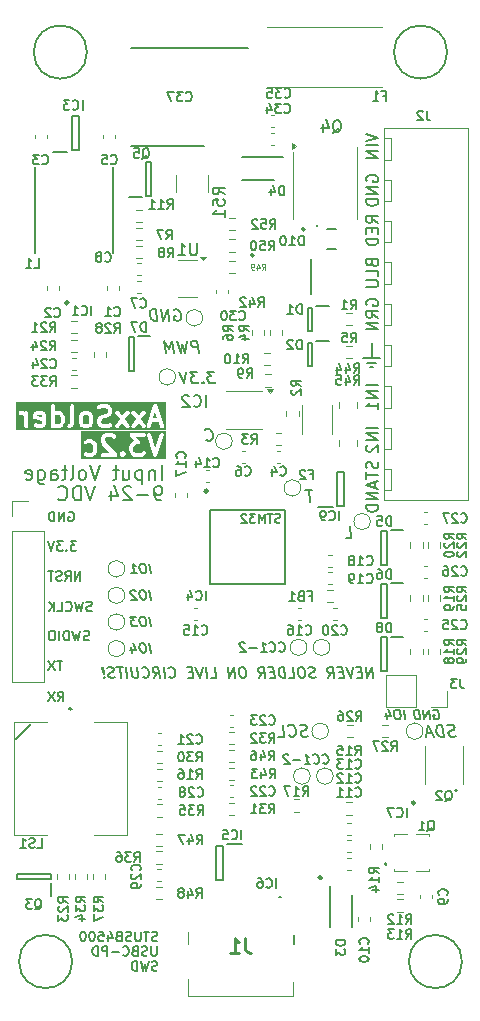
<source format=gbr>
%TF.GenerationSoftware,KiCad,Pcbnew,8.0.6*%
%TF.CreationDate,2024-11-14T19:13:27+01:00*%
%TF.ProjectId,AxxSolder,41787853-6f6c-4646-9572-2e6b69636164,rev?*%
%TF.SameCoordinates,Original*%
%TF.FileFunction,Legend,Bot*%
%TF.FilePolarity,Positive*%
%FSLAX46Y46*%
G04 Gerber Fmt 4.6, Leading zero omitted, Abs format (unit mm)*
G04 Created by KiCad (PCBNEW 8.0.6) date 2024-11-14 19:13:27*
%MOMM*%
%LPD*%
G01*
G04 APERTURE LIST*
%ADD10C,0.150000*%
%ADD11C,0.200000*%
%ADD12C,0.340000*%
%ADD13C,0.254000*%
%ADD14C,0.125000*%
%ADD15C,0.120000*%
%ADD16C,0.100000*%
%ADD17C,0.250000*%
G04 APERTURE END LIST*
D10*
X181650000Y-87200000D02*
G75*
G02*
X181350000Y-87200000I-150000J0D01*
G01*
X181350000Y-87200000D02*
G75*
G02*
X181650000Y-87200000I150000J0D01*
G01*
D11*
X167500000Y-70000000D02*
G75*
G02*
X163000000Y-70000000I-2250000J0D01*
G01*
X163000000Y-70000000D02*
G75*
G02*
X167500000Y-70000000I2250000J0D01*
G01*
D10*
X161475000Y-128125000D02*
X162725000Y-126875000D01*
X185950000Y-85000000D02*
G75*
G02*
X185650000Y-85000000I-150000J0D01*
G01*
X185650000Y-85000000D02*
G75*
G02*
X185950000Y-85000000I150000J0D01*
G01*
D11*
X198000000Y-70000000D02*
G75*
G02*
X193500000Y-70000000I-2250000J0D01*
G01*
X193500000Y-70000000D02*
G75*
G02*
X198000000Y-70000000I2250000J0D01*
G01*
X166250000Y-147000000D02*
G75*
G02*
X161750000Y-147000000I-2250000J0D01*
G01*
X161750000Y-147000000D02*
G75*
G02*
X166250000Y-147000000I2250000J0D01*
G01*
D10*
X192300000Y-95900000D02*
X190900000Y-95900000D01*
X191700000Y-96700000D02*
X191500000Y-96700000D01*
X192000000Y-96300000D02*
X191200000Y-96300000D01*
D11*
X199250000Y-147000000D02*
G75*
G02*
X194750000Y-147000000I-2250000J0D01*
G01*
X194750000Y-147000000D02*
G75*
G02*
X199250000Y-147000000I2250000J0D01*
G01*
X191600000Y-94600000D02*
X191600000Y-95800000D01*
D10*
X198828346Y-132500000D02*
G75*
G02*
X198671654Y-132500000I-78346J0D01*
G01*
X198671654Y-132500000D02*
G75*
G02*
X198828346Y-132500000I78346J0D01*
G01*
D12*
G36*
X174221964Y-104459210D02*
G01*
X167030665Y-104459210D01*
X167030665Y-103026677D01*
X167219554Y-103026677D01*
X167224257Y-103092841D01*
X167253920Y-103152169D01*
X167304029Y-103195629D01*
X167366956Y-103216605D01*
X167433120Y-103211902D01*
X167464245Y-103199993D01*
X167590256Y-103136988D01*
X167833801Y-103136988D01*
X167935138Y-103187656D01*
X167977075Y-103229592D01*
X168027743Y-103330928D01*
X168027743Y-103736379D01*
X167977074Y-103837716D01*
X167935138Y-103879652D01*
X167833801Y-103930321D01*
X167590256Y-103930321D01*
X167464245Y-103867316D01*
X167433120Y-103855407D01*
X167366956Y-103850704D01*
X167304029Y-103871680D01*
X167253920Y-103915140D01*
X167224257Y-103974468D01*
X167219554Y-104040632D01*
X167240530Y-104103559D01*
X167283990Y-104153668D01*
X167312193Y-104171422D01*
X167474098Y-104252374D01*
X167505223Y-104264283D01*
X167511314Y-104264715D01*
X167516959Y-104267054D01*
X167550124Y-104270321D01*
X167873933Y-104270321D01*
X167907098Y-104267054D01*
X167912742Y-104264715D01*
X167918834Y-104264283D01*
X167949959Y-104252374D01*
X168111864Y-104171422D01*
X168126140Y-104162434D01*
X168130285Y-104160718D01*
X168134952Y-104156887D01*
X168140067Y-104153668D01*
X168143008Y-104150276D01*
X168156046Y-104139577D01*
X168236999Y-104058624D01*
X168247698Y-104045586D01*
X168251090Y-104042645D01*
X168254309Y-104037530D01*
X168258140Y-104032863D01*
X168259856Y-104028718D01*
X168268844Y-104014442D01*
X168349796Y-103852537D01*
X168361705Y-103821412D01*
X168362137Y-103815320D01*
X168364476Y-103809676D01*
X168367743Y-103776511D01*
X168367743Y-103290797D01*
X168364476Y-103257632D01*
X168362137Y-103251987D01*
X168361705Y-103245896D01*
X168349796Y-103214771D01*
X168268844Y-103052866D01*
X168259857Y-103038591D01*
X168258140Y-103034444D01*
X168254307Y-103029774D01*
X168251090Y-103024663D01*
X168247699Y-103021722D01*
X168236998Y-103008683D01*
X168156045Y-102927731D01*
X168143008Y-102917032D01*
X168140067Y-102913641D01*
X168134953Y-102910421D01*
X168130284Y-102906590D01*
X168126138Y-102904872D01*
X168111864Y-102895887D01*
X167949959Y-102814935D01*
X167918834Y-102803026D01*
X167912742Y-102802593D01*
X167907098Y-102800255D01*
X167873933Y-102796988D01*
X167550124Y-102796988D01*
X167516959Y-102800255D01*
X167511314Y-102802593D01*
X167505223Y-102803026D01*
X167474098Y-102814935D01*
X167312193Y-102895887D01*
X167283990Y-102913641D01*
X167240530Y-102963750D01*
X167219554Y-103026677D01*
X167030665Y-103026677D01*
X167030665Y-102724130D01*
X168675362Y-102724130D01*
X168675362Y-102886035D01*
X168677015Y-102902824D01*
X168676698Y-102907298D01*
X168678036Y-102913185D01*
X168678629Y-102919200D01*
X168680346Y-102923347D01*
X168684086Y-102939794D01*
X168765039Y-103182651D01*
X168778626Y-103213081D01*
X168782628Y-103217695D01*
X168784966Y-103223339D01*
X168806107Y-103249100D01*
X169487327Y-103930321D01*
X168845362Y-103930321D01*
X168812197Y-103933588D01*
X168750915Y-103958971D01*
X168704012Y-104005874D01*
X168678629Y-104067156D01*
X168678629Y-104133486D01*
X168704012Y-104194768D01*
X168750915Y-104241671D01*
X168812197Y-104267054D01*
X168845362Y-104270321D01*
X169897743Y-104270321D01*
X169930908Y-104267054D01*
X169992190Y-104241671D01*
X170039093Y-104194768D01*
X170064476Y-104133486D01*
X170064476Y-104067156D01*
X170064475Y-104067154D01*
X170054324Y-104042646D01*
X170039093Y-104005874D01*
X170039087Y-104005868D01*
X170022950Y-103986204D01*
X170297676Y-103986204D01*
X170297676Y-104052534D01*
X170303733Y-104067156D01*
X170323061Y-104113817D01*
X170344203Y-104139578D01*
X170425156Y-104220530D01*
X170450911Y-104241666D01*
X170450916Y-104241671D01*
X170476300Y-104252185D01*
X170486814Y-104256540D01*
X170512198Y-104267055D01*
X170512199Y-104267055D01*
X170578528Y-104267055D01*
X170609169Y-104254362D01*
X170639810Y-104241671D01*
X170639815Y-104241665D01*
X170665571Y-104220529D01*
X170746523Y-104139577D01*
X170767659Y-104113821D01*
X170767664Y-104113817D01*
X170793048Y-104052535D01*
X170793049Y-103986205D01*
X170767665Y-103924923D01*
X170746524Y-103899162D01*
X170665572Y-103818209D01*
X170639811Y-103797067D01*
X170639810Y-103797066D01*
X170614426Y-103786552D01*
X170578529Y-103771682D01*
X170512198Y-103771682D01*
X170486814Y-103782196D01*
X170476300Y-103786551D01*
X170450916Y-103797066D01*
X170450910Y-103797071D01*
X170425155Y-103818208D01*
X170344202Y-103899161D01*
X170323061Y-103924921D01*
X170323060Y-103924923D01*
X170319471Y-103933588D01*
X170297676Y-103986204D01*
X170022950Y-103986204D01*
X170017951Y-103980113D01*
X169409588Y-103371749D01*
X171103934Y-103371749D01*
X171103934Y-103776511D01*
X171107201Y-103809676D01*
X171109538Y-103815320D01*
X171109972Y-103821413D01*
X171121882Y-103852538D01*
X171202835Y-104014443D01*
X171211819Y-104028714D01*
X171213537Y-104032862D01*
X171217370Y-104037533D01*
X171220589Y-104042646D01*
X171223979Y-104045586D01*
X171234678Y-104058623D01*
X171315630Y-104139576D01*
X171328669Y-104150277D01*
X171331610Y-104153668D01*
X171336721Y-104156885D01*
X171341391Y-104160718D01*
X171345538Y-104162435D01*
X171359813Y-104171422D01*
X171521718Y-104252374D01*
X171552843Y-104264283D01*
X171558934Y-104264715D01*
X171564579Y-104267054D01*
X171597744Y-104270321D01*
X172083458Y-104270321D01*
X172116623Y-104267054D01*
X172122267Y-104264715D01*
X172128359Y-104264283D01*
X172159484Y-104252374D01*
X172321389Y-104171422D01*
X172335664Y-104162435D01*
X172339811Y-104160718D01*
X172344480Y-104156885D01*
X172349592Y-104153668D01*
X172352532Y-104150277D01*
X172365572Y-104139576D01*
X172446524Y-104058623D01*
X172467665Y-104032862D01*
X172493049Y-103971580D01*
X172493048Y-103905250D01*
X172467664Y-103843968D01*
X172420761Y-103797066D01*
X172359479Y-103771682D01*
X172293148Y-103771683D01*
X172231867Y-103797067D01*
X172206106Y-103818209D01*
X172144662Y-103879653D01*
X172043326Y-103930321D01*
X171637876Y-103930321D01*
X171536539Y-103879653D01*
X171494602Y-103837716D01*
X171443934Y-103736379D01*
X171443934Y-103411880D01*
X171494601Y-103310545D01*
X171536539Y-103268607D01*
X171637876Y-103217940D01*
X171840601Y-103217940D01*
X171858132Y-103216212D01*
X171862602Y-103216511D01*
X171865681Y-103215469D01*
X171873766Y-103214673D01*
X171899273Y-103204107D01*
X171925436Y-103195259D01*
X171929749Y-103191484D01*
X171935048Y-103189290D01*
X171954579Y-103169758D01*
X171975355Y-103151580D01*
X171977895Y-103146442D01*
X171981951Y-103142387D01*
X171992517Y-103116875D01*
X172004759Y-103092123D01*
X172005140Y-103086400D01*
X172007334Y-103081105D01*
X172007334Y-103053504D01*
X172009172Y-103025939D01*
X172007334Y-103020504D01*
X172007334Y-103014775D01*
X171996768Y-102989267D01*
X171987920Y-102963105D01*
X171983194Y-102956494D01*
X171981951Y-102953493D01*
X171978786Y-102950328D01*
X171968539Y-102935994D01*
X171648575Y-102570321D01*
X172326315Y-102570321D01*
X172359480Y-102567054D01*
X172420762Y-102541671D01*
X172467665Y-102494768D01*
X172493048Y-102433486D01*
X172493048Y-102421584D01*
X172562412Y-102421584D01*
X172569801Y-102454080D01*
X173136468Y-104154079D01*
X173150055Y-104184509D01*
X173158010Y-104193682D01*
X173163445Y-104204551D01*
X173179549Y-104218517D01*
X173193514Y-104234620D01*
X173204380Y-104240053D01*
X173213555Y-104248010D01*
X173233773Y-104254749D01*
X173252842Y-104264284D01*
X173264957Y-104265144D01*
X173276481Y-104268986D01*
X173297748Y-104267474D01*
X173319006Y-104268985D01*
X173330525Y-104265145D01*
X173342645Y-104264284D01*
X173361715Y-104254749D01*
X173381933Y-104248010D01*
X173391107Y-104240053D01*
X173401974Y-104234620D01*
X173415942Y-104218514D01*
X173432043Y-104204550D01*
X173437475Y-104193685D01*
X173445433Y-104184510D01*
X173459020Y-104154080D01*
X174025687Y-102454080D01*
X174033075Y-102421584D01*
X174028374Y-102355420D01*
X173998710Y-102296092D01*
X173948600Y-102252632D01*
X173885673Y-102231657D01*
X173819509Y-102236358D01*
X173760181Y-102266022D01*
X173716722Y-102316133D01*
X173703135Y-102346563D01*
X173297744Y-103562734D01*
X172892353Y-102346562D01*
X172878766Y-102316132D01*
X172835307Y-102266022D01*
X172775978Y-102236358D01*
X172709814Y-102231656D01*
X172646888Y-102252632D01*
X172596778Y-102296091D01*
X172567114Y-102355420D01*
X172562412Y-102421584D01*
X172493048Y-102421584D01*
X172493048Y-102367156D01*
X172467665Y-102305874D01*
X172420762Y-102258971D01*
X172359480Y-102233588D01*
X172326315Y-102230321D01*
X171273934Y-102230321D01*
X171256396Y-102232048D01*
X171251933Y-102231751D01*
X171248857Y-102232791D01*
X171240769Y-102233588D01*
X171215256Y-102244155D01*
X171189099Y-102253002D01*
X171184785Y-102256776D01*
X171179487Y-102258971D01*
X171159955Y-102278502D01*
X171139180Y-102296681D01*
X171136639Y-102301818D01*
X171132584Y-102305874D01*
X171122017Y-102331385D01*
X171109776Y-102356138D01*
X171109394Y-102361860D01*
X171107201Y-102367156D01*
X171107201Y-102394765D01*
X171105364Y-102422322D01*
X171107201Y-102427753D01*
X171107201Y-102433486D01*
X171117768Y-102458998D01*
X171126615Y-102485156D01*
X171131340Y-102491766D01*
X171132584Y-102494768D01*
X171135748Y-102497932D01*
X171145996Y-102512267D01*
X171493854Y-102909818D01*
X171359813Y-102976839D01*
X171345538Y-102985825D01*
X171341391Y-102987543D01*
X171336721Y-102991375D01*
X171331610Y-102994593D01*
X171328669Y-102997983D01*
X171315630Y-103008685D01*
X171234678Y-103089638D01*
X171223979Y-103102674D01*
X171220589Y-103105615D01*
X171217370Y-103110727D01*
X171213537Y-103115399D01*
X171211819Y-103119546D01*
X171202835Y-103133818D01*
X171121882Y-103295722D01*
X171109972Y-103326847D01*
X171109538Y-103332939D01*
X171107201Y-103338584D01*
X171103934Y-103371749D01*
X169409588Y-103371749D01*
X169074900Y-103037061D01*
X169015362Y-102858447D01*
X169015362Y-102764261D01*
X169066029Y-102662926D01*
X169107967Y-102620988D01*
X169209304Y-102570321D01*
X169533802Y-102570321D01*
X169635138Y-102620988D01*
X169696582Y-102682433D01*
X169722343Y-102703575D01*
X169783624Y-102728959D01*
X169849955Y-102728960D01*
X169911237Y-102703576D01*
X169958140Y-102656674D01*
X169983524Y-102595392D01*
X169983525Y-102529062D01*
X169958141Y-102467780D01*
X169937000Y-102442019D01*
X169856048Y-102361066D01*
X169843008Y-102350364D01*
X169840068Y-102346974D01*
X169834956Y-102343756D01*
X169830287Y-102339924D01*
X169826140Y-102338206D01*
X169811865Y-102329220D01*
X169649960Y-102248268D01*
X169618835Y-102236359D01*
X169612743Y-102235926D01*
X169607099Y-102233588D01*
X169573934Y-102230321D01*
X169169172Y-102230321D01*
X169136007Y-102233588D01*
X169130362Y-102235926D01*
X169124271Y-102236359D01*
X169093146Y-102248268D01*
X168931241Y-102329220D01*
X168916966Y-102338206D01*
X168912819Y-102339924D01*
X168908149Y-102343756D01*
X168903038Y-102346974D01*
X168900097Y-102350364D01*
X168887058Y-102361066D01*
X168806106Y-102442019D01*
X168795407Y-102455055D01*
X168792017Y-102457996D01*
X168788798Y-102463108D01*
X168784965Y-102467780D01*
X168783247Y-102471927D01*
X168774263Y-102486199D01*
X168693310Y-102648103D01*
X168681400Y-102679228D01*
X168680966Y-102685320D01*
X168678629Y-102690965D01*
X168675362Y-102724130D01*
X167030665Y-102724130D01*
X167030665Y-102041432D01*
X174221964Y-102041432D01*
X174221964Y-104459210D01*
G37*
G36*
X163699606Y-100743102D02*
G01*
X163737269Y-100818428D01*
X163737269Y-100894738D01*
X163275742Y-100802433D01*
X163305408Y-100743102D01*
X163380734Y-100705440D01*
X163624280Y-100705440D01*
X163699606Y-100743102D01*
G37*
G36*
X165182759Y-100756108D02*
G01*
X165224696Y-100798044D01*
X165275364Y-100899380D01*
X165275364Y-101304831D01*
X165224695Y-101406168D01*
X165182759Y-101448104D01*
X165081422Y-101498773D01*
X164837877Y-101498773D01*
X164805840Y-101482754D01*
X164805840Y-100721458D01*
X164837877Y-100705440D01*
X165081422Y-100705440D01*
X165182759Y-100756108D01*
G37*
G36*
X167611330Y-100756108D02*
G01*
X167653267Y-100798044D01*
X167703935Y-100899380D01*
X167703935Y-101304831D01*
X167653266Y-101406168D01*
X167611330Y-101448104D01*
X167509993Y-101498773D01*
X167347400Y-101498773D01*
X167246064Y-101448105D01*
X167204127Y-101406168D01*
X167153459Y-101304831D01*
X167153459Y-100899380D01*
X167204126Y-100798044D01*
X167246063Y-100756108D01*
X167347400Y-100705440D01*
X167509993Y-100705440D01*
X167611330Y-100756108D01*
G37*
G36*
X173466644Y-101013059D02*
G01*
X173128844Y-101013059D01*
X173297744Y-100506359D01*
X173466644Y-101013059D01*
G37*
G36*
X174221964Y-102027662D02*
G01*
X161527837Y-102027662D01*
X161527837Y-100502275D01*
X161716726Y-100502275D01*
X161716726Y-100568605D01*
X161742109Y-100629887D01*
X161789012Y-100676790D01*
X161850294Y-100702173D01*
X161883459Y-100705440D01*
X162005232Y-100705440D01*
X162106569Y-100756108D01*
X162148506Y-100798045D01*
X162199174Y-100899380D01*
X162199174Y-101668773D01*
X162202441Y-101701938D01*
X162227824Y-101763220D01*
X162274727Y-101810123D01*
X162336009Y-101835506D01*
X162402339Y-101835506D01*
X162463621Y-101810123D01*
X162510524Y-101763220D01*
X162535907Y-101701938D01*
X162539174Y-101668773D01*
X162539174Y-100778297D01*
X162927745Y-100778297D01*
X162927745Y-100940201D01*
X162931012Y-100973366D01*
X162937384Y-100988751D01*
X162940617Y-101005093D01*
X162949954Y-101019099D01*
X162956395Y-101034648D01*
X162968172Y-101046425D01*
X162977411Y-101060283D01*
X162991394Y-101069647D01*
X163003298Y-101081551D01*
X163018687Y-101087925D01*
X163032525Y-101097192D01*
X163064405Y-101106900D01*
X163737269Y-101241472D01*
X163737269Y-101385784D01*
X163699606Y-101461110D01*
X163624280Y-101498773D01*
X163380734Y-101498773D01*
X163254724Y-101435768D01*
X163223600Y-101423859D01*
X163157436Y-101419156D01*
X163094509Y-101440131D01*
X163044399Y-101483592D01*
X163014736Y-101542919D01*
X163010033Y-101609083D01*
X163031008Y-101672010D01*
X163074469Y-101722120D01*
X163102672Y-101739874D01*
X163264576Y-101820826D01*
X163295700Y-101832735D01*
X163301792Y-101833168D01*
X163307437Y-101835506D01*
X163340602Y-101838773D01*
X163664412Y-101838773D01*
X163697577Y-101835506D01*
X163703221Y-101833167D01*
X163709313Y-101832735D01*
X163740438Y-101820826D01*
X163902343Y-101739874D01*
X163907889Y-101736382D01*
X163910507Y-101735510D01*
X163913767Y-101732682D01*
X163930546Y-101722120D01*
X163944512Y-101706016D01*
X163960616Y-101692050D01*
X163971178Y-101675271D01*
X163974006Y-101672011D01*
X163974878Y-101669393D01*
X163978370Y-101663847D01*
X164059322Y-101501942D01*
X164071231Y-101470817D01*
X164071663Y-101464725D01*
X164074002Y-101459081D01*
X164077269Y-101425916D01*
X164077269Y-100778297D01*
X164074002Y-100745132D01*
X164071663Y-100739487D01*
X164071231Y-100733396D01*
X164059322Y-100702271D01*
X163978370Y-100540366D01*
X163974878Y-100534819D01*
X163974006Y-100532202D01*
X163971178Y-100528941D01*
X163960616Y-100512163D01*
X163944512Y-100498196D01*
X163930546Y-100482093D01*
X163913767Y-100471530D01*
X163910507Y-100468703D01*
X163907889Y-100467830D01*
X163902343Y-100464339D01*
X163740438Y-100383387D01*
X163709313Y-100371478D01*
X163703221Y-100371045D01*
X163697577Y-100368707D01*
X163664412Y-100365440D01*
X163340602Y-100365440D01*
X163307437Y-100368707D01*
X163301792Y-100371044D01*
X163295700Y-100371478D01*
X163264576Y-100383387D01*
X163102672Y-100464339D01*
X163097128Y-100467828D01*
X163094509Y-100468702D01*
X163091247Y-100471531D01*
X163074469Y-100482093D01*
X163060502Y-100498195D01*
X163044400Y-100512162D01*
X163033838Y-100528939D01*
X163031008Y-100532203D01*
X163030134Y-100534823D01*
X163026646Y-100540365D01*
X162945693Y-100702270D01*
X162933783Y-100733395D01*
X162933349Y-100739487D01*
X162931012Y-100745132D01*
X162927745Y-100778297D01*
X162539174Y-100778297D01*
X162539174Y-100535440D01*
X162535907Y-100502275D01*
X162510524Y-100440993D01*
X162463621Y-100394090D01*
X162402339Y-100368707D01*
X162336009Y-100368707D01*
X162274727Y-100394090D01*
X162230750Y-100438066D01*
X162121390Y-100383387D01*
X162090265Y-100371478D01*
X162084173Y-100371045D01*
X162078529Y-100368707D01*
X162045364Y-100365440D01*
X161883459Y-100365440D01*
X161850294Y-100368707D01*
X161789012Y-100394090D01*
X161742109Y-100440993D01*
X161716726Y-100502275D01*
X161527837Y-100502275D01*
X161527837Y-99968773D01*
X164465840Y-99968773D01*
X164465840Y-101668773D01*
X164469107Y-101701938D01*
X164494490Y-101763220D01*
X164541393Y-101810123D01*
X164602675Y-101835506D01*
X164669005Y-101835506D01*
X164713893Y-101816913D01*
X164721719Y-101820826D01*
X164752844Y-101832735D01*
X164758935Y-101833167D01*
X164764580Y-101835506D01*
X164797745Y-101838773D01*
X165121554Y-101838773D01*
X165154719Y-101835506D01*
X165160363Y-101833167D01*
X165166455Y-101832735D01*
X165197580Y-101820826D01*
X165359485Y-101739874D01*
X165373761Y-101730886D01*
X165377906Y-101729170D01*
X165382573Y-101725339D01*
X165387688Y-101722120D01*
X165390629Y-101718728D01*
X165403667Y-101708029D01*
X165464186Y-101647510D01*
X165843365Y-101647510D01*
X165848068Y-101713674D01*
X165877731Y-101773002D01*
X165927840Y-101816462D01*
X165990767Y-101837438D01*
X166056931Y-101832735D01*
X166088056Y-101820826D01*
X166249961Y-101739874D01*
X166255505Y-101736383D01*
X166258124Y-101735511D01*
X166261385Y-101732682D01*
X166278164Y-101722120D01*
X166292132Y-101706014D01*
X166308233Y-101692050D01*
X166318794Y-101675273D01*
X166321624Y-101672011D01*
X166322497Y-101669391D01*
X166325987Y-101663848D01*
X166406941Y-101501942D01*
X166418850Y-101470818D01*
X166419283Y-101464725D01*
X166421621Y-101459081D01*
X166424888Y-101425916D01*
X166424888Y-100859249D01*
X166813459Y-100859249D01*
X166813459Y-101344963D01*
X166816726Y-101378128D01*
X166819064Y-101383772D01*
X166819497Y-101389864D01*
X166831406Y-101420989D01*
X166912358Y-101582894D01*
X166921345Y-101597170D01*
X166923062Y-101601315D01*
X166926892Y-101605982D01*
X166930112Y-101611097D01*
X166933503Y-101614038D01*
X166944203Y-101627076D01*
X167025156Y-101708029D01*
X167038193Y-101718727D01*
X167041135Y-101722120D01*
X167046249Y-101725339D01*
X167050917Y-101729170D01*
X167055061Y-101730886D01*
X167069338Y-101739874D01*
X167231242Y-101820826D01*
X167262366Y-101832735D01*
X167268458Y-101833168D01*
X167274103Y-101835506D01*
X167307268Y-101838773D01*
X167550125Y-101838773D01*
X167583290Y-101835506D01*
X167588934Y-101833167D01*
X167595026Y-101832735D01*
X167626151Y-101820826D01*
X167788056Y-101739874D01*
X167802332Y-101730886D01*
X167806477Y-101729170D01*
X167811144Y-101725339D01*
X167816259Y-101722120D01*
X167819200Y-101718728D01*
X167832238Y-101708029D01*
X167913191Y-101627076D01*
X167923890Y-101614038D01*
X167927282Y-101611097D01*
X167930501Y-101605982D01*
X167934332Y-101601315D01*
X167936048Y-101597170D01*
X167945036Y-101582894D01*
X168025988Y-101420989D01*
X168037897Y-101389864D01*
X168038329Y-101383772D01*
X168040668Y-101378128D01*
X168043935Y-101344963D01*
X168043935Y-101183059D01*
X168351554Y-101183059D01*
X168351554Y-101344963D01*
X168354821Y-101378128D01*
X168357158Y-101383772D01*
X168357592Y-101389865D01*
X168369502Y-101420990D01*
X168450455Y-101582895D01*
X168459439Y-101597166D01*
X168461157Y-101601314D01*
X168464990Y-101605985D01*
X168468209Y-101611098D01*
X168471599Y-101614038D01*
X168482298Y-101627075D01*
X168563250Y-101708028D01*
X168576289Y-101718729D01*
X168579230Y-101722120D01*
X168584341Y-101725337D01*
X168589011Y-101729170D01*
X168593158Y-101730887D01*
X168607433Y-101739874D01*
X168769338Y-101820826D01*
X168800463Y-101832735D01*
X168806554Y-101833167D01*
X168812199Y-101835506D01*
X168845364Y-101838773D01*
X169250126Y-101838773D01*
X169266909Y-101837119D01*
X169271388Y-101837438D01*
X169277281Y-101836097D01*
X169283291Y-101835506D01*
X169287436Y-101833789D01*
X169303885Y-101830049D01*
X169546742Y-101749097D01*
X169577172Y-101735510D01*
X169627282Y-101692051D01*
X169656946Y-101632723D01*
X169661648Y-101566559D01*
X169640673Y-101503632D01*
X169597213Y-101453522D01*
X169537885Y-101423858D01*
X169471721Y-101419156D01*
X169439225Y-101426545D01*
X169222539Y-101498773D01*
X168885496Y-101498773D01*
X168784159Y-101448105D01*
X168742222Y-101406168D01*
X168691554Y-101304831D01*
X168691554Y-101223190D01*
X168742222Y-101121853D01*
X168784159Y-101079916D01*
X168904700Y-101019646D01*
X169210404Y-100943221D01*
X169212853Y-100942345D01*
X169214075Y-100942259D01*
X169227864Y-100936982D01*
X169241787Y-100932008D01*
X169242772Y-100931277D01*
X169245200Y-100930349D01*
X169407105Y-100849396D01*
X169421376Y-100840411D01*
X169425524Y-100838694D01*
X169430195Y-100834860D01*
X169435308Y-100831642D01*
X169438248Y-100828251D01*
X169451285Y-100817553D01*
X169532238Y-100736601D01*
X169542939Y-100723561D01*
X169546330Y-100720621D01*
X169549547Y-100715509D01*
X169553380Y-100710840D01*
X169555097Y-100706692D01*
X169564084Y-100692418D01*
X169636041Y-100548504D01*
X169890152Y-100548504D01*
X169908054Y-100612373D01*
X169925975Y-100640470D01*
X170288689Y-101102106D01*
X169925975Y-101563743D01*
X169908054Y-101591840D01*
X169890152Y-101655709D01*
X169898055Y-101721568D01*
X169930560Y-101779388D01*
X169982716Y-101820368D01*
X170046585Y-101838270D01*
X170112444Y-101830367D01*
X170170264Y-101797862D01*
X170193323Y-101773803D01*
X170504887Y-101377267D01*
X170816451Y-101773803D01*
X170839510Y-101797863D01*
X170897330Y-101830368D01*
X170963189Y-101838271D01*
X171027058Y-101820368D01*
X171079215Y-101779388D01*
X171111720Y-101721568D01*
X171119623Y-101655709D01*
X171101720Y-101591840D01*
X171083799Y-101563743D01*
X170721084Y-101102106D01*
X171083799Y-100640470D01*
X171101720Y-100612373D01*
X171119623Y-100548504D01*
X171266342Y-100548504D01*
X171284244Y-100612373D01*
X171302165Y-100640470D01*
X171664879Y-101102106D01*
X171302165Y-101563743D01*
X171284244Y-101591840D01*
X171266342Y-101655709D01*
X171274245Y-101721568D01*
X171306750Y-101779388D01*
X171358906Y-101820368D01*
X171422775Y-101838270D01*
X171488634Y-101830367D01*
X171546454Y-101797862D01*
X171569513Y-101773803D01*
X171881077Y-101377267D01*
X172192641Y-101773803D01*
X172215700Y-101797863D01*
X172273520Y-101830368D01*
X172339379Y-101838271D01*
X172403248Y-101820368D01*
X172455405Y-101779388D01*
X172487910Y-101721568D01*
X172495813Y-101655709D01*
X172493515Y-101647510D01*
X172562412Y-101647510D01*
X172567114Y-101713674D01*
X172596778Y-101773003D01*
X172646888Y-101816462D01*
X172709814Y-101837438D01*
X172775978Y-101832736D01*
X172835307Y-101803072D01*
X172878766Y-101752962D01*
X172892353Y-101722532D01*
X173015511Y-101353059D01*
X173579978Y-101353059D01*
X173703135Y-101722531D01*
X173716722Y-101752961D01*
X173760181Y-101803072D01*
X173819509Y-101832736D01*
X173885673Y-101837437D01*
X173948600Y-101816462D01*
X173998710Y-101773002D01*
X174028374Y-101713674D01*
X174033075Y-101647510D01*
X174025687Y-101615014D01*
X173459020Y-99915014D01*
X173445433Y-99884584D01*
X173437475Y-99875408D01*
X173432043Y-99864544D01*
X173415942Y-99850579D01*
X173401974Y-99834474D01*
X173391107Y-99829040D01*
X173381933Y-99821084D01*
X173361715Y-99814344D01*
X173342645Y-99804810D01*
X173330525Y-99803948D01*
X173319006Y-99800109D01*
X173297748Y-99801619D01*
X173276481Y-99800108D01*
X173264957Y-99803949D01*
X173252842Y-99804810D01*
X173233773Y-99814344D01*
X173213555Y-99821084D01*
X173204380Y-99829040D01*
X173193514Y-99834474D01*
X173179549Y-99850576D01*
X173163445Y-99864543D01*
X173158010Y-99875411D01*
X173150055Y-99884585D01*
X173136468Y-99915015D01*
X172569801Y-101615014D01*
X172562412Y-101647510D01*
X172493515Y-101647510D01*
X172477910Y-101591840D01*
X172459989Y-101563743D01*
X172097274Y-101102106D01*
X172459989Y-100640470D01*
X172477910Y-100612373D01*
X172495813Y-100548504D01*
X172487910Y-100482645D01*
X172455405Y-100424825D01*
X172403248Y-100383845D01*
X172339379Y-100365942D01*
X172273520Y-100373845D01*
X172215700Y-100406350D01*
X172192641Y-100430410D01*
X171881077Y-100826945D01*
X171569513Y-100430410D01*
X171546454Y-100406351D01*
X171488634Y-100373846D01*
X171422775Y-100365943D01*
X171358906Y-100383845D01*
X171306750Y-100424825D01*
X171274245Y-100482645D01*
X171266342Y-100548504D01*
X171119623Y-100548504D01*
X171111720Y-100482645D01*
X171079215Y-100424825D01*
X171027058Y-100383845D01*
X170963189Y-100365942D01*
X170897330Y-100373845D01*
X170839510Y-100406350D01*
X170816451Y-100430410D01*
X170504887Y-100826945D01*
X170193323Y-100430410D01*
X170170264Y-100406351D01*
X170112444Y-100373846D01*
X170046585Y-100365943D01*
X169982716Y-100383845D01*
X169930560Y-100424825D01*
X169898055Y-100482645D01*
X169890152Y-100548504D01*
X169636041Y-100548504D01*
X169645036Y-100530513D01*
X169656945Y-100499388D01*
X169657377Y-100493296D01*
X169659716Y-100487652D01*
X169662983Y-100454487D01*
X169662983Y-100292582D01*
X169659716Y-100259417D01*
X169657378Y-100253772D01*
X169656945Y-100247680D01*
X169645036Y-100216556D01*
X169564084Y-100054652D01*
X169555096Y-100040375D01*
X169553380Y-100036231D01*
X169549549Y-100031563D01*
X169546330Y-100026449D01*
X169542937Y-100023507D01*
X169532239Y-100010470D01*
X169451286Y-99929517D01*
X169438248Y-99918817D01*
X169435307Y-99915426D01*
X169430192Y-99912206D01*
X169425525Y-99908376D01*
X169421380Y-99906659D01*
X169407104Y-99897672D01*
X169245199Y-99816720D01*
X169214074Y-99804811D01*
X169207982Y-99804378D01*
X169202338Y-99802040D01*
X169169173Y-99798773D01*
X168764412Y-99798773D01*
X168747628Y-99800426D01*
X168743150Y-99800108D01*
X168737256Y-99801447D01*
X168731247Y-99802040D01*
X168727101Y-99803757D01*
X168710654Y-99807497D01*
X168467796Y-99888449D01*
X168437366Y-99902036D01*
X168387255Y-99945495D01*
X168357591Y-100004823D01*
X168352889Y-100070987D01*
X168373865Y-100133913D01*
X168417324Y-100184024D01*
X168476652Y-100213688D01*
X168542816Y-100218390D01*
X168575312Y-100211001D01*
X168791999Y-100138773D01*
X169129041Y-100138773D01*
X169230378Y-100189441D01*
X169272315Y-100231378D01*
X169322983Y-100332714D01*
X169322983Y-100414355D01*
X169272315Y-100515691D01*
X169230378Y-100557628D01*
X169109837Y-100617899D01*
X168804133Y-100694325D01*
X168801683Y-100695200D01*
X168800463Y-100695287D01*
X168786662Y-100700567D01*
X168772751Y-100705538D01*
X168771768Y-100706266D01*
X168769338Y-100707196D01*
X168607433Y-100788148D01*
X168593158Y-100797134D01*
X168589011Y-100798852D01*
X168584341Y-100802684D01*
X168579230Y-100805902D01*
X168576289Y-100809292D01*
X168563250Y-100819994D01*
X168482298Y-100900947D01*
X168471599Y-100913983D01*
X168468209Y-100916924D01*
X168464990Y-100922036D01*
X168461157Y-100926708D01*
X168459439Y-100930855D01*
X168450455Y-100945127D01*
X168369502Y-101107032D01*
X168357592Y-101138157D01*
X168357158Y-101144249D01*
X168354821Y-101149894D01*
X168351554Y-101183059D01*
X168043935Y-101183059D01*
X168043935Y-100859249D01*
X168040668Y-100826084D01*
X168038329Y-100820439D01*
X168037897Y-100814348D01*
X168025988Y-100783223D01*
X167945036Y-100621318D01*
X167936049Y-100607043D01*
X167934332Y-100602896D01*
X167930499Y-100598226D01*
X167927282Y-100593115D01*
X167923891Y-100590174D01*
X167913190Y-100577135D01*
X167832237Y-100496183D01*
X167819200Y-100485484D01*
X167816259Y-100482093D01*
X167811145Y-100478873D01*
X167806476Y-100475042D01*
X167802330Y-100473324D01*
X167788056Y-100464339D01*
X167626151Y-100383387D01*
X167595026Y-100371478D01*
X167588934Y-100371045D01*
X167583290Y-100368707D01*
X167550125Y-100365440D01*
X167307268Y-100365440D01*
X167274103Y-100368707D01*
X167268458Y-100371044D01*
X167262366Y-100371478D01*
X167231242Y-100383387D01*
X167069338Y-100464339D01*
X167055063Y-100473324D01*
X167050918Y-100475042D01*
X167046248Y-100478873D01*
X167041135Y-100482093D01*
X167038193Y-100485484D01*
X167025157Y-100496183D01*
X166944204Y-100577135D01*
X166933502Y-100590174D01*
X166930112Y-100593115D01*
X166926894Y-100598226D01*
X166923062Y-100602896D01*
X166921344Y-100607042D01*
X166912358Y-100621318D01*
X166831406Y-100783223D01*
X166819497Y-100814348D01*
X166819064Y-100820439D01*
X166816726Y-100826084D01*
X166813459Y-100859249D01*
X166424888Y-100859249D01*
X166424888Y-99968773D01*
X166421621Y-99935608D01*
X166396238Y-99874326D01*
X166349335Y-99827423D01*
X166288053Y-99802040D01*
X166221723Y-99802040D01*
X166160441Y-99827423D01*
X166113538Y-99874326D01*
X166088155Y-99935608D01*
X166084888Y-99968773D01*
X166084888Y-101385784D01*
X166047225Y-101461109D01*
X165936004Y-101516720D01*
X165907801Y-101534474D01*
X165864341Y-101584583D01*
X165843365Y-101647510D01*
X165464186Y-101647510D01*
X165484620Y-101627076D01*
X165495319Y-101614038D01*
X165498711Y-101611097D01*
X165501930Y-101605982D01*
X165505761Y-101601315D01*
X165507477Y-101597170D01*
X165516465Y-101582894D01*
X165597417Y-101420989D01*
X165609326Y-101389864D01*
X165609758Y-101383772D01*
X165612097Y-101378128D01*
X165615364Y-101344963D01*
X165615364Y-100859249D01*
X165612097Y-100826084D01*
X165609758Y-100820439D01*
X165609326Y-100814348D01*
X165597417Y-100783223D01*
X165516465Y-100621318D01*
X165507478Y-100607043D01*
X165505761Y-100602896D01*
X165501928Y-100598226D01*
X165498711Y-100593115D01*
X165495320Y-100590174D01*
X165484619Y-100577135D01*
X165403666Y-100496183D01*
X165390629Y-100485484D01*
X165387688Y-100482093D01*
X165382574Y-100478873D01*
X165377905Y-100475042D01*
X165373759Y-100473324D01*
X165359485Y-100464339D01*
X165197580Y-100383387D01*
X165166455Y-100371478D01*
X165160363Y-100371045D01*
X165154719Y-100368707D01*
X165121554Y-100365440D01*
X164805840Y-100365440D01*
X164805840Y-99968773D01*
X164802573Y-99935608D01*
X164777190Y-99874326D01*
X164730287Y-99827423D01*
X164669005Y-99802040D01*
X164602675Y-99802040D01*
X164541393Y-99827423D01*
X164494490Y-99874326D01*
X164469107Y-99935608D01*
X164465840Y-99968773D01*
X161527837Y-99968773D01*
X161527837Y-99609884D01*
X174221964Y-99609884D01*
X174221964Y-102027662D01*
G37*
D10*
X173448935Y-145224200D02*
X173334649Y-145262295D01*
X173334649Y-145262295D02*
X173144173Y-145262295D01*
X173144173Y-145262295D02*
X173067982Y-145224200D01*
X173067982Y-145224200D02*
X173029887Y-145186104D01*
X173029887Y-145186104D02*
X172991792Y-145109914D01*
X172991792Y-145109914D02*
X172991792Y-145033723D01*
X172991792Y-145033723D02*
X173029887Y-144957533D01*
X173029887Y-144957533D02*
X173067982Y-144919438D01*
X173067982Y-144919438D02*
X173144173Y-144881342D01*
X173144173Y-144881342D02*
X173296554Y-144843247D01*
X173296554Y-144843247D02*
X173372744Y-144805152D01*
X173372744Y-144805152D02*
X173410839Y-144767057D01*
X173410839Y-144767057D02*
X173448935Y-144690866D01*
X173448935Y-144690866D02*
X173448935Y-144614676D01*
X173448935Y-144614676D02*
X173410839Y-144538485D01*
X173410839Y-144538485D02*
X173372744Y-144500390D01*
X173372744Y-144500390D02*
X173296554Y-144462295D01*
X173296554Y-144462295D02*
X173106077Y-144462295D01*
X173106077Y-144462295D02*
X172991792Y-144500390D01*
X172763220Y-144462295D02*
X172306077Y-144462295D01*
X172534649Y-145262295D02*
X172534649Y-144462295D01*
X172039410Y-144462295D02*
X172039410Y-145109914D01*
X172039410Y-145109914D02*
X172001315Y-145186104D01*
X172001315Y-145186104D02*
X171963220Y-145224200D01*
X171963220Y-145224200D02*
X171887029Y-145262295D01*
X171887029Y-145262295D02*
X171734648Y-145262295D01*
X171734648Y-145262295D02*
X171658458Y-145224200D01*
X171658458Y-145224200D02*
X171620363Y-145186104D01*
X171620363Y-145186104D02*
X171582267Y-145109914D01*
X171582267Y-145109914D02*
X171582267Y-144462295D01*
X171239411Y-145224200D02*
X171125125Y-145262295D01*
X171125125Y-145262295D02*
X170934649Y-145262295D01*
X170934649Y-145262295D02*
X170858458Y-145224200D01*
X170858458Y-145224200D02*
X170820363Y-145186104D01*
X170820363Y-145186104D02*
X170782268Y-145109914D01*
X170782268Y-145109914D02*
X170782268Y-145033723D01*
X170782268Y-145033723D02*
X170820363Y-144957533D01*
X170820363Y-144957533D02*
X170858458Y-144919438D01*
X170858458Y-144919438D02*
X170934649Y-144881342D01*
X170934649Y-144881342D02*
X171087030Y-144843247D01*
X171087030Y-144843247D02*
X171163220Y-144805152D01*
X171163220Y-144805152D02*
X171201315Y-144767057D01*
X171201315Y-144767057D02*
X171239411Y-144690866D01*
X171239411Y-144690866D02*
X171239411Y-144614676D01*
X171239411Y-144614676D02*
X171201315Y-144538485D01*
X171201315Y-144538485D02*
X171163220Y-144500390D01*
X171163220Y-144500390D02*
X171087030Y-144462295D01*
X171087030Y-144462295D02*
X170896553Y-144462295D01*
X170896553Y-144462295D02*
X170782268Y-144500390D01*
X170172744Y-144843247D02*
X170058458Y-144881342D01*
X170058458Y-144881342D02*
X170020363Y-144919438D01*
X170020363Y-144919438D02*
X169982267Y-144995628D01*
X169982267Y-144995628D02*
X169982267Y-145109914D01*
X169982267Y-145109914D02*
X170020363Y-145186104D01*
X170020363Y-145186104D02*
X170058458Y-145224200D01*
X170058458Y-145224200D02*
X170134648Y-145262295D01*
X170134648Y-145262295D02*
X170439410Y-145262295D01*
X170439410Y-145262295D02*
X170439410Y-144462295D01*
X170439410Y-144462295D02*
X170172744Y-144462295D01*
X170172744Y-144462295D02*
X170096553Y-144500390D01*
X170096553Y-144500390D02*
X170058458Y-144538485D01*
X170058458Y-144538485D02*
X170020363Y-144614676D01*
X170020363Y-144614676D02*
X170020363Y-144690866D01*
X170020363Y-144690866D02*
X170058458Y-144767057D01*
X170058458Y-144767057D02*
X170096553Y-144805152D01*
X170096553Y-144805152D02*
X170172744Y-144843247D01*
X170172744Y-144843247D02*
X170439410Y-144843247D01*
X169296553Y-144728961D02*
X169296553Y-145262295D01*
X169487029Y-144424200D02*
X169677506Y-144995628D01*
X169677506Y-144995628D02*
X169182267Y-144995628D01*
X168496553Y-144462295D02*
X168877505Y-144462295D01*
X168877505Y-144462295D02*
X168915601Y-144843247D01*
X168915601Y-144843247D02*
X168877505Y-144805152D01*
X168877505Y-144805152D02*
X168801315Y-144767057D01*
X168801315Y-144767057D02*
X168610839Y-144767057D01*
X168610839Y-144767057D02*
X168534648Y-144805152D01*
X168534648Y-144805152D02*
X168496553Y-144843247D01*
X168496553Y-144843247D02*
X168458458Y-144919438D01*
X168458458Y-144919438D02*
X168458458Y-145109914D01*
X168458458Y-145109914D02*
X168496553Y-145186104D01*
X168496553Y-145186104D02*
X168534648Y-145224200D01*
X168534648Y-145224200D02*
X168610839Y-145262295D01*
X168610839Y-145262295D02*
X168801315Y-145262295D01*
X168801315Y-145262295D02*
X168877505Y-145224200D01*
X168877505Y-145224200D02*
X168915601Y-145186104D01*
X167963219Y-144462295D02*
X167887029Y-144462295D01*
X167887029Y-144462295D02*
X167810838Y-144500390D01*
X167810838Y-144500390D02*
X167772743Y-144538485D01*
X167772743Y-144538485D02*
X167734648Y-144614676D01*
X167734648Y-144614676D02*
X167696553Y-144767057D01*
X167696553Y-144767057D02*
X167696553Y-144957533D01*
X167696553Y-144957533D02*
X167734648Y-145109914D01*
X167734648Y-145109914D02*
X167772743Y-145186104D01*
X167772743Y-145186104D02*
X167810838Y-145224200D01*
X167810838Y-145224200D02*
X167887029Y-145262295D01*
X167887029Y-145262295D02*
X167963219Y-145262295D01*
X167963219Y-145262295D02*
X168039410Y-145224200D01*
X168039410Y-145224200D02*
X168077505Y-145186104D01*
X168077505Y-145186104D02*
X168115600Y-145109914D01*
X168115600Y-145109914D02*
X168153696Y-144957533D01*
X168153696Y-144957533D02*
X168153696Y-144767057D01*
X168153696Y-144767057D02*
X168115600Y-144614676D01*
X168115600Y-144614676D02*
X168077505Y-144538485D01*
X168077505Y-144538485D02*
X168039410Y-144500390D01*
X168039410Y-144500390D02*
X167963219Y-144462295D01*
X167201314Y-144462295D02*
X167125124Y-144462295D01*
X167125124Y-144462295D02*
X167048933Y-144500390D01*
X167048933Y-144500390D02*
X167010838Y-144538485D01*
X167010838Y-144538485D02*
X166972743Y-144614676D01*
X166972743Y-144614676D02*
X166934648Y-144767057D01*
X166934648Y-144767057D02*
X166934648Y-144957533D01*
X166934648Y-144957533D02*
X166972743Y-145109914D01*
X166972743Y-145109914D02*
X167010838Y-145186104D01*
X167010838Y-145186104D02*
X167048933Y-145224200D01*
X167048933Y-145224200D02*
X167125124Y-145262295D01*
X167125124Y-145262295D02*
X167201314Y-145262295D01*
X167201314Y-145262295D02*
X167277505Y-145224200D01*
X167277505Y-145224200D02*
X167315600Y-145186104D01*
X167315600Y-145186104D02*
X167353695Y-145109914D01*
X167353695Y-145109914D02*
X167391791Y-144957533D01*
X167391791Y-144957533D02*
X167391791Y-144767057D01*
X167391791Y-144767057D02*
X167353695Y-144614676D01*
X167353695Y-144614676D02*
X167315600Y-144538485D01*
X167315600Y-144538485D02*
X167277505Y-144500390D01*
X167277505Y-144500390D02*
X167201314Y-144462295D01*
D11*
X165045863Y-124959695D02*
X165312530Y-124578742D01*
X165503006Y-124959695D02*
X165503006Y-124159695D01*
X165503006Y-124159695D02*
X165198244Y-124159695D01*
X165198244Y-124159695D02*
X165122054Y-124197790D01*
X165122054Y-124197790D02*
X165083959Y-124235885D01*
X165083959Y-124235885D02*
X165045863Y-124312076D01*
X165045863Y-124312076D02*
X165045863Y-124426361D01*
X165045863Y-124426361D02*
X165083959Y-124502552D01*
X165083959Y-124502552D02*
X165122054Y-124540647D01*
X165122054Y-124540647D02*
X165198244Y-124578742D01*
X165198244Y-124578742D02*
X165503006Y-124578742D01*
X164779197Y-124159695D02*
X164245863Y-124959695D01*
X164245863Y-124159695D02*
X164779197Y-124959695D01*
X191199838Y-80938095D02*
X191152219Y-80842857D01*
X191152219Y-80842857D02*
X191152219Y-80700000D01*
X191152219Y-80700000D02*
X191199838Y-80557143D01*
X191199838Y-80557143D02*
X191295076Y-80461905D01*
X191295076Y-80461905D02*
X191390314Y-80414286D01*
X191390314Y-80414286D02*
X191580790Y-80366667D01*
X191580790Y-80366667D02*
X191723647Y-80366667D01*
X191723647Y-80366667D02*
X191914123Y-80414286D01*
X191914123Y-80414286D02*
X192009361Y-80461905D01*
X192009361Y-80461905D02*
X192104600Y-80557143D01*
X192104600Y-80557143D02*
X192152219Y-80700000D01*
X192152219Y-80700000D02*
X192152219Y-80795238D01*
X192152219Y-80795238D02*
X192104600Y-80938095D01*
X192104600Y-80938095D02*
X192056980Y-80985714D01*
X192056980Y-80985714D02*
X191723647Y-80985714D01*
X191723647Y-80985714D02*
X191723647Y-80795238D01*
X192152219Y-81414286D02*
X191152219Y-81414286D01*
X191152219Y-81414286D02*
X192152219Y-81985714D01*
X192152219Y-81985714D02*
X191152219Y-81985714D01*
X192152219Y-82461905D02*
X191152219Y-82461905D01*
X191152219Y-82461905D02*
X191152219Y-82700000D01*
X191152219Y-82700000D02*
X191199838Y-82842857D01*
X191199838Y-82842857D02*
X191295076Y-82938095D01*
X191295076Y-82938095D02*
X191390314Y-82985714D01*
X191390314Y-82985714D02*
X191580790Y-83033333D01*
X191580790Y-83033333D02*
X191723647Y-83033333D01*
X191723647Y-83033333D02*
X191914123Y-82985714D01*
X191914123Y-82985714D02*
X192009361Y-82938095D01*
X192009361Y-82938095D02*
X192104600Y-82842857D01*
X192104600Y-82842857D02*
X192152219Y-82700000D01*
X192152219Y-82700000D02*
X192152219Y-82461905D01*
X167903007Y-117281600D02*
X167788721Y-117319695D01*
X167788721Y-117319695D02*
X167598245Y-117319695D01*
X167598245Y-117319695D02*
X167522054Y-117281600D01*
X167522054Y-117281600D02*
X167483959Y-117243504D01*
X167483959Y-117243504D02*
X167445864Y-117167314D01*
X167445864Y-117167314D02*
X167445864Y-117091123D01*
X167445864Y-117091123D02*
X167483959Y-117014933D01*
X167483959Y-117014933D02*
X167522054Y-116976838D01*
X167522054Y-116976838D02*
X167598245Y-116938742D01*
X167598245Y-116938742D02*
X167750626Y-116900647D01*
X167750626Y-116900647D02*
X167826816Y-116862552D01*
X167826816Y-116862552D02*
X167864911Y-116824457D01*
X167864911Y-116824457D02*
X167903007Y-116748266D01*
X167903007Y-116748266D02*
X167903007Y-116672076D01*
X167903007Y-116672076D02*
X167864911Y-116595885D01*
X167864911Y-116595885D02*
X167826816Y-116557790D01*
X167826816Y-116557790D02*
X167750626Y-116519695D01*
X167750626Y-116519695D02*
X167560149Y-116519695D01*
X167560149Y-116519695D02*
X167445864Y-116557790D01*
X167179197Y-116519695D02*
X166988721Y-117319695D01*
X166988721Y-117319695D02*
X166836340Y-116748266D01*
X166836340Y-116748266D02*
X166683959Y-117319695D01*
X166683959Y-117319695D02*
X166493483Y-116519695D01*
X165731577Y-117243504D02*
X165769673Y-117281600D01*
X165769673Y-117281600D02*
X165883958Y-117319695D01*
X165883958Y-117319695D02*
X165960149Y-117319695D01*
X165960149Y-117319695D02*
X166074435Y-117281600D01*
X166074435Y-117281600D02*
X166150625Y-117205409D01*
X166150625Y-117205409D02*
X166188720Y-117129219D01*
X166188720Y-117129219D02*
X166226816Y-116976838D01*
X166226816Y-116976838D02*
X166226816Y-116862552D01*
X166226816Y-116862552D02*
X166188720Y-116710171D01*
X166188720Y-116710171D02*
X166150625Y-116633980D01*
X166150625Y-116633980D02*
X166074435Y-116557790D01*
X166074435Y-116557790D02*
X165960149Y-116519695D01*
X165960149Y-116519695D02*
X165883958Y-116519695D01*
X165883958Y-116519695D02*
X165769673Y-116557790D01*
X165769673Y-116557790D02*
X165731577Y-116595885D01*
X165007768Y-117319695D02*
X165388720Y-117319695D01*
X165388720Y-117319695D02*
X165388720Y-116519695D01*
X164741101Y-117319695D02*
X164741101Y-116519695D01*
X164283958Y-117319695D02*
X164626816Y-116862552D01*
X164283958Y-116519695D02*
X164741101Y-116976838D01*
X178257142Y-97052219D02*
X177638094Y-97052219D01*
X177638094Y-97052219D02*
X178019047Y-97433171D01*
X178019047Y-97433171D02*
X177876189Y-97433171D01*
X177876189Y-97433171D02*
X177786904Y-97480790D01*
X177786904Y-97480790D02*
X177745237Y-97528409D01*
X177745237Y-97528409D02*
X177709523Y-97623647D01*
X177709523Y-97623647D02*
X177739285Y-97861742D01*
X177739285Y-97861742D02*
X177798808Y-97956980D01*
X177798808Y-97956980D02*
X177852380Y-98004600D01*
X177852380Y-98004600D02*
X177953570Y-98052219D01*
X177953570Y-98052219D02*
X178239285Y-98052219D01*
X178239285Y-98052219D02*
X178328570Y-98004600D01*
X178328570Y-98004600D02*
X178370237Y-97956980D01*
X177322618Y-97956980D02*
X177280951Y-98004600D01*
X177280951Y-98004600D02*
X177334523Y-98052219D01*
X177334523Y-98052219D02*
X177376189Y-98004600D01*
X177376189Y-98004600D02*
X177322618Y-97956980D01*
X177322618Y-97956980D02*
X177334523Y-98052219D01*
X176828571Y-97052219D02*
X176209523Y-97052219D01*
X176209523Y-97052219D02*
X176590476Y-97433171D01*
X176590476Y-97433171D02*
X176447618Y-97433171D01*
X176447618Y-97433171D02*
X176358333Y-97480790D01*
X176358333Y-97480790D02*
X176316666Y-97528409D01*
X176316666Y-97528409D02*
X176280952Y-97623647D01*
X176280952Y-97623647D02*
X176310714Y-97861742D01*
X176310714Y-97861742D02*
X176370237Y-97956980D01*
X176370237Y-97956980D02*
X176423809Y-98004600D01*
X176423809Y-98004600D02*
X176524999Y-98052219D01*
X176524999Y-98052219D02*
X176810714Y-98052219D01*
X176810714Y-98052219D02*
X176899999Y-98004600D01*
X176899999Y-98004600D02*
X176941666Y-97956980D01*
X175923809Y-97052219D02*
X175715475Y-98052219D01*
X175715475Y-98052219D02*
X175257142Y-97052219D01*
X176985714Y-95452219D02*
X176860714Y-94452219D01*
X176860714Y-94452219D02*
X176479761Y-94452219D01*
X176479761Y-94452219D02*
X176390476Y-94499838D01*
X176390476Y-94499838D02*
X176348809Y-94547457D01*
X176348809Y-94547457D02*
X176313095Y-94642695D01*
X176313095Y-94642695D02*
X176330952Y-94785552D01*
X176330952Y-94785552D02*
X176390476Y-94880790D01*
X176390476Y-94880790D02*
X176444047Y-94928409D01*
X176444047Y-94928409D02*
X176545237Y-94976028D01*
X176545237Y-94976028D02*
X176926190Y-94976028D01*
X175955952Y-94452219D02*
X175842857Y-95452219D01*
X175842857Y-95452219D02*
X175563095Y-94737933D01*
X175563095Y-94737933D02*
X175461904Y-95452219D01*
X175461904Y-95452219D02*
X175098809Y-94452219D01*
X174842857Y-95452219D02*
X174717857Y-94452219D01*
X174717857Y-94452219D02*
X174473809Y-95166504D01*
X174473809Y-95166504D02*
X174051190Y-94452219D01*
X174051190Y-94452219D02*
X174176190Y-95452219D01*
X167674435Y-119781600D02*
X167560149Y-119819695D01*
X167560149Y-119819695D02*
X167369673Y-119819695D01*
X167369673Y-119819695D02*
X167293482Y-119781600D01*
X167293482Y-119781600D02*
X167255387Y-119743504D01*
X167255387Y-119743504D02*
X167217292Y-119667314D01*
X167217292Y-119667314D02*
X167217292Y-119591123D01*
X167217292Y-119591123D02*
X167255387Y-119514933D01*
X167255387Y-119514933D02*
X167293482Y-119476838D01*
X167293482Y-119476838D02*
X167369673Y-119438742D01*
X167369673Y-119438742D02*
X167522054Y-119400647D01*
X167522054Y-119400647D02*
X167598244Y-119362552D01*
X167598244Y-119362552D02*
X167636339Y-119324457D01*
X167636339Y-119324457D02*
X167674435Y-119248266D01*
X167674435Y-119248266D02*
X167674435Y-119172076D01*
X167674435Y-119172076D02*
X167636339Y-119095885D01*
X167636339Y-119095885D02*
X167598244Y-119057790D01*
X167598244Y-119057790D02*
X167522054Y-119019695D01*
X167522054Y-119019695D02*
X167331577Y-119019695D01*
X167331577Y-119019695D02*
X167217292Y-119057790D01*
X166950625Y-119019695D02*
X166760149Y-119819695D01*
X166760149Y-119819695D02*
X166607768Y-119248266D01*
X166607768Y-119248266D02*
X166455387Y-119819695D01*
X166455387Y-119819695D02*
X166264911Y-119019695D01*
X165960148Y-119819695D02*
X165960148Y-119019695D01*
X165960148Y-119019695D02*
X165769672Y-119019695D01*
X165769672Y-119019695D02*
X165655386Y-119057790D01*
X165655386Y-119057790D02*
X165579196Y-119133980D01*
X165579196Y-119133980D02*
X165541101Y-119210171D01*
X165541101Y-119210171D02*
X165503005Y-119362552D01*
X165503005Y-119362552D02*
X165503005Y-119476838D01*
X165503005Y-119476838D02*
X165541101Y-119629219D01*
X165541101Y-119629219D02*
X165579196Y-119705409D01*
X165579196Y-119705409D02*
X165655386Y-119781600D01*
X165655386Y-119781600D02*
X165769672Y-119819695D01*
X165769672Y-119819695D02*
X165960148Y-119819695D01*
X165160148Y-119819695D02*
X165160148Y-119019695D01*
X164626815Y-119019695D02*
X164474434Y-119019695D01*
X164474434Y-119019695D02*
X164398244Y-119057790D01*
X164398244Y-119057790D02*
X164322053Y-119133980D01*
X164322053Y-119133980D02*
X164283958Y-119286361D01*
X164283958Y-119286361D02*
X164283958Y-119553028D01*
X164283958Y-119553028D02*
X164322053Y-119705409D01*
X164322053Y-119705409D02*
X164398244Y-119781600D01*
X164398244Y-119781600D02*
X164474434Y-119819695D01*
X164474434Y-119819695D02*
X164626815Y-119819695D01*
X164626815Y-119819695D02*
X164703006Y-119781600D01*
X164703006Y-119781600D02*
X164779196Y-119705409D01*
X164779196Y-119705409D02*
X164817292Y-119553028D01*
X164817292Y-119553028D02*
X164817292Y-119286361D01*
X164817292Y-119286361D02*
X164779196Y-119133980D01*
X164779196Y-119133980D02*
X164703006Y-119057790D01*
X164703006Y-119057790D02*
X164626815Y-119019695D01*
X198714285Y-127904600D02*
X198577381Y-127952219D01*
X198577381Y-127952219D02*
X198339285Y-127952219D01*
X198339285Y-127952219D02*
X198238095Y-127904600D01*
X198238095Y-127904600D02*
X198184523Y-127856980D01*
X198184523Y-127856980D02*
X198125000Y-127761742D01*
X198125000Y-127761742D02*
X198113095Y-127666504D01*
X198113095Y-127666504D02*
X198148809Y-127571266D01*
X198148809Y-127571266D02*
X198190476Y-127523647D01*
X198190476Y-127523647D02*
X198279762Y-127476028D01*
X198279762Y-127476028D02*
X198464285Y-127428409D01*
X198464285Y-127428409D02*
X198553571Y-127380790D01*
X198553571Y-127380790D02*
X198595238Y-127333171D01*
X198595238Y-127333171D02*
X198630952Y-127237933D01*
X198630952Y-127237933D02*
X198619047Y-127142695D01*
X198619047Y-127142695D02*
X198559523Y-127047457D01*
X198559523Y-127047457D02*
X198505952Y-126999838D01*
X198505952Y-126999838D02*
X198404762Y-126952219D01*
X198404762Y-126952219D02*
X198166666Y-126952219D01*
X198166666Y-126952219D02*
X198029762Y-126999838D01*
X197720238Y-127952219D02*
X197595238Y-126952219D01*
X197595238Y-126952219D02*
X197357142Y-126952219D01*
X197357142Y-126952219D02*
X197220238Y-126999838D01*
X197220238Y-126999838D02*
X197136904Y-127095076D01*
X197136904Y-127095076D02*
X197101190Y-127190314D01*
X197101190Y-127190314D02*
X197077381Y-127380790D01*
X197077381Y-127380790D02*
X197095238Y-127523647D01*
X197095238Y-127523647D02*
X197166666Y-127714123D01*
X197166666Y-127714123D02*
X197226190Y-127809361D01*
X197226190Y-127809361D02*
X197333333Y-127904600D01*
X197333333Y-127904600D02*
X197482142Y-127952219D01*
X197482142Y-127952219D02*
X197720238Y-127952219D01*
X196732142Y-127666504D02*
X196255952Y-127666504D01*
X196863095Y-127952219D02*
X196404761Y-126952219D01*
X196404761Y-126952219D02*
X196196428Y-127952219D01*
D10*
X194443921Y-126462295D02*
X194343921Y-125662295D01*
X193810588Y-125662295D02*
X193658207Y-125662295D01*
X193658207Y-125662295D02*
X193586779Y-125700390D01*
X193586779Y-125700390D02*
X193520112Y-125776580D01*
X193520112Y-125776580D02*
X193501064Y-125928961D01*
X193501064Y-125928961D02*
X193534398Y-126195628D01*
X193534398Y-126195628D02*
X193591541Y-126348009D01*
X193591541Y-126348009D02*
X193677255Y-126424200D01*
X193677255Y-126424200D02*
X193758207Y-126462295D01*
X193758207Y-126462295D02*
X193910588Y-126462295D01*
X193910588Y-126462295D02*
X193982017Y-126424200D01*
X193982017Y-126424200D02*
X194048684Y-126348009D01*
X194048684Y-126348009D02*
X194067731Y-126195628D01*
X194067731Y-126195628D02*
X194034398Y-125928961D01*
X194034398Y-125928961D02*
X193977255Y-125776580D01*
X193977255Y-125776580D02*
X193891541Y-125700390D01*
X193891541Y-125700390D02*
X193810588Y-125662295D01*
X192815350Y-125928961D02*
X192882017Y-126462295D01*
X192967731Y-125624200D02*
X193229636Y-126195628D01*
X193229636Y-126195628D02*
X192734398Y-126195628D01*
D11*
X166950625Y-114759695D02*
X166950625Y-113959695D01*
X166950625Y-113959695D02*
X166493482Y-114759695D01*
X166493482Y-114759695D02*
X166493482Y-113959695D01*
X165655387Y-114759695D02*
X165922054Y-114378742D01*
X166112530Y-114759695D02*
X166112530Y-113959695D01*
X166112530Y-113959695D02*
X165807768Y-113959695D01*
X165807768Y-113959695D02*
X165731578Y-113997790D01*
X165731578Y-113997790D02*
X165693483Y-114035885D01*
X165693483Y-114035885D02*
X165655387Y-114112076D01*
X165655387Y-114112076D02*
X165655387Y-114226361D01*
X165655387Y-114226361D02*
X165693483Y-114302552D01*
X165693483Y-114302552D02*
X165731578Y-114340647D01*
X165731578Y-114340647D02*
X165807768Y-114378742D01*
X165807768Y-114378742D02*
X166112530Y-114378742D01*
X165350626Y-114721600D02*
X165236340Y-114759695D01*
X165236340Y-114759695D02*
X165045864Y-114759695D01*
X165045864Y-114759695D02*
X164969673Y-114721600D01*
X164969673Y-114721600D02*
X164931578Y-114683504D01*
X164931578Y-114683504D02*
X164893483Y-114607314D01*
X164893483Y-114607314D02*
X164893483Y-114531123D01*
X164893483Y-114531123D02*
X164931578Y-114454933D01*
X164931578Y-114454933D02*
X164969673Y-114416838D01*
X164969673Y-114416838D02*
X165045864Y-114378742D01*
X165045864Y-114378742D02*
X165198245Y-114340647D01*
X165198245Y-114340647D02*
X165274435Y-114302552D01*
X165274435Y-114302552D02*
X165312530Y-114264457D01*
X165312530Y-114264457D02*
X165350626Y-114188266D01*
X165350626Y-114188266D02*
X165350626Y-114112076D01*
X165350626Y-114112076D02*
X165312530Y-114035885D01*
X165312530Y-114035885D02*
X165274435Y-113997790D01*
X165274435Y-113997790D02*
X165198245Y-113959695D01*
X165198245Y-113959695D02*
X165007768Y-113959695D01*
X165007768Y-113959695D02*
X164893483Y-113997790D01*
X164664911Y-113959695D02*
X164207768Y-113959695D01*
X164436340Y-114759695D02*
X164436340Y-113959695D01*
X173775564Y-107944742D02*
X173546993Y-107944742D01*
X173546993Y-107944742D02*
X173432707Y-107887600D01*
X173432707Y-107887600D02*
X173375564Y-107830457D01*
X173375564Y-107830457D02*
X173261279Y-107659028D01*
X173261279Y-107659028D02*
X173204136Y-107430457D01*
X173204136Y-107430457D02*
X173204136Y-106973314D01*
X173204136Y-106973314D02*
X173261279Y-106859028D01*
X173261279Y-106859028D02*
X173318422Y-106801885D01*
X173318422Y-106801885D02*
X173432707Y-106744742D01*
X173432707Y-106744742D02*
X173661279Y-106744742D01*
X173661279Y-106744742D02*
X173775564Y-106801885D01*
X173775564Y-106801885D02*
X173832707Y-106859028D01*
X173832707Y-106859028D02*
X173889850Y-106973314D01*
X173889850Y-106973314D02*
X173889850Y-107259028D01*
X173889850Y-107259028D02*
X173832707Y-107373314D01*
X173832707Y-107373314D02*
X173775564Y-107430457D01*
X173775564Y-107430457D02*
X173661279Y-107487600D01*
X173661279Y-107487600D02*
X173432707Y-107487600D01*
X173432707Y-107487600D02*
X173318422Y-107430457D01*
X173318422Y-107430457D02*
X173261279Y-107373314D01*
X173261279Y-107373314D02*
X173204136Y-107259028D01*
X172689850Y-107487600D02*
X171775565Y-107487600D01*
X171261279Y-106859028D02*
X171204136Y-106801885D01*
X171204136Y-106801885D02*
X171089851Y-106744742D01*
X171089851Y-106744742D02*
X170804136Y-106744742D01*
X170804136Y-106744742D02*
X170689851Y-106801885D01*
X170689851Y-106801885D02*
X170632708Y-106859028D01*
X170632708Y-106859028D02*
X170575565Y-106973314D01*
X170575565Y-106973314D02*
X170575565Y-107087600D01*
X170575565Y-107087600D02*
X170632708Y-107259028D01*
X170632708Y-107259028D02*
X171318422Y-107944742D01*
X171318422Y-107944742D02*
X170575565Y-107944742D01*
X169546994Y-107144742D02*
X169546994Y-107944742D01*
X169832708Y-106687600D02*
X170118422Y-107544742D01*
X170118422Y-107544742D02*
X169375565Y-107544742D01*
X168175565Y-106744742D02*
X167775565Y-107944742D01*
X167775565Y-107944742D02*
X167375565Y-106744742D01*
X166975565Y-107944742D02*
X166975565Y-106744742D01*
X166975565Y-106744742D02*
X166689851Y-106744742D01*
X166689851Y-106744742D02*
X166518422Y-106801885D01*
X166518422Y-106801885D02*
X166404137Y-106916171D01*
X166404137Y-106916171D02*
X166346994Y-107030457D01*
X166346994Y-107030457D02*
X166289851Y-107259028D01*
X166289851Y-107259028D02*
X166289851Y-107430457D01*
X166289851Y-107430457D02*
X166346994Y-107659028D01*
X166346994Y-107659028D02*
X166404137Y-107773314D01*
X166404137Y-107773314D02*
X166518422Y-107887600D01*
X166518422Y-107887600D02*
X166689851Y-107944742D01*
X166689851Y-107944742D02*
X166975565Y-107944742D01*
X165089851Y-107830457D02*
X165146994Y-107887600D01*
X165146994Y-107887600D02*
X165318422Y-107944742D01*
X165318422Y-107944742D02*
X165432708Y-107944742D01*
X165432708Y-107944742D02*
X165604137Y-107887600D01*
X165604137Y-107887600D02*
X165718422Y-107773314D01*
X165718422Y-107773314D02*
X165775565Y-107659028D01*
X165775565Y-107659028D02*
X165832708Y-107430457D01*
X165832708Y-107430457D02*
X165832708Y-107259028D01*
X165832708Y-107259028D02*
X165775565Y-107030457D01*
X165775565Y-107030457D02*
X165718422Y-106916171D01*
X165718422Y-106916171D02*
X165604137Y-106801885D01*
X165604137Y-106801885D02*
X165432708Y-106744742D01*
X165432708Y-106744742D02*
X165318422Y-106744742D01*
X165318422Y-106744742D02*
X165146994Y-106801885D01*
X165146994Y-106801885D02*
X165089851Y-106859028D01*
X191152219Y-76904762D02*
X192152219Y-77238095D01*
X192152219Y-77238095D02*
X191152219Y-77571428D01*
X192152219Y-77904762D02*
X191152219Y-77904762D01*
X192152219Y-78380952D02*
X191152219Y-78380952D01*
X191152219Y-78380952D02*
X192152219Y-78952380D01*
X192152219Y-78952380D02*
X191152219Y-78952380D01*
X192152219Y-98200000D02*
X191152219Y-98200000D01*
X192152219Y-98676190D02*
X191152219Y-98676190D01*
X191152219Y-98676190D02*
X192152219Y-99247618D01*
X192152219Y-99247618D02*
X191152219Y-99247618D01*
X192152219Y-100247618D02*
X192152219Y-99676190D01*
X192152219Y-99961904D02*
X191152219Y-99961904D01*
X191152219Y-99961904D02*
X191295076Y-99866666D01*
X191295076Y-99866666D02*
X191390314Y-99771428D01*
X191390314Y-99771428D02*
X191437933Y-99676190D01*
X189396428Y-111152219D02*
X189872619Y-111152219D01*
X189872619Y-111152219D02*
X189747619Y-110152219D01*
X192104600Y-104680952D02*
X192152219Y-104823809D01*
X192152219Y-104823809D02*
X192152219Y-105061904D01*
X192152219Y-105061904D02*
X192104600Y-105157142D01*
X192104600Y-105157142D02*
X192056980Y-105204761D01*
X192056980Y-105204761D02*
X191961742Y-105252380D01*
X191961742Y-105252380D02*
X191866504Y-105252380D01*
X191866504Y-105252380D02*
X191771266Y-105204761D01*
X191771266Y-105204761D02*
X191723647Y-105157142D01*
X191723647Y-105157142D02*
X191676028Y-105061904D01*
X191676028Y-105061904D02*
X191628409Y-104871428D01*
X191628409Y-104871428D02*
X191580790Y-104776190D01*
X191580790Y-104776190D02*
X191533171Y-104728571D01*
X191533171Y-104728571D02*
X191437933Y-104680952D01*
X191437933Y-104680952D02*
X191342695Y-104680952D01*
X191342695Y-104680952D02*
X191247457Y-104728571D01*
X191247457Y-104728571D02*
X191199838Y-104776190D01*
X191199838Y-104776190D02*
X191152219Y-104871428D01*
X191152219Y-104871428D02*
X191152219Y-105109523D01*
X191152219Y-105109523D02*
X191199838Y-105252380D01*
X191152219Y-105538095D02*
X191152219Y-106109523D01*
X192152219Y-105823809D02*
X191152219Y-105823809D01*
X191866504Y-106395238D02*
X191866504Y-106871428D01*
X192152219Y-106300000D02*
X191152219Y-106633333D01*
X191152219Y-106633333D02*
X192152219Y-106966666D01*
X192152219Y-107300000D02*
X191152219Y-107300000D01*
X191152219Y-107300000D02*
X192152219Y-107871428D01*
X192152219Y-107871428D02*
X191152219Y-107871428D01*
X192152219Y-108347619D02*
X191152219Y-108347619D01*
X191152219Y-108347619D02*
X191152219Y-108585714D01*
X191152219Y-108585714D02*
X191199838Y-108728571D01*
X191199838Y-108728571D02*
X191295076Y-108823809D01*
X191295076Y-108823809D02*
X191390314Y-108871428D01*
X191390314Y-108871428D02*
X191580790Y-108919047D01*
X191580790Y-108919047D02*
X191723647Y-108919047D01*
X191723647Y-108919047D02*
X191914123Y-108871428D01*
X191914123Y-108871428D02*
X192009361Y-108823809D01*
X192009361Y-108823809D02*
X192104600Y-108728571D01*
X192104600Y-108728571D02*
X192152219Y-108585714D01*
X192152219Y-108585714D02*
X192152219Y-108347619D01*
X165426816Y-121559695D02*
X164969673Y-121559695D01*
X165198245Y-122359695D02*
X165198245Y-121559695D01*
X164779197Y-121559695D02*
X164245863Y-122359695D01*
X164245863Y-121559695D02*
X164779197Y-122359695D01*
D10*
X183858458Y-109803450D02*
X183751316Y-109839164D01*
X183751316Y-109839164D02*
X183572744Y-109839164D01*
X183572744Y-109839164D02*
X183501316Y-109803450D01*
X183501316Y-109803450D02*
X183465601Y-109767735D01*
X183465601Y-109767735D02*
X183429887Y-109696307D01*
X183429887Y-109696307D02*
X183429887Y-109624878D01*
X183429887Y-109624878D02*
X183465601Y-109553450D01*
X183465601Y-109553450D02*
X183501316Y-109517735D01*
X183501316Y-109517735D02*
X183572744Y-109482021D01*
X183572744Y-109482021D02*
X183715601Y-109446307D01*
X183715601Y-109446307D02*
X183787030Y-109410592D01*
X183787030Y-109410592D02*
X183822744Y-109374878D01*
X183822744Y-109374878D02*
X183858458Y-109303450D01*
X183858458Y-109303450D02*
X183858458Y-109232021D01*
X183858458Y-109232021D02*
X183822744Y-109160592D01*
X183822744Y-109160592D02*
X183787030Y-109124878D01*
X183787030Y-109124878D02*
X183715601Y-109089164D01*
X183715601Y-109089164D02*
X183537030Y-109089164D01*
X183537030Y-109089164D02*
X183429887Y-109124878D01*
X183215601Y-109089164D02*
X182787030Y-109089164D01*
X183001315Y-109839164D02*
X183001315Y-109089164D01*
X182537029Y-109839164D02*
X182537029Y-109089164D01*
X182537029Y-109089164D02*
X182287029Y-109624878D01*
X182287029Y-109624878D02*
X182037029Y-109089164D01*
X182037029Y-109089164D02*
X182037029Y-109839164D01*
X181751315Y-109089164D02*
X181287029Y-109089164D01*
X181287029Y-109089164D02*
X181537029Y-109374878D01*
X181537029Y-109374878D02*
X181429886Y-109374878D01*
X181429886Y-109374878D02*
X181358458Y-109410592D01*
X181358458Y-109410592D02*
X181322743Y-109446307D01*
X181322743Y-109446307D02*
X181287029Y-109517735D01*
X181287029Y-109517735D02*
X181287029Y-109696307D01*
X181287029Y-109696307D02*
X181322743Y-109767735D01*
X181322743Y-109767735D02*
X181358458Y-109803450D01*
X181358458Y-109803450D02*
X181429886Y-109839164D01*
X181429886Y-109839164D02*
X181644172Y-109839164D01*
X181644172Y-109839164D02*
X181715600Y-109803450D01*
X181715600Y-109803450D02*
X181751315Y-109767735D01*
X181001314Y-109160592D02*
X180965600Y-109124878D01*
X180965600Y-109124878D02*
X180894172Y-109089164D01*
X180894172Y-109089164D02*
X180715600Y-109089164D01*
X180715600Y-109089164D02*
X180644172Y-109124878D01*
X180644172Y-109124878D02*
X180608457Y-109160592D01*
X180608457Y-109160592D02*
X180572743Y-109232021D01*
X180572743Y-109232021D02*
X180572743Y-109303450D01*
X180572743Y-109303450D02*
X180608457Y-109410592D01*
X180608457Y-109410592D02*
X181037029Y-109839164D01*
X181037029Y-109839164D02*
X180572743Y-109839164D01*
D11*
X174848809Y-91799838D02*
X174938094Y-91752219D01*
X174938094Y-91752219D02*
X175080951Y-91752219D01*
X175080951Y-91752219D02*
X175229761Y-91799838D01*
X175229761Y-91799838D02*
X175336904Y-91895076D01*
X175336904Y-91895076D02*
X175396428Y-91990314D01*
X175396428Y-91990314D02*
X175467856Y-92180790D01*
X175467856Y-92180790D02*
X175485713Y-92323647D01*
X175485713Y-92323647D02*
X175461904Y-92514123D01*
X175461904Y-92514123D02*
X175426189Y-92609361D01*
X175426189Y-92609361D02*
X175342856Y-92704600D01*
X175342856Y-92704600D02*
X175205951Y-92752219D01*
X175205951Y-92752219D02*
X175110713Y-92752219D01*
X175110713Y-92752219D02*
X174961904Y-92704600D01*
X174961904Y-92704600D02*
X174908332Y-92656980D01*
X174908332Y-92656980D02*
X174866666Y-92323647D01*
X174866666Y-92323647D02*
X175057142Y-92323647D01*
X174491666Y-92752219D02*
X174366666Y-91752219D01*
X174366666Y-91752219D02*
X173920237Y-92752219D01*
X173920237Y-92752219D02*
X173795237Y-91752219D01*
X173444047Y-92752219D02*
X173319047Y-91752219D01*
X173319047Y-91752219D02*
X173080951Y-91752219D01*
X173080951Y-91752219D02*
X172944047Y-91799838D01*
X172944047Y-91799838D02*
X172860713Y-91895076D01*
X172860713Y-91895076D02*
X172824999Y-91990314D01*
X172824999Y-91990314D02*
X172801190Y-92180790D01*
X172801190Y-92180790D02*
X172819047Y-92323647D01*
X172819047Y-92323647D02*
X172890475Y-92514123D01*
X172890475Y-92514123D02*
X172949999Y-92609361D01*
X172949999Y-92609361D02*
X173057142Y-92704600D01*
X173057142Y-92704600D02*
X173205951Y-92752219D01*
X173205951Y-92752219D02*
X173444047Y-92752219D01*
D10*
X173410839Y-145712295D02*
X173410839Y-146359914D01*
X173410839Y-146359914D02*
X173372744Y-146436104D01*
X173372744Y-146436104D02*
X173334649Y-146474200D01*
X173334649Y-146474200D02*
X173258458Y-146512295D01*
X173258458Y-146512295D02*
X173106077Y-146512295D01*
X173106077Y-146512295D02*
X173029887Y-146474200D01*
X173029887Y-146474200D02*
X172991792Y-146436104D01*
X172991792Y-146436104D02*
X172953696Y-146359914D01*
X172953696Y-146359914D02*
X172953696Y-145712295D01*
X172610840Y-146474200D02*
X172496554Y-146512295D01*
X172496554Y-146512295D02*
X172306078Y-146512295D01*
X172306078Y-146512295D02*
X172229887Y-146474200D01*
X172229887Y-146474200D02*
X172191792Y-146436104D01*
X172191792Y-146436104D02*
X172153697Y-146359914D01*
X172153697Y-146359914D02*
X172153697Y-146283723D01*
X172153697Y-146283723D02*
X172191792Y-146207533D01*
X172191792Y-146207533D02*
X172229887Y-146169438D01*
X172229887Y-146169438D02*
X172306078Y-146131342D01*
X172306078Y-146131342D02*
X172458459Y-146093247D01*
X172458459Y-146093247D02*
X172534649Y-146055152D01*
X172534649Y-146055152D02*
X172572744Y-146017057D01*
X172572744Y-146017057D02*
X172610840Y-145940866D01*
X172610840Y-145940866D02*
X172610840Y-145864676D01*
X172610840Y-145864676D02*
X172572744Y-145788485D01*
X172572744Y-145788485D02*
X172534649Y-145750390D01*
X172534649Y-145750390D02*
X172458459Y-145712295D01*
X172458459Y-145712295D02*
X172267982Y-145712295D01*
X172267982Y-145712295D02*
X172153697Y-145750390D01*
X171544173Y-146093247D02*
X171429887Y-146131342D01*
X171429887Y-146131342D02*
X171391792Y-146169438D01*
X171391792Y-146169438D02*
X171353696Y-146245628D01*
X171353696Y-146245628D02*
X171353696Y-146359914D01*
X171353696Y-146359914D02*
X171391792Y-146436104D01*
X171391792Y-146436104D02*
X171429887Y-146474200D01*
X171429887Y-146474200D02*
X171506077Y-146512295D01*
X171506077Y-146512295D02*
X171810839Y-146512295D01*
X171810839Y-146512295D02*
X171810839Y-145712295D01*
X171810839Y-145712295D02*
X171544173Y-145712295D01*
X171544173Y-145712295D02*
X171467982Y-145750390D01*
X171467982Y-145750390D02*
X171429887Y-145788485D01*
X171429887Y-145788485D02*
X171391792Y-145864676D01*
X171391792Y-145864676D02*
X171391792Y-145940866D01*
X171391792Y-145940866D02*
X171429887Y-146017057D01*
X171429887Y-146017057D02*
X171467982Y-146055152D01*
X171467982Y-146055152D02*
X171544173Y-146093247D01*
X171544173Y-146093247D02*
X171810839Y-146093247D01*
X170553696Y-146436104D02*
X170591792Y-146474200D01*
X170591792Y-146474200D02*
X170706077Y-146512295D01*
X170706077Y-146512295D02*
X170782268Y-146512295D01*
X170782268Y-146512295D02*
X170896554Y-146474200D01*
X170896554Y-146474200D02*
X170972744Y-146398009D01*
X170972744Y-146398009D02*
X171010839Y-146321819D01*
X171010839Y-146321819D02*
X171048935Y-146169438D01*
X171048935Y-146169438D02*
X171048935Y-146055152D01*
X171048935Y-146055152D02*
X171010839Y-145902771D01*
X171010839Y-145902771D02*
X170972744Y-145826580D01*
X170972744Y-145826580D02*
X170896554Y-145750390D01*
X170896554Y-145750390D02*
X170782268Y-145712295D01*
X170782268Y-145712295D02*
X170706077Y-145712295D01*
X170706077Y-145712295D02*
X170591792Y-145750390D01*
X170591792Y-145750390D02*
X170553696Y-145788485D01*
X170210839Y-146207533D02*
X169601316Y-146207533D01*
X169220363Y-146512295D02*
X169220363Y-145712295D01*
X169220363Y-145712295D02*
X168915601Y-145712295D01*
X168915601Y-145712295D02*
X168839411Y-145750390D01*
X168839411Y-145750390D02*
X168801316Y-145788485D01*
X168801316Y-145788485D02*
X168763220Y-145864676D01*
X168763220Y-145864676D02*
X168763220Y-145978961D01*
X168763220Y-145978961D02*
X168801316Y-146055152D01*
X168801316Y-146055152D02*
X168839411Y-146093247D01*
X168839411Y-146093247D02*
X168915601Y-146131342D01*
X168915601Y-146131342D02*
X169220363Y-146131342D01*
X168420363Y-146512295D02*
X168420363Y-145712295D01*
X168420363Y-145712295D02*
X168229887Y-145712295D01*
X168229887Y-145712295D02*
X168115601Y-145750390D01*
X168115601Y-145750390D02*
X168039411Y-145826580D01*
X168039411Y-145826580D02*
X168001316Y-145902771D01*
X168001316Y-145902771D02*
X167963220Y-146055152D01*
X167963220Y-146055152D02*
X167963220Y-146169438D01*
X167963220Y-146169438D02*
X168001316Y-146321819D01*
X168001316Y-146321819D02*
X168039411Y-146398009D01*
X168039411Y-146398009D02*
X168115601Y-146474200D01*
X168115601Y-146474200D02*
X168229887Y-146512295D01*
X168229887Y-146512295D02*
X168420363Y-146512295D01*
X196819047Y-125700390D02*
X196890475Y-125662295D01*
X196890475Y-125662295D02*
X197004761Y-125662295D01*
X197004761Y-125662295D02*
X197123808Y-125700390D01*
X197123808Y-125700390D02*
X197209523Y-125776580D01*
X197209523Y-125776580D02*
X197257142Y-125852771D01*
X197257142Y-125852771D02*
X197314285Y-126005152D01*
X197314285Y-126005152D02*
X197328570Y-126119438D01*
X197328570Y-126119438D02*
X197309523Y-126271819D01*
X197309523Y-126271819D02*
X197280951Y-126348009D01*
X197280951Y-126348009D02*
X197214285Y-126424200D01*
X197214285Y-126424200D02*
X197104761Y-126462295D01*
X197104761Y-126462295D02*
X197028570Y-126462295D01*
X197028570Y-126462295D02*
X196909523Y-126424200D01*
X196909523Y-126424200D02*
X196866666Y-126386104D01*
X196866666Y-126386104D02*
X196833332Y-126119438D01*
X196833332Y-126119438D02*
X196985713Y-126119438D01*
X196533332Y-126462295D02*
X196433332Y-125662295D01*
X196433332Y-125662295D02*
X196076189Y-126462295D01*
X196076189Y-126462295D02*
X195976189Y-125662295D01*
X195695237Y-126462295D02*
X195595237Y-125662295D01*
X195595237Y-125662295D02*
X195404761Y-125662295D01*
X195404761Y-125662295D02*
X195295237Y-125700390D01*
X195295237Y-125700390D02*
X195228571Y-125776580D01*
X195228571Y-125776580D02*
X195199999Y-125852771D01*
X195199999Y-125852771D02*
X195180952Y-126005152D01*
X195180952Y-126005152D02*
X195195237Y-126119438D01*
X195195237Y-126119438D02*
X195252380Y-126271819D01*
X195252380Y-126271819D02*
X195299999Y-126348009D01*
X195299999Y-126348009D02*
X195385713Y-126424200D01*
X195385713Y-126424200D02*
X195504761Y-126462295D01*
X195504761Y-126462295D02*
X195695237Y-126462295D01*
D11*
X192152219Y-84457142D02*
X191676028Y-84123809D01*
X192152219Y-83885714D02*
X191152219Y-83885714D01*
X191152219Y-83885714D02*
X191152219Y-84266666D01*
X191152219Y-84266666D02*
X191199838Y-84361904D01*
X191199838Y-84361904D02*
X191247457Y-84409523D01*
X191247457Y-84409523D02*
X191342695Y-84457142D01*
X191342695Y-84457142D02*
X191485552Y-84457142D01*
X191485552Y-84457142D02*
X191580790Y-84409523D01*
X191580790Y-84409523D02*
X191628409Y-84361904D01*
X191628409Y-84361904D02*
X191676028Y-84266666D01*
X191676028Y-84266666D02*
X191676028Y-83885714D01*
X191628409Y-84885714D02*
X191628409Y-85219047D01*
X192152219Y-85361904D02*
X192152219Y-84885714D01*
X192152219Y-84885714D02*
X191152219Y-84885714D01*
X191152219Y-84885714D02*
X191152219Y-85361904D01*
X192152219Y-85790476D02*
X191152219Y-85790476D01*
X191152219Y-85790476D02*
X191152219Y-86028571D01*
X191152219Y-86028571D02*
X191199838Y-86171428D01*
X191199838Y-86171428D02*
X191295076Y-86266666D01*
X191295076Y-86266666D02*
X191390314Y-86314285D01*
X191390314Y-86314285D02*
X191580790Y-86361904D01*
X191580790Y-86361904D02*
X191723647Y-86361904D01*
X191723647Y-86361904D02*
X191914123Y-86314285D01*
X191914123Y-86314285D02*
X192009361Y-86266666D01*
X192009361Y-86266666D02*
X192104600Y-86171428D01*
X192104600Y-86171428D02*
X192152219Y-86028571D01*
X192152219Y-86028571D02*
X192152219Y-85790476D01*
X165960149Y-108957790D02*
X166036339Y-108919695D01*
X166036339Y-108919695D02*
X166150625Y-108919695D01*
X166150625Y-108919695D02*
X166264911Y-108957790D01*
X166264911Y-108957790D02*
X166341101Y-109033980D01*
X166341101Y-109033980D02*
X166379196Y-109110171D01*
X166379196Y-109110171D02*
X166417292Y-109262552D01*
X166417292Y-109262552D02*
X166417292Y-109376838D01*
X166417292Y-109376838D02*
X166379196Y-109529219D01*
X166379196Y-109529219D02*
X166341101Y-109605409D01*
X166341101Y-109605409D02*
X166264911Y-109681600D01*
X166264911Y-109681600D02*
X166150625Y-109719695D01*
X166150625Y-109719695D02*
X166074434Y-109719695D01*
X166074434Y-109719695D02*
X165960149Y-109681600D01*
X165960149Y-109681600D02*
X165922053Y-109643504D01*
X165922053Y-109643504D02*
X165922053Y-109376838D01*
X165922053Y-109376838D02*
X166074434Y-109376838D01*
X165579196Y-109719695D02*
X165579196Y-108919695D01*
X165579196Y-108919695D02*
X165122053Y-109719695D01*
X165122053Y-109719695D02*
X165122053Y-108919695D01*
X164741101Y-109719695D02*
X164741101Y-108919695D01*
X164741101Y-108919695D02*
X164550625Y-108919695D01*
X164550625Y-108919695D02*
X164436339Y-108957790D01*
X164436339Y-108957790D02*
X164360149Y-109033980D01*
X164360149Y-109033980D02*
X164322054Y-109110171D01*
X164322054Y-109110171D02*
X164283958Y-109262552D01*
X164283958Y-109262552D02*
X164283958Y-109376838D01*
X164283958Y-109376838D02*
X164322054Y-109529219D01*
X164322054Y-109529219D02*
X164360149Y-109605409D01*
X164360149Y-109605409D02*
X164436339Y-109681600D01*
X164436339Y-109681600D02*
X164550625Y-109719695D01*
X164550625Y-109719695D02*
X164741101Y-109719695D01*
X191199838Y-91438095D02*
X191152219Y-91342857D01*
X191152219Y-91342857D02*
X191152219Y-91200000D01*
X191152219Y-91200000D02*
X191199838Y-91057143D01*
X191199838Y-91057143D02*
X191295076Y-90961905D01*
X191295076Y-90961905D02*
X191390314Y-90914286D01*
X191390314Y-90914286D02*
X191580790Y-90866667D01*
X191580790Y-90866667D02*
X191723647Y-90866667D01*
X191723647Y-90866667D02*
X191914123Y-90914286D01*
X191914123Y-90914286D02*
X192009361Y-90961905D01*
X192009361Y-90961905D02*
X192104600Y-91057143D01*
X192104600Y-91057143D02*
X192152219Y-91200000D01*
X192152219Y-91200000D02*
X192152219Y-91295238D01*
X192152219Y-91295238D02*
X192104600Y-91438095D01*
X192104600Y-91438095D02*
X192056980Y-91485714D01*
X192056980Y-91485714D02*
X191723647Y-91485714D01*
X191723647Y-91485714D02*
X191723647Y-91295238D01*
X192152219Y-92485714D02*
X191676028Y-92152381D01*
X192152219Y-91914286D02*
X191152219Y-91914286D01*
X191152219Y-91914286D02*
X191152219Y-92295238D01*
X191152219Y-92295238D02*
X191199838Y-92390476D01*
X191199838Y-92390476D02*
X191247457Y-92438095D01*
X191247457Y-92438095D02*
X191342695Y-92485714D01*
X191342695Y-92485714D02*
X191485552Y-92485714D01*
X191485552Y-92485714D02*
X191580790Y-92438095D01*
X191580790Y-92438095D02*
X191628409Y-92390476D01*
X191628409Y-92390476D02*
X191676028Y-92295238D01*
X191676028Y-92295238D02*
X191676028Y-91914286D01*
X192152219Y-92914286D02*
X191152219Y-92914286D01*
X191152219Y-92914286D02*
X192152219Y-93485714D01*
X192152219Y-93485714D02*
X191152219Y-93485714D01*
X191759493Y-122979457D02*
X191646993Y-122079457D01*
X191646993Y-122079457D02*
X191245207Y-122979457D01*
X191245207Y-122979457D02*
X191132707Y-122079457D01*
X190757707Y-122508028D02*
X190457707Y-122508028D01*
X190388065Y-122979457D02*
X190816636Y-122979457D01*
X190816636Y-122979457D02*
X190704136Y-122079457D01*
X190704136Y-122079457D02*
X190275565Y-122079457D01*
X190018421Y-122079457D02*
X189830921Y-122979457D01*
X189830921Y-122979457D02*
X189418421Y-122079457D01*
X189171992Y-122508028D02*
X188871992Y-122508028D01*
X188802350Y-122979457D02*
X189230921Y-122979457D01*
X189230921Y-122979457D02*
X189118421Y-122079457D01*
X189118421Y-122079457D02*
X188689850Y-122079457D01*
X187902349Y-122979457D02*
X188148778Y-122550885D01*
X188416635Y-122979457D02*
X188304135Y-122079457D01*
X188304135Y-122079457D02*
X187961278Y-122079457D01*
X187961278Y-122079457D02*
X187880921Y-122122314D01*
X187880921Y-122122314D02*
X187843421Y-122165171D01*
X187843421Y-122165171D02*
X187811278Y-122250885D01*
X187811278Y-122250885D02*
X187827349Y-122379457D01*
X187827349Y-122379457D02*
X187880921Y-122465171D01*
X187880921Y-122465171D02*
X187929135Y-122508028D01*
X187929135Y-122508028D02*
X188020206Y-122550885D01*
X188020206Y-122550885D02*
X188363064Y-122550885D01*
X186868421Y-122936600D02*
X186745207Y-122979457D01*
X186745207Y-122979457D02*
X186530921Y-122979457D01*
X186530921Y-122979457D02*
X186439850Y-122936600D01*
X186439850Y-122936600D02*
X186391635Y-122893742D01*
X186391635Y-122893742D02*
X186338064Y-122808028D01*
X186338064Y-122808028D02*
X186327350Y-122722314D01*
X186327350Y-122722314D02*
X186359492Y-122636600D01*
X186359492Y-122636600D02*
X186396992Y-122593742D01*
X186396992Y-122593742D02*
X186477350Y-122550885D01*
X186477350Y-122550885D02*
X186643421Y-122508028D01*
X186643421Y-122508028D02*
X186723778Y-122465171D01*
X186723778Y-122465171D02*
X186761278Y-122422314D01*
X186761278Y-122422314D02*
X186793421Y-122336600D01*
X186793421Y-122336600D02*
X186782707Y-122250885D01*
X186782707Y-122250885D02*
X186729135Y-122165171D01*
X186729135Y-122165171D02*
X186680921Y-122122314D01*
X186680921Y-122122314D02*
X186589850Y-122079457D01*
X186589850Y-122079457D02*
X186375564Y-122079457D01*
X186375564Y-122079457D02*
X186252350Y-122122314D01*
X185689849Y-122079457D02*
X185518421Y-122079457D01*
X185518421Y-122079457D02*
X185438064Y-122122314D01*
X185438064Y-122122314D02*
X185363064Y-122208028D01*
X185363064Y-122208028D02*
X185341635Y-122379457D01*
X185341635Y-122379457D02*
X185379135Y-122679457D01*
X185379135Y-122679457D02*
X185443421Y-122850885D01*
X185443421Y-122850885D02*
X185539849Y-122936600D01*
X185539849Y-122936600D02*
X185630921Y-122979457D01*
X185630921Y-122979457D02*
X185802349Y-122979457D01*
X185802349Y-122979457D02*
X185882707Y-122936600D01*
X185882707Y-122936600D02*
X185957707Y-122850885D01*
X185957707Y-122850885D02*
X185979135Y-122679457D01*
X185979135Y-122679457D02*
X185941635Y-122379457D01*
X185941635Y-122379457D02*
X185877349Y-122208028D01*
X185877349Y-122208028D02*
X185780921Y-122122314D01*
X185780921Y-122122314D02*
X185689849Y-122079457D01*
X184602350Y-122979457D02*
X185030921Y-122979457D01*
X185030921Y-122979457D02*
X184918421Y-122079457D01*
X184302350Y-122979457D02*
X184189850Y-122079457D01*
X184189850Y-122079457D02*
X183975564Y-122079457D01*
X183975564Y-122079457D02*
X183852350Y-122122314D01*
X183852350Y-122122314D02*
X183777350Y-122208028D01*
X183777350Y-122208028D02*
X183745207Y-122293742D01*
X183745207Y-122293742D02*
X183723779Y-122465171D01*
X183723779Y-122465171D02*
X183739850Y-122593742D01*
X183739850Y-122593742D02*
X183804136Y-122765171D01*
X183804136Y-122765171D02*
X183857707Y-122850885D01*
X183857707Y-122850885D02*
X183954136Y-122936600D01*
X183954136Y-122936600D02*
X184088064Y-122979457D01*
X184088064Y-122979457D02*
X184302350Y-122979457D01*
X183343421Y-122508028D02*
X183043421Y-122508028D01*
X182973779Y-122979457D02*
X183402350Y-122979457D01*
X183402350Y-122979457D02*
X183289850Y-122079457D01*
X183289850Y-122079457D02*
X182861279Y-122079457D01*
X182073778Y-122979457D02*
X182320207Y-122550885D01*
X182588064Y-122979457D02*
X182475564Y-122079457D01*
X182475564Y-122079457D02*
X182132707Y-122079457D01*
X182132707Y-122079457D02*
X182052350Y-122122314D01*
X182052350Y-122122314D02*
X182014850Y-122165171D01*
X182014850Y-122165171D02*
X181982707Y-122250885D01*
X181982707Y-122250885D02*
X181998778Y-122379457D01*
X181998778Y-122379457D02*
X182052350Y-122465171D01*
X182052350Y-122465171D02*
X182100564Y-122508028D01*
X182100564Y-122508028D02*
X182191635Y-122550885D01*
X182191635Y-122550885D02*
X182534493Y-122550885D01*
X180718421Y-122079457D02*
X180546993Y-122079457D01*
X180546993Y-122079457D02*
X180466636Y-122122314D01*
X180466636Y-122122314D02*
X180391636Y-122208028D01*
X180391636Y-122208028D02*
X180370207Y-122379457D01*
X180370207Y-122379457D02*
X180407707Y-122679457D01*
X180407707Y-122679457D02*
X180471993Y-122850885D01*
X180471993Y-122850885D02*
X180568421Y-122936600D01*
X180568421Y-122936600D02*
X180659493Y-122979457D01*
X180659493Y-122979457D02*
X180830921Y-122979457D01*
X180830921Y-122979457D02*
X180911279Y-122936600D01*
X180911279Y-122936600D02*
X180986279Y-122850885D01*
X180986279Y-122850885D02*
X181007707Y-122679457D01*
X181007707Y-122679457D02*
X180970207Y-122379457D01*
X180970207Y-122379457D02*
X180905921Y-122208028D01*
X180905921Y-122208028D02*
X180809493Y-122122314D01*
X180809493Y-122122314D02*
X180718421Y-122079457D01*
X180059493Y-122979457D02*
X179946993Y-122079457D01*
X179946993Y-122079457D02*
X179545207Y-122979457D01*
X179545207Y-122979457D02*
X179432707Y-122079457D01*
X178002351Y-122979457D02*
X178430922Y-122979457D01*
X178430922Y-122979457D02*
X178318422Y-122079457D01*
X177702351Y-122979457D02*
X177589851Y-122079457D01*
X177289851Y-122079457D02*
X177102351Y-122979457D01*
X177102351Y-122979457D02*
X176689851Y-122079457D01*
X176443422Y-122508028D02*
X176143422Y-122508028D01*
X176073780Y-122979457D02*
X176502351Y-122979457D01*
X176502351Y-122979457D02*
X176389851Y-122079457D01*
X176389851Y-122079457D02*
X175961280Y-122079457D01*
X174477351Y-122893742D02*
X174525565Y-122936600D01*
X174525565Y-122936600D02*
X174659494Y-122979457D01*
X174659494Y-122979457D02*
X174745208Y-122979457D01*
X174745208Y-122979457D02*
X174868422Y-122936600D01*
X174868422Y-122936600D02*
X174943422Y-122850885D01*
X174943422Y-122850885D02*
X174975565Y-122765171D01*
X174975565Y-122765171D02*
X174996994Y-122593742D01*
X174996994Y-122593742D02*
X174980922Y-122465171D01*
X174980922Y-122465171D02*
X174916637Y-122293742D01*
X174916637Y-122293742D02*
X174863065Y-122208028D01*
X174863065Y-122208028D02*
X174766637Y-122122314D01*
X174766637Y-122122314D02*
X174632708Y-122079457D01*
X174632708Y-122079457D02*
X174546994Y-122079457D01*
X174546994Y-122079457D02*
X174423780Y-122122314D01*
X174423780Y-122122314D02*
X174386280Y-122165171D01*
X174102351Y-122979457D02*
X173989851Y-122079457D01*
X173159494Y-122979457D02*
X173405923Y-122550885D01*
X173673780Y-122979457D02*
X173561280Y-122079457D01*
X173561280Y-122079457D02*
X173218423Y-122079457D01*
X173218423Y-122079457D02*
X173138066Y-122122314D01*
X173138066Y-122122314D02*
X173100566Y-122165171D01*
X173100566Y-122165171D02*
X173068423Y-122250885D01*
X173068423Y-122250885D02*
X173084494Y-122379457D01*
X173084494Y-122379457D02*
X173138066Y-122465171D01*
X173138066Y-122465171D02*
X173186280Y-122508028D01*
X173186280Y-122508028D02*
X173277351Y-122550885D01*
X173277351Y-122550885D02*
X173620209Y-122550885D01*
X172248780Y-122893742D02*
X172296994Y-122936600D01*
X172296994Y-122936600D02*
X172430923Y-122979457D01*
X172430923Y-122979457D02*
X172516637Y-122979457D01*
X172516637Y-122979457D02*
X172639851Y-122936600D01*
X172639851Y-122936600D02*
X172714851Y-122850885D01*
X172714851Y-122850885D02*
X172746994Y-122765171D01*
X172746994Y-122765171D02*
X172768423Y-122593742D01*
X172768423Y-122593742D02*
X172752351Y-122465171D01*
X172752351Y-122465171D02*
X172688066Y-122293742D01*
X172688066Y-122293742D02*
X172634494Y-122208028D01*
X172634494Y-122208028D02*
X172538066Y-122122314D01*
X172538066Y-122122314D02*
X172404137Y-122079457D01*
X172404137Y-122079457D02*
X172318423Y-122079457D01*
X172318423Y-122079457D02*
X172195209Y-122122314D01*
X172195209Y-122122314D02*
X172157709Y-122165171D01*
X171761280Y-122079457D02*
X171852351Y-122808028D01*
X171852351Y-122808028D02*
X171820209Y-122893742D01*
X171820209Y-122893742D02*
X171782709Y-122936600D01*
X171782709Y-122936600D02*
X171702351Y-122979457D01*
X171702351Y-122979457D02*
X171530923Y-122979457D01*
X171530923Y-122979457D02*
X171439851Y-122936600D01*
X171439851Y-122936600D02*
X171391637Y-122893742D01*
X171391637Y-122893742D02*
X171338066Y-122808028D01*
X171338066Y-122808028D02*
X171246994Y-122079457D01*
X170930923Y-122979457D02*
X170818423Y-122079457D01*
X170518423Y-122079457D02*
X170004138Y-122079457D01*
X170373781Y-122979457D02*
X170261281Y-122079457D01*
X169854138Y-122936600D02*
X169730924Y-122979457D01*
X169730924Y-122979457D02*
X169516638Y-122979457D01*
X169516638Y-122979457D02*
X169425567Y-122936600D01*
X169425567Y-122936600D02*
X169377352Y-122893742D01*
X169377352Y-122893742D02*
X169323781Y-122808028D01*
X169323781Y-122808028D02*
X169313067Y-122722314D01*
X169313067Y-122722314D02*
X169345209Y-122636600D01*
X169345209Y-122636600D02*
X169382709Y-122593742D01*
X169382709Y-122593742D02*
X169463067Y-122550885D01*
X169463067Y-122550885D02*
X169629138Y-122508028D01*
X169629138Y-122508028D02*
X169709495Y-122465171D01*
X169709495Y-122465171D02*
X169746995Y-122422314D01*
X169746995Y-122422314D02*
X169779138Y-122336600D01*
X169779138Y-122336600D02*
X169768424Y-122250885D01*
X169768424Y-122250885D02*
X169714852Y-122165171D01*
X169714852Y-122165171D02*
X169666638Y-122122314D01*
X169666638Y-122122314D02*
X169575567Y-122079457D01*
X169575567Y-122079457D02*
X169361281Y-122079457D01*
X169361281Y-122079457D02*
X169238067Y-122122314D01*
X168948781Y-122893742D02*
X168911281Y-122936600D01*
X168911281Y-122936600D02*
X168959495Y-122979457D01*
X168959495Y-122979457D02*
X168996995Y-122936600D01*
X168996995Y-122936600D02*
X168948781Y-122893742D01*
X168948781Y-122893742D02*
X168959495Y-122979457D01*
X168916638Y-122636600D02*
X168895209Y-122122314D01*
X168895209Y-122122314D02*
X168846995Y-122079457D01*
X168846995Y-122079457D02*
X168809495Y-122122314D01*
X168809495Y-122122314D02*
X168916638Y-122636600D01*
X168916638Y-122636600D02*
X168846995Y-122079457D01*
D10*
X187504762Y-130186104D02*
X187547619Y-130224200D01*
X187547619Y-130224200D02*
X187666666Y-130262295D01*
X187666666Y-130262295D02*
X187742857Y-130262295D01*
X187742857Y-130262295D02*
X187852381Y-130224200D01*
X187852381Y-130224200D02*
X187919047Y-130148009D01*
X187919047Y-130148009D02*
X187947619Y-130071819D01*
X187947619Y-130071819D02*
X187966666Y-129919438D01*
X187966666Y-129919438D02*
X187952381Y-129805152D01*
X187952381Y-129805152D02*
X187895238Y-129652771D01*
X187895238Y-129652771D02*
X187847619Y-129576580D01*
X187847619Y-129576580D02*
X187761904Y-129500390D01*
X187761904Y-129500390D02*
X187642857Y-129462295D01*
X187642857Y-129462295D02*
X187566666Y-129462295D01*
X187566666Y-129462295D02*
X187457143Y-129500390D01*
X187457143Y-129500390D02*
X187423809Y-129538485D01*
X186704762Y-130186104D02*
X186747619Y-130224200D01*
X186747619Y-130224200D02*
X186866666Y-130262295D01*
X186866666Y-130262295D02*
X186942857Y-130262295D01*
X186942857Y-130262295D02*
X187052381Y-130224200D01*
X187052381Y-130224200D02*
X187119047Y-130148009D01*
X187119047Y-130148009D02*
X187147619Y-130071819D01*
X187147619Y-130071819D02*
X187166666Y-129919438D01*
X187166666Y-129919438D02*
X187152381Y-129805152D01*
X187152381Y-129805152D02*
X187095238Y-129652771D01*
X187095238Y-129652771D02*
X187047619Y-129576580D01*
X187047619Y-129576580D02*
X186961904Y-129500390D01*
X186961904Y-129500390D02*
X186842857Y-129462295D01*
X186842857Y-129462295D02*
X186766666Y-129462295D01*
X186766666Y-129462295D02*
X186657143Y-129500390D01*
X186657143Y-129500390D02*
X186623809Y-129538485D01*
X185952381Y-130262295D02*
X186409523Y-130262295D01*
X186180952Y-130262295D02*
X186080952Y-129462295D01*
X186080952Y-129462295D02*
X186171428Y-129576580D01*
X186171428Y-129576580D02*
X186257143Y-129652771D01*
X186257143Y-129652771D02*
X186338095Y-129690866D01*
X185571428Y-129957533D02*
X184961904Y-129957533D01*
X184566666Y-129538485D02*
X184523809Y-129500390D01*
X184523809Y-129500390D02*
X184442857Y-129462295D01*
X184442857Y-129462295D02*
X184252381Y-129462295D01*
X184252381Y-129462295D02*
X184180952Y-129500390D01*
X184180952Y-129500390D02*
X184147619Y-129538485D01*
X184147619Y-129538485D02*
X184119047Y-129614676D01*
X184119047Y-129614676D02*
X184128571Y-129690866D01*
X184128571Y-129690866D02*
X184180952Y-129805152D01*
X184180952Y-129805152D02*
X184695238Y-130262295D01*
X184695238Y-130262295D02*
X184200000Y-130262295D01*
X173448935Y-147724200D02*
X173334649Y-147762295D01*
X173334649Y-147762295D02*
X173144173Y-147762295D01*
X173144173Y-147762295D02*
X173067982Y-147724200D01*
X173067982Y-147724200D02*
X173029887Y-147686104D01*
X173029887Y-147686104D02*
X172991792Y-147609914D01*
X172991792Y-147609914D02*
X172991792Y-147533723D01*
X172991792Y-147533723D02*
X173029887Y-147457533D01*
X173029887Y-147457533D02*
X173067982Y-147419438D01*
X173067982Y-147419438D02*
X173144173Y-147381342D01*
X173144173Y-147381342D02*
X173296554Y-147343247D01*
X173296554Y-147343247D02*
X173372744Y-147305152D01*
X173372744Y-147305152D02*
X173410839Y-147267057D01*
X173410839Y-147267057D02*
X173448935Y-147190866D01*
X173448935Y-147190866D02*
X173448935Y-147114676D01*
X173448935Y-147114676D02*
X173410839Y-147038485D01*
X173410839Y-147038485D02*
X173372744Y-147000390D01*
X173372744Y-147000390D02*
X173296554Y-146962295D01*
X173296554Y-146962295D02*
X173106077Y-146962295D01*
X173106077Y-146962295D02*
X172991792Y-147000390D01*
X172725125Y-146962295D02*
X172534649Y-147762295D01*
X172534649Y-147762295D02*
X172382268Y-147190866D01*
X172382268Y-147190866D02*
X172229887Y-147762295D01*
X172229887Y-147762295D02*
X172039411Y-146962295D01*
X171734648Y-147762295D02*
X171734648Y-146962295D01*
X171734648Y-146962295D02*
X171544172Y-146962295D01*
X171544172Y-146962295D02*
X171429886Y-147000390D01*
X171429886Y-147000390D02*
X171353696Y-147076580D01*
X171353696Y-147076580D02*
X171315601Y-147152771D01*
X171315601Y-147152771D02*
X171277505Y-147305152D01*
X171277505Y-147305152D02*
X171277505Y-147419438D01*
X171277505Y-147419438D02*
X171315601Y-147571819D01*
X171315601Y-147571819D02*
X171353696Y-147648009D01*
X171353696Y-147648009D02*
X171429886Y-147724200D01*
X171429886Y-147724200D02*
X171544172Y-147762295D01*
X171544172Y-147762295D02*
X171734648Y-147762295D01*
X172893921Y-114112295D02*
X172793921Y-113312295D01*
X172260588Y-113312295D02*
X172108207Y-113312295D01*
X172108207Y-113312295D02*
X172036779Y-113350390D01*
X172036779Y-113350390D02*
X171970112Y-113426580D01*
X171970112Y-113426580D02*
X171951064Y-113578961D01*
X171951064Y-113578961D02*
X171984398Y-113845628D01*
X171984398Y-113845628D02*
X172041541Y-113998009D01*
X172041541Y-113998009D02*
X172127255Y-114074200D01*
X172127255Y-114074200D02*
X172208207Y-114112295D01*
X172208207Y-114112295D02*
X172360588Y-114112295D01*
X172360588Y-114112295D02*
X172432017Y-114074200D01*
X172432017Y-114074200D02*
X172498684Y-113998009D01*
X172498684Y-113998009D02*
X172517731Y-113845628D01*
X172517731Y-113845628D02*
X172484398Y-113578961D01*
X172484398Y-113578961D02*
X172427255Y-113426580D01*
X172427255Y-113426580D02*
X172341541Y-113350390D01*
X172341541Y-113350390D02*
X172260588Y-113312295D01*
X171255827Y-114112295D02*
X171712969Y-114112295D01*
X171484398Y-114112295D02*
X171384398Y-113312295D01*
X171384398Y-113312295D02*
X171474874Y-113426580D01*
X171474874Y-113426580D02*
X171560589Y-113502771D01*
X171560589Y-113502771D02*
X171641541Y-113540866D01*
X172893921Y-118612295D02*
X172793921Y-117812295D01*
X172260588Y-117812295D02*
X172108207Y-117812295D01*
X172108207Y-117812295D02*
X172036779Y-117850390D01*
X172036779Y-117850390D02*
X171970112Y-117926580D01*
X171970112Y-117926580D02*
X171951064Y-118078961D01*
X171951064Y-118078961D02*
X171984398Y-118345628D01*
X171984398Y-118345628D02*
X172041541Y-118498009D01*
X172041541Y-118498009D02*
X172127255Y-118574200D01*
X172127255Y-118574200D02*
X172208207Y-118612295D01*
X172208207Y-118612295D02*
X172360588Y-118612295D01*
X172360588Y-118612295D02*
X172432017Y-118574200D01*
X172432017Y-118574200D02*
X172498684Y-118498009D01*
X172498684Y-118498009D02*
X172517731Y-118345628D01*
X172517731Y-118345628D02*
X172484398Y-118078961D01*
X172484398Y-118078961D02*
X172427255Y-117926580D01*
X172427255Y-117926580D02*
X172341541Y-117850390D01*
X172341541Y-117850390D02*
X172260588Y-117812295D01*
X171651065Y-117812295D02*
X171155827Y-117812295D01*
X171155827Y-117812295D02*
X171460589Y-118117057D01*
X171460589Y-118117057D02*
X171346303Y-118117057D01*
X171346303Y-118117057D02*
X171274874Y-118155152D01*
X171274874Y-118155152D02*
X171241541Y-118193247D01*
X171241541Y-118193247D02*
X171212969Y-118269438D01*
X171212969Y-118269438D02*
X171236779Y-118459914D01*
X171236779Y-118459914D02*
X171284398Y-118536104D01*
X171284398Y-118536104D02*
X171327255Y-118574200D01*
X171327255Y-118574200D02*
X171408208Y-118612295D01*
X171408208Y-118612295D02*
X171636779Y-118612295D01*
X171636779Y-118612295D02*
X171708208Y-118574200D01*
X171708208Y-118574200D02*
X171741541Y-118536104D01*
X172893921Y-116362295D02*
X172793921Y-115562295D01*
X172260588Y-115562295D02*
X172108207Y-115562295D01*
X172108207Y-115562295D02*
X172036779Y-115600390D01*
X172036779Y-115600390D02*
X171970112Y-115676580D01*
X171970112Y-115676580D02*
X171951064Y-115828961D01*
X171951064Y-115828961D02*
X171984398Y-116095628D01*
X171984398Y-116095628D02*
X172041541Y-116248009D01*
X172041541Y-116248009D02*
X172127255Y-116324200D01*
X172127255Y-116324200D02*
X172208207Y-116362295D01*
X172208207Y-116362295D02*
X172360588Y-116362295D01*
X172360588Y-116362295D02*
X172432017Y-116324200D01*
X172432017Y-116324200D02*
X172498684Y-116248009D01*
X172498684Y-116248009D02*
X172517731Y-116095628D01*
X172517731Y-116095628D02*
X172484398Y-115828961D01*
X172484398Y-115828961D02*
X172427255Y-115676580D01*
X172427255Y-115676580D02*
X172341541Y-115600390D01*
X172341541Y-115600390D02*
X172260588Y-115562295D01*
X171622493Y-115638485D02*
X171579636Y-115600390D01*
X171579636Y-115600390D02*
X171498684Y-115562295D01*
X171498684Y-115562295D02*
X171308208Y-115562295D01*
X171308208Y-115562295D02*
X171236779Y-115600390D01*
X171236779Y-115600390D02*
X171203446Y-115638485D01*
X171203446Y-115638485D02*
X171174874Y-115714676D01*
X171174874Y-115714676D02*
X171184398Y-115790866D01*
X171184398Y-115790866D02*
X171236779Y-115905152D01*
X171236779Y-115905152D02*
X171751065Y-116362295D01*
X171751065Y-116362295D02*
X171255827Y-116362295D01*
X172893921Y-120862295D02*
X172793921Y-120062295D01*
X172260588Y-120062295D02*
X172108207Y-120062295D01*
X172108207Y-120062295D02*
X172036779Y-120100390D01*
X172036779Y-120100390D02*
X171970112Y-120176580D01*
X171970112Y-120176580D02*
X171951064Y-120328961D01*
X171951064Y-120328961D02*
X171984398Y-120595628D01*
X171984398Y-120595628D02*
X172041541Y-120748009D01*
X172041541Y-120748009D02*
X172127255Y-120824200D01*
X172127255Y-120824200D02*
X172208207Y-120862295D01*
X172208207Y-120862295D02*
X172360588Y-120862295D01*
X172360588Y-120862295D02*
X172432017Y-120824200D01*
X172432017Y-120824200D02*
X172498684Y-120748009D01*
X172498684Y-120748009D02*
X172517731Y-120595628D01*
X172517731Y-120595628D02*
X172484398Y-120328961D01*
X172484398Y-120328961D02*
X172427255Y-120176580D01*
X172427255Y-120176580D02*
X172341541Y-120100390D01*
X172341541Y-120100390D02*
X172260588Y-120062295D01*
X171265350Y-120328961D02*
X171332017Y-120862295D01*
X171417731Y-120024200D02*
X171679636Y-120595628D01*
X171679636Y-120595628D02*
X171184398Y-120595628D01*
D11*
X191628409Y-87842857D02*
X191676028Y-87985714D01*
X191676028Y-87985714D02*
X191723647Y-88033333D01*
X191723647Y-88033333D02*
X191818885Y-88080952D01*
X191818885Y-88080952D02*
X191961742Y-88080952D01*
X191961742Y-88080952D02*
X192056980Y-88033333D01*
X192056980Y-88033333D02*
X192104600Y-87985714D01*
X192104600Y-87985714D02*
X192152219Y-87890476D01*
X192152219Y-87890476D02*
X192152219Y-87509524D01*
X192152219Y-87509524D02*
X191152219Y-87509524D01*
X191152219Y-87509524D02*
X191152219Y-87842857D01*
X191152219Y-87842857D02*
X191199838Y-87938095D01*
X191199838Y-87938095D02*
X191247457Y-87985714D01*
X191247457Y-87985714D02*
X191342695Y-88033333D01*
X191342695Y-88033333D02*
X191437933Y-88033333D01*
X191437933Y-88033333D02*
X191533171Y-87985714D01*
X191533171Y-87985714D02*
X191580790Y-87938095D01*
X191580790Y-87938095D02*
X191628409Y-87842857D01*
X191628409Y-87842857D02*
X191628409Y-87509524D01*
X192152219Y-88985714D02*
X192152219Y-88509524D01*
X192152219Y-88509524D02*
X191152219Y-88509524D01*
X191152219Y-89319048D02*
X191961742Y-89319048D01*
X191961742Y-89319048D02*
X192056980Y-89366667D01*
X192056980Y-89366667D02*
X192104600Y-89414286D01*
X192104600Y-89414286D02*
X192152219Y-89509524D01*
X192152219Y-89509524D02*
X192152219Y-89700000D01*
X192152219Y-89700000D02*
X192104600Y-89795238D01*
X192104600Y-89795238D02*
X192056980Y-89842857D01*
X192056980Y-89842857D02*
X191961742Y-89890476D01*
X191961742Y-89890476D02*
X191152219Y-89890476D01*
X177584523Y-102806980D02*
X177638095Y-102854600D01*
X177638095Y-102854600D02*
X177786904Y-102902219D01*
X177786904Y-102902219D02*
X177882142Y-102902219D01*
X177882142Y-102902219D02*
X178019047Y-102854600D01*
X178019047Y-102854600D02*
X178102380Y-102759361D01*
X178102380Y-102759361D02*
X178138095Y-102664123D01*
X178138095Y-102664123D02*
X178161904Y-102473647D01*
X178161904Y-102473647D02*
X178144047Y-102330790D01*
X178144047Y-102330790D02*
X178072619Y-102140314D01*
X178072619Y-102140314D02*
X178013095Y-102045076D01*
X178013095Y-102045076D02*
X177905952Y-101949838D01*
X177905952Y-101949838D02*
X177757142Y-101902219D01*
X177757142Y-101902219D02*
X177661904Y-101902219D01*
X177661904Y-101902219D02*
X177525000Y-101949838D01*
X177525000Y-101949838D02*
X177483333Y-101997457D01*
X192152219Y-101800000D02*
X191152219Y-101800000D01*
X192152219Y-102276190D02*
X191152219Y-102276190D01*
X191152219Y-102276190D02*
X192152219Y-102847618D01*
X192152219Y-102847618D02*
X191152219Y-102847618D01*
X191247457Y-103276190D02*
X191199838Y-103323809D01*
X191199838Y-103323809D02*
X191152219Y-103419047D01*
X191152219Y-103419047D02*
X191152219Y-103657142D01*
X191152219Y-103657142D02*
X191199838Y-103752380D01*
X191199838Y-103752380D02*
X191247457Y-103799999D01*
X191247457Y-103799999D02*
X191342695Y-103847618D01*
X191342695Y-103847618D02*
X191437933Y-103847618D01*
X191437933Y-103847618D02*
X191580790Y-103799999D01*
X191580790Y-103799999D02*
X192152219Y-103228571D01*
X192152219Y-103228571D02*
X192152219Y-103847618D01*
X173832707Y-106194742D02*
X173832707Y-104994742D01*
X173261278Y-105394742D02*
X173261278Y-106194742D01*
X173261278Y-105509028D02*
X173204135Y-105451885D01*
X173204135Y-105451885D02*
X173089850Y-105394742D01*
X173089850Y-105394742D02*
X172918421Y-105394742D01*
X172918421Y-105394742D02*
X172804135Y-105451885D01*
X172804135Y-105451885D02*
X172746993Y-105566171D01*
X172746993Y-105566171D02*
X172746993Y-106194742D01*
X172175564Y-105394742D02*
X172175564Y-106594742D01*
X172175564Y-105451885D02*
X172061279Y-105394742D01*
X172061279Y-105394742D02*
X171832707Y-105394742D01*
X171832707Y-105394742D02*
X171718421Y-105451885D01*
X171718421Y-105451885D02*
X171661279Y-105509028D01*
X171661279Y-105509028D02*
X171604136Y-105623314D01*
X171604136Y-105623314D02*
X171604136Y-105966171D01*
X171604136Y-105966171D02*
X171661279Y-106080457D01*
X171661279Y-106080457D02*
X171718421Y-106137600D01*
X171718421Y-106137600D02*
X171832707Y-106194742D01*
X171832707Y-106194742D02*
X172061279Y-106194742D01*
X172061279Y-106194742D02*
X172175564Y-106137600D01*
X170575565Y-105394742D02*
X170575565Y-106194742D01*
X171089850Y-105394742D02*
X171089850Y-106023314D01*
X171089850Y-106023314D02*
X171032707Y-106137600D01*
X171032707Y-106137600D02*
X170918422Y-106194742D01*
X170918422Y-106194742D02*
X170746993Y-106194742D01*
X170746993Y-106194742D02*
X170632707Y-106137600D01*
X170632707Y-106137600D02*
X170575565Y-106080457D01*
X170175565Y-105394742D02*
X169718422Y-105394742D01*
X170004136Y-104994742D02*
X170004136Y-106023314D01*
X170004136Y-106023314D02*
X169946993Y-106137600D01*
X169946993Y-106137600D02*
X169832708Y-106194742D01*
X169832708Y-106194742D02*
X169718422Y-106194742D01*
X168575565Y-104994742D02*
X168175565Y-106194742D01*
X168175565Y-106194742D02*
X167775565Y-104994742D01*
X167204137Y-106194742D02*
X167318422Y-106137600D01*
X167318422Y-106137600D02*
X167375565Y-106080457D01*
X167375565Y-106080457D02*
X167432708Y-105966171D01*
X167432708Y-105966171D02*
X167432708Y-105623314D01*
X167432708Y-105623314D02*
X167375565Y-105509028D01*
X167375565Y-105509028D02*
X167318422Y-105451885D01*
X167318422Y-105451885D02*
X167204137Y-105394742D01*
X167204137Y-105394742D02*
X167032708Y-105394742D01*
X167032708Y-105394742D02*
X166918422Y-105451885D01*
X166918422Y-105451885D02*
X166861280Y-105509028D01*
X166861280Y-105509028D02*
X166804137Y-105623314D01*
X166804137Y-105623314D02*
X166804137Y-105966171D01*
X166804137Y-105966171D02*
X166861280Y-106080457D01*
X166861280Y-106080457D02*
X166918422Y-106137600D01*
X166918422Y-106137600D02*
X167032708Y-106194742D01*
X167032708Y-106194742D02*
X167204137Y-106194742D01*
X166118423Y-106194742D02*
X166232708Y-106137600D01*
X166232708Y-106137600D02*
X166289851Y-106023314D01*
X166289851Y-106023314D02*
X166289851Y-104994742D01*
X165832709Y-105394742D02*
X165375566Y-105394742D01*
X165661280Y-104994742D02*
X165661280Y-106023314D01*
X165661280Y-106023314D02*
X165604137Y-106137600D01*
X165604137Y-106137600D02*
X165489852Y-106194742D01*
X165489852Y-106194742D02*
X165375566Y-106194742D01*
X164461281Y-106194742D02*
X164461281Y-105566171D01*
X164461281Y-105566171D02*
X164518423Y-105451885D01*
X164518423Y-105451885D02*
X164632709Y-105394742D01*
X164632709Y-105394742D02*
X164861281Y-105394742D01*
X164861281Y-105394742D02*
X164975566Y-105451885D01*
X164461281Y-106137600D02*
X164575566Y-106194742D01*
X164575566Y-106194742D02*
X164861281Y-106194742D01*
X164861281Y-106194742D02*
X164975566Y-106137600D01*
X164975566Y-106137600D02*
X165032709Y-106023314D01*
X165032709Y-106023314D02*
X165032709Y-105909028D01*
X165032709Y-105909028D02*
X164975566Y-105794742D01*
X164975566Y-105794742D02*
X164861281Y-105737600D01*
X164861281Y-105737600D02*
X164575566Y-105737600D01*
X164575566Y-105737600D02*
X164461281Y-105680457D01*
X163375567Y-105394742D02*
X163375567Y-106366171D01*
X163375567Y-106366171D02*
X163432709Y-106480457D01*
X163432709Y-106480457D02*
X163489852Y-106537600D01*
X163489852Y-106537600D02*
X163604138Y-106594742D01*
X163604138Y-106594742D02*
X163775567Y-106594742D01*
X163775567Y-106594742D02*
X163889852Y-106537600D01*
X163375567Y-106137600D02*
X163489852Y-106194742D01*
X163489852Y-106194742D02*
X163718424Y-106194742D01*
X163718424Y-106194742D02*
X163832709Y-106137600D01*
X163832709Y-106137600D02*
X163889852Y-106080457D01*
X163889852Y-106080457D02*
X163946995Y-105966171D01*
X163946995Y-105966171D02*
X163946995Y-105623314D01*
X163946995Y-105623314D02*
X163889852Y-105509028D01*
X163889852Y-105509028D02*
X163832709Y-105451885D01*
X163832709Y-105451885D02*
X163718424Y-105394742D01*
X163718424Y-105394742D02*
X163489852Y-105394742D01*
X163489852Y-105394742D02*
X163375567Y-105451885D01*
X162346995Y-106137600D02*
X162461281Y-106194742D01*
X162461281Y-106194742D02*
X162689853Y-106194742D01*
X162689853Y-106194742D02*
X162804138Y-106137600D01*
X162804138Y-106137600D02*
X162861281Y-106023314D01*
X162861281Y-106023314D02*
X162861281Y-105566171D01*
X162861281Y-105566171D02*
X162804138Y-105451885D01*
X162804138Y-105451885D02*
X162689853Y-105394742D01*
X162689853Y-105394742D02*
X162461281Y-105394742D01*
X162461281Y-105394742D02*
X162346995Y-105451885D01*
X162346995Y-105451885D02*
X162289853Y-105566171D01*
X162289853Y-105566171D02*
X162289853Y-105680457D01*
X162289853Y-105680457D02*
X162861281Y-105794742D01*
X166607768Y-111419695D02*
X166112530Y-111419695D01*
X166112530Y-111419695D02*
X166379196Y-111724457D01*
X166379196Y-111724457D02*
X166264911Y-111724457D01*
X166264911Y-111724457D02*
X166188720Y-111762552D01*
X166188720Y-111762552D02*
X166150625Y-111800647D01*
X166150625Y-111800647D02*
X166112530Y-111876838D01*
X166112530Y-111876838D02*
X166112530Y-112067314D01*
X166112530Y-112067314D02*
X166150625Y-112143504D01*
X166150625Y-112143504D02*
X166188720Y-112181600D01*
X166188720Y-112181600D02*
X166264911Y-112219695D01*
X166264911Y-112219695D02*
X166493482Y-112219695D01*
X166493482Y-112219695D02*
X166569673Y-112181600D01*
X166569673Y-112181600D02*
X166607768Y-112143504D01*
X165769672Y-112143504D02*
X165731577Y-112181600D01*
X165731577Y-112181600D02*
X165769672Y-112219695D01*
X165769672Y-112219695D02*
X165807768Y-112181600D01*
X165807768Y-112181600D02*
X165769672Y-112143504D01*
X165769672Y-112143504D02*
X165769672Y-112219695D01*
X165464911Y-111419695D02*
X164969673Y-111419695D01*
X164969673Y-111419695D02*
X165236339Y-111724457D01*
X165236339Y-111724457D02*
X165122054Y-111724457D01*
X165122054Y-111724457D02*
X165045863Y-111762552D01*
X165045863Y-111762552D02*
X165007768Y-111800647D01*
X165007768Y-111800647D02*
X164969673Y-111876838D01*
X164969673Y-111876838D02*
X164969673Y-112067314D01*
X164969673Y-112067314D02*
X165007768Y-112143504D01*
X165007768Y-112143504D02*
X165045863Y-112181600D01*
X165045863Y-112181600D02*
X165122054Y-112219695D01*
X165122054Y-112219695D02*
X165350625Y-112219695D01*
X165350625Y-112219695D02*
X165426816Y-112181600D01*
X165426816Y-112181600D02*
X165464911Y-112143504D01*
X164741101Y-111419695D02*
X164474434Y-112219695D01*
X164474434Y-112219695D02*
X164207768Y-111419695D01*
X186566666Y-107052219D02*
X185995237Y-107052219D01*
X186405952Y-108052219D02*
X186280952Y-107052219D01*
X186190475Y-127904600D02*
X186053571Y-127952219D01*
X186053571Y-127952219D02*
X185815475Y-127952219D01*
X185815475Y-127952219D02*
X185714285Y-127904600D01*
X185714285Y-127904600D02*
X185660713Y-127856980D01*
X185660713Y-127856980D02*
X185601190Y-127761742D01*
X185601190Y-127761742D02*
X185589285Y-127666504D01*
X185589285Y-127666504D02*
X185624999Y-127571266D01*
X185624999Y-127571266D02*
X185666666Y-127523647D01*
X185666666Y-127523647D02*
X185755952Y-127476028D01*
X185755952Y-127476028D02*
X185940475Y-127428409D01*
X185940475Y-127428409D02*
X186029761Y-127380790D01*
X186029761Y-127380790D02*
X186071428Y-127333171D01*
X186071428Y-127333171D02*
X186107142Y-127237933D01*
X186107142Y-127237933D02*
X186095237Y-127142695D01*
X186095237Y-127142695D02*
X186035713Y-127047457D01*
X186035713Y-127047457D02*
X185982142Y-126999838D01*
X185982142Y-126999838D02*
X185880952Y-126952219D01*
X185880952Y-126952219D02*
X185642856Y-126952219D01*
X185642856Y-126952219D02*
X185505952Y-126999838D01*
X184613094Y-127856980D02*
X184666666Y-127904600D01*
X184666666Y-127904600D02*
X184815475Y-127952219D01*
X184815475Y-127952219D02*
X184910713Y-127952219D01*
X184910713Y-127952219D02*
X185047618Y-127904600D01*
X185047618Y-127904600D02*
X185130951Y-127809361D01*
X185130951Y-127809361D02*
X185166666Y-127714123D01*
X185166666Y-127714123D02*
X185190475Y-127523647D01*
X185190475Y-127523647D02*
X185172618Y-127380790D01*
X185172618Y-127380790D02*
X185101190Y-127190314D01*
X185101190Y-127190314D02*
X185041666Y-127095076D01*
X185041666Y-127095076D02*
X184934523Y-126999838D01*
X184934523Y-126999838D02*
X184785713Y-126952219D01*
X184785713Y-126952219D02*
X184690475Y-126952219D01*
X184690475Y-126952219D02*
X184553571Y-126999838D01*
X184553571Y-126999838D02*
X184511904Y-127047457D01*
X183720237Y-127952219D02*
X184196428Y-127952219D01*
X184196428Y-127952219D02*
X184071428Y-126952219D01*
D10*
X183804762Y-120686104D02*
X183847619Y-120724200D01*
X183847619Y-120724200D02*
X183966666Y-120762295D01*
X183966666Y-120762295D02*
X184042857Y-120762295D01*
X184042857Y-120762295D02*
X184152381Y-120724200D01*
X184152381Y-120724200D02*
X184219047Y-120648009D01*
X184219047Y-120648009D02*
X184247619Y-120571819D01*
X184247619Y-120571819D02*
X184266666Y-120419438D01*
X184266666Y-120419438D02*
X184252381Y-120305152D01*
X184252381Y-120305152D02*
X184195238Y-120152771D01*
X184195238Y-120152771D02*
X184147619Y-120076580D01*
X184147619Y-120076580D02*
X184061904Y-120000390D01*
X184061904Y-120000390D02*
X183942857Y-119962295D01*
X183942857Y-119962295D02*
X183866666Y-119962295D01*
X183866666Y-119962295D02*
X183757143Y-120000390D01*
X183757143Y-120000390D02*
X183723809Y-120038485D01*
X183004762Y-120686104D02*
X183047619Y-120724200D01*
X183047619Y-120724200D02*
X183166666Y-120762295D01*
X183166666Y-120762295D02*
X183242857Y-120762295D01*
X183242857Y-120762295D02*
X183352381Y-120724200D01*
X183352381Y-120724200D02*
X183419047Y-120648009D01*
X183419047Y-120648009D02*
X183447619Y-120571819D01*
X183447619Y-120571819D02*
X183466666Y-120419438D01*
X183466666Y-120419438D02*
X183452381Y-120305152D01*
X183452381Y-120305152D02*
X183395238Y-120152771D01*
X183395238Y-120152771D02*
X183347619Y-120076580D01*
X183347619Y-120076580D02*
X183261904Y-120000390D01*
X183261904Y-120000390D02*
X183142857Y-119962295D01*
X183142857Y-119962295D02*
X183066666Y-119962295D01*
X183066666Y-119962295D02*
X182957143Y-120000390D01*
X182957143Y-120000390D02*
X182923809Y-120038485D01*
X182252381Y-120762295D02*
X182709523Y-120762295D01*
X182480952Y-120762295D02*
X182380952Y-119962295D01*
X182380952Y-119962295D02*
X182471428Y-120076580D01*
X182471428Y-120076580D02*
X182557143Y-120152771D01*
X182557143Y-120152771D02*
X182638095Y-120190866D01*
X181871428Y-120457533D02*
X181261904Y-120457533D01*
X180866666Y-120038485D02*
X180823809Y-120000390D01*
X180823809Y-120000390D02*
X180742857Y-119962295D01*
X180742857Y-119962295D02*
X180552381Y-119962295D01*
X180552381Y-119962295D02*
X180480952Y-120000390D01*
X180480952Y-120000390D02*
X180447619Y-120038485D01*
X180447619Y-120038485D02*
X180419047Y-120114676D01*
X180419047Y-120114676D02*
X180428571Y-120190866D01*
X180428571Y-120190866D02*
X180480952Y-120305152D01*
X180480952Y-120305152D02*
X180995238Y-120762295D01*
X180995238Y-120762295D02*
X180500000Y-120762295D01*
X182914285Y-126886104D02*
X182952381Y-126924200D01*
X182952381Y-126924200D02*
X183066666Y-126962295D01*
X183066666Y-126962295D02*
X183142857Y-126962295D01*
X183142857Y-126962295D02*
X183257143Y-126924200D01*
X183257143Y-126924200D02*
X183333333Y-126848009D01*
X183333333Y-126848009D02*
X183371428Y-126771819D01*
X183371428Y-126771819D02*
X183409524Y-126619438D01*
X183409524Y-126619438D02*
X183409524Y-126505152D01*
X183409524Y-126505152D02*
X183371428Y-126352771D01*
X183371428Y-126352771D02*
X183333333Y-126276580D01*
X183333333Y-126276580D02*
X183257143Y-126200390D01*
X183257143Y-126200390D02*
X183142857Y-126162295D01*
X183142857Y-126162295D02*
X183066666Y-126162295D01*
X183066666Y-126162295D02*
X182952381Y-126200390D01*
X182952381Y-126200390D02*
X182914285Y-126238485D01*
X182609524Y-126238485D02*
X182571428Y-126200390D01*
X182571428Y-126200390D02*
X182495238Y-126162295D01*
X182495238Y-126162295D02*
X182304762Y-126162295D01*
X182304762Y-126162295D02*
X182228571Y-126200390D01*
X182228571Y-126200390D02*
X182190476Y-126238485D01*
X182190476Y-126238485D02*
X182152381Y-126314676D01*
X182152381Y-126314676D02*
X182152381Y-126390866D01*
X182152381Y-126390866D02*
X182190476Y-126505152D01*
X182190476Y-126505152D02*
X182647619Y-126962295D01*
X182647619Y-126962295D02*
X182152381Y-126962295D01*
X181885714Y-126162295D02*
X181390476Y-126162295D01*
X181390476Y-126162295D02*
X181657142Y-126467057D01*
X181657142Y-126467057D02*
X181542857Y-126467057D01*
X181542857Y-126467057D02*
X181466666Y-126505152D01*
X181466666Y-126505152D02*
X181428571Y-126543247D01*
X181428571Y-126543247D02*
X181390476Y-126619438D01*
X181390476Y-126619438D02*
X181390476Y-126809914D01*
X181390476Y-126809914D02*
X181428571Y-126886104D01*
X181428571Y-126886104D02*
X181466666Y-126924200D01*
X181466666Y-126924200D02*
X181542857Y-126962295D01*
X181542857Y-126962295D02*
X181771428Y-126962295D01*
X181771428Y-126962295D02*
X181847619Y-126924200D01*
X181847619Y-126924200D02*
X181885714Y-126886104D01*
X163033333Y-88262295D02*
X163414285Y-88262295D01*
X163414285Y-88262295D02*
X163414285Y-87462295D01*
X162347619Y-88262295D02*
X162804762Y-88262295D01*
X162576190Y-88262295D02*
X162576190Y-87462295D01*
X162576190Y-87462295D02*
X162652381Y-87576580D01*
X162652381Y-87576580D02*
X162728571Y-87652771D01*
X162728571Y-87652771D02*
X162804762Y-87690866D01*
X197801190Y-133438485D02*
X197877380Y-133400390D01*
X197877380Y-133400390D02*
X197953571Y-133324200D01*
X197953571Y-133324200D02*
X198067857Y-133209914D01*
X198067857Y-133209914D02*
X198144047Y-133171819D01*
X198144047Y-133171819D02*
X198220238Y-133171819D01*
X198182142Y-133362295D02*
X198258333Y-133324200D01*
X198258333Y-133324200D02*
X198334523Y-133248009D01*
X198334523Y-133248009D02*
X198372619Y-133095628D01*
X198372619Y-133095628D02*
X198372619Y-132828961D01*
X198372619Y-132828961D02*
X198334523Y-132676580D01*
X198334523Y-132676580D02*
X198258333Y-132600390D01*
X198258333Y-132600390D02*
X198182142Y-132562295D01*
X198182142Y-132562295D02*
X198029761Y-132562295D01*
X198029761Y-132562295D02*
X197953571Y-132600390D01*
X197953571Y-132600390D02*
X197877380Y-132676580D01*
X197877380Y-132676580D02*
X197839285Y-132828961D01*
X197839285Y-132828961D02*
X197839285Y-133095628D01*
X197839285Y-133095628D02*
X197877380Y-133248009D01*
X197877380Y-133248009D02*
X197953571Y-133324200D01*
X197953571Y-133324200D02*
X198029761Y-133362295D01*
X198029761Y-133362295D02*
X198182142Y-133362295D01*
X197534524Y-132638485D02*
X197496428Y-132600390D01*
X197496428Y-132600390D02*
X197420238Y-132562295D01*
X197420238Y-132562295D02*
X197229762Y-132562295D01*
X197229762Y-132562295D02*
X197153571Y-132600390D01*
X197153571Y-132600390D02*
X197115476Y-132638485D01*
X197115476Y-132638485D02*
X197077381Y-132714676D01*
X197077381Y-132714676D02*
X197077381Y-132790866D01*
X197077381Y-132790866D02*
X197115476Y-132905152D01*
X197115476Y-132905152D02*
X197572619Y-133362295D01*
X197572619Y-133362295D02*
X197077381Y-133362295D01*
X180858332Y-105786104D02*
X180896428Y-105824200D01*
X180896428Y-105824200D02*
X181010713Y-105862295D01*
X181010713Y-105862295D02*
X181086904Y-105862295D01*
X181086904Y-105862295D02*
X181201190Y-105824200D01*
X181201190Y-105824200D02*
X181277380Y-105748009D01*
X181277380Y-105748009D02*
X181315475Y-105671819D01*
X181315475Y-105671819D02*
X181353571Y-105519438D01*
X181353571Y-105519438D02*
X181353571Y-105405152D01*
X181353571Y-105405152D02*
X181315475Y-105252771D01*
X181315475Y-105252771D02*
X181277380Y-105176580D01*
X181277380Y-105176580D02*
X181201190Y-105100390D01*
X181201190Y-105100390D02*
X181086904Y-105062295D01*
X181086904Y-105062295D02*
X181010713Y-105062295D01*
X181010713Y-105062295D02*
X180896428Y-105100390D01*
X180896428Y-105100390D02*
X180858332Y-105138485D01*
X180172618Y-105062295D02*
X180324999Y-105062295D01*
X180324999Y-105062295D02*
X180401190Y-105100390D01*
X180401190Y-105100390D02*
X180439285Y-105138485D01*
X180439285Y-105138485D02*
X180515475Y-105252771D01*
X180515475Y-105252771D02*
X180553571Y-105405152D01*
X180553571Y-105405152D02*
X180553571Y-105709914D01*
X180553571Y-105709914D02*
X180515475Y-105786104D01*
X180515475Y-105786104D02*
X180477380Y-105824200D01*
X180477380Y-105824200D02*
X180401190Y-105862295D01*
X180401190Y-105862295D02*
X180248809Y-105862295D01*
X180248809Y-105862295D02*
X180172618Y-105824200D01*
X180172618Y-105824200D02*
X180134523Y-105786104D01*
X180134523Y-105786104D02*
X180096428Y-105709914D01*
X180096428Y-105709914D02*
X180096428Y-105519438D01*
X180096428Y-105519438D02*
X180134523Y-105443247D01*
X180134523Y-105443247D02*
X180172618Y-105405152D01*
X180172618Y-105405152D02*
X180248809Y-105367057D01*
X180248809Y-105367057D02*
X180401190Y-105367057D01*
X180401190Y-105367057D02*
X180477380Y-105405152D01*
X180477380Y-105405152D02*
X180515475Y-105443247D01*
X180515475Y-105443247D02*
X180553571Y-105519438D01*
X196266666Y-74962295D02*
X196266666Y-75533723D01*
X196266666Y-75533723D02*
X196304761Y-75648009D01*
X196304761Y-75648009D02*
X196380952Y-75724200D01*
X196380952Y-75724200D02*
X196495237Y-75762295D01*
X196495237Y-75762295D02*
X196571428Y-75762295D01*
X195923809Y-75038485D02*
X195885713Y-75000390D01*
X195885713Y-75000390D02*
X195809523Y-74962295D01*
X195809523Y-74962295D02*
X195619047Y-74962295D01*
X195619047Y-74962295D02*
X195542856Y-75000390D01*
X195542856Y-75000390D02*
X195504761Y-75038485D01*
X195504761Y-75038485D02*
X195466666Y-75114676D01*
X195466666Y-75114676D02*
X195466666Y-75190866D01*
X195466666Y-75190866D02*
X195504761Y-75305152D01*
X195504761Y-75305152D02*
X195961904Y-75762295D01*
X195961904Y-75762295D02*
X195466666Y-75762295D01*
X193252975Y-114597295D02*
X193252975Y-113797295D01*
X193252975Y-113797295D02*
X193062499Y-113797295D01*
X193062499Y-113797295D02*
X192948213Y-113835390D01*
X192948213Y-113835390D02*
X192872023Y-113911580D01*
X192872023Y-113911580D02*
X192833928Y-113987771D01*
X192833928Y-113987771D02*
X192795832Y-114140152D01*
X192795832Y-114140152D02*
X192795832Y-114254438D01*
X192795832Y-114254438D02*
X192833928Y-114406819D01*
X192833928Y-114406819D02*
X192872023Y-114483009D01*
X192872023Y-114483009D02*
X192948213Y-114559200D01*
X192948213Y-114559200D02*
X193062499Y-114597295D01*
X193062499Y-114597295D02*
X193252975Y-114597295D01*
X192110118Y-113797295D02*
X192262499Y-113797295D01*
X192262499Y-113797295D02*
X192338690Y-113835390D01*
X192338690Y-113835390D02*
X192376785Y-113873485D01*
X192376785Y-113873485D02*
X192452975Y-113987771D01*
X192452975Y-113987771D02*
X192491071Y-114140152D01*
X192491071Y-114140152D02*
X192491071Y-114444914D01*
X192491071Y-114444914D02*
X192452975Y-114521104D01*
X192452975Y-114521104D02*
X192414880Y-114559200D01*
X192414880Y-114559200D02*
X192338690Y-114597295D01*
X192338690Y-114597295D02*
X192186309Y-114597295D01*
X192186309Y-114597295D02*
X192110118Y-114559200D01*
X192110118Y-114559200D02*
X192072023Y-114521104D01*
X192072023Y-114521104D02*
X192033928Y-114444914D01*
X192033928Y-114444914D02*
X192033928Y-114254438D01*
X192033928Y-114254438D02*
X192072023Y-114178247D01*
X192072023Y-114178247D02*
X192110118Y-114140152D01*
X192110118Y-114140152D02*
X192186309Y-114102057D01*
X192186309Y-114102057D02*
X192338690Y-114102057D01*
X192338690Y-114102057D02*
X192414880Y-114140152D01*
X192414880Y-114140152D02*
X192452975Y-114178247D01*
X192452975Y-114178247D02*
X192491071Y-114254438D01*
X176764285Y-130062295D02*
X177030952Y-129681342D01*
X177221428Y-130062295D02*
X177221428Y-129262295D01*
X177221428Y-129262295D02*
X176916666Y-129262295D01*
X176916666Y-129262295D02*
X176840476Y-129300390D01*
X176840476Y-129300390D02*
X176802381Y-129338485D01*
X176802381Y-129338485D02*
X176764285Y-129414676D01*
X176764285Y-129414676D02*
X176764285Y-129528961D01*
X176764285Y-129528961D02*
X176802381Y-129605152D01*
X176802381Y-129605152D02*
X176840476Y-129643247D01*
X176840476Y-129643247D02*
X176916666Y-129681342D01*
X176916666Y-129681342D02*
X177221428Y-129681342D01*
X176497619Y-129262295D02*
X176002381Y-129262295D01*
X176002381Y-129262295D02*
X176269047Y-129567057D01*
X176269047Y-129567057D02*
X176154762Y-129567057D01*
X176154762Y-129567057D02*
X176078571Y-129605152D01*
X176078571Y-129605152D02*
X176040476Y-129643247D01*
X176040476Y-129643247D02*
X176002381Y-129719438D01*
X176002381Y-129719438D02*
X176002381Y-129909914D01*
X176002381Y-129909914D02*
X176040476Y-129986104D01*
X176040476Y-129986104D02*
X176078571Y-130024200D01*
X176078571Y-130024200D02*
X176154762Y-130062295D01*
X176154762Y-130062295D02*
X176383333Y-130062295D01*
X176383333Y-130062295D02*
X176459524Y-130024200D01*
X176459524Y-130024200D02*
X176497619Y-129986104D01*
X175507142Y-129262295D02*
X175430952Y-129262295D01*
X175430952Y-129262295D02*
X175354761Y-129300390D01*
X175354761Y-129300390D02*
X175316666Y-129338485D01*
X175316666Y-129338485D02*
X175278571Y-129414676D01*
X175278571Y-129414676D02*
X175240476Y-129567057D01*
X175240476Y-129567057D02*
X175240476Y-129757533D01*
X175240476Y-129757533D02*
X175278571Y-129909914D01*
X175278571Y-129909914D02*
X175316666Y-129986104D01*
X175316666Y-129986104D02*
X175354761Y-130024200D01*
X175354761Y-130024200D02*
X175430952Y-130062295D01*
X175430952Y-130062295D02*
X175507142Y-130062295D01*
X175507142Y-130062295D02*
X175583333Y-130024200D01*
X175583333Y-130024200D02*
X175621428Y-129986104D01*
X175621428Y-129986104D02*
X175659523Y-129909914D01*
X175659523Y-129909914D02*
X175697619Y-129757533D01*
X175697619Y-129757533D02*
X175697619Y-129567057D01*
X175697619Y-129567057D02*
X175659523Y-129414676D01*
X175659523Y-129414676D02*
X175621428Y-129338485D01*
X175621428Y-129338485D02*
X175583333Y-129300390D01*
X175583333Y-129300390D02*
X175507142Y-129262295D01*
X174233332Y-85862295D02*
X174499999Y-85481342D01*
X174690475Y-85862295D02*
X174690475Y-85062295D01*
X174690475Y-85062295D02*
X174385713Y-85062295D01*
X174385713Y-85062295D02*
X174309523Y-85100390D01*
X174309523Y-85100390D02*
X174271428Y-85138485D01*
X174271428Y-85138485D02*
X174233332Y-85214676D01*
X174233332Y-85214676D02*
X174233332Y-85328961D01*
X174233332Y-85328961D02*
X174271428Y-85405152D01*
X174271428Y-85405152D02*
X174309523Y-85443247D01*
X174309523Y-85443247D02*
X174385713Y-85481342D01*
X174385713Y-85481342D02*
X174690475Y-85481342D01*
X173966666Y-85062295D02*
X173433332Y-85062295D01*
X173433332Y-85062295D02*
X173776190Y-85862295D01*
X177580951Y-116412295D02*
X177580951Y-115612295D01*
X176742856Y-116336104D02*
X176780952Y-116374200D01*
X176780952Y-116374200D02*
X176895237Y-116412295D01*
X176895237Y-116412295D02*
X176971428Y-116412295D01*
X176971428Y-116412295D02*
X177085714Y-116374200D01*
X177085714Y-116374200D02*
X177161904Y-116298009D01*
X177161904Y-116298009D02*
X177199999Y-116221819D01*
X177199999Y-116221819D02*
X177238095Y-116069438D01*
X177238095Y-116069438D02*
X177238095Y-115955152D01*
X177238095Y-115955152D02*
X177199999Y-115802771D01*
X177199999Y-115802771D02*
X177161904Y-115726580D01*
X177161904Y-115726580D02*
X177085714Y-115650390D01*
X177085714Y-115650390D02*
X176971428Y-115612295D01*
X176971428Y-115612295D02*
X176895237Y-115612295D01*
X176895237Y-115612295D02*
X176780952Y-115650390D01*
X176780952Y-115650390D02*
X176742856Y-115688485D01*
X176057142Y-115878961D02*
X176057142Y-116412295D01*
X176247618Y-115574200D02*
X176438095Y-116145628D01*
X176438095Y-116145628D02*
X175942856Y-116145628D01*
X199116666Y-123062295D02*
X199116666Y-123633723D01*
X199116666Y-123633723D02*
X199154761Y-123748009D01*
X199154761Y-123748009D02*
X199230952Y-123824200D01*
X199230952Y-123824200D02*
X199345237Y-123862295D01*
X199345237Y-123862295D02*
X199421428Y-123862295D01*
X198811904Y-123062295D02*
X198316666Y-123062295D01*
X198316666Y-123062295D02*
X198583332Y-123367057D01*
X198583332Y-123367057D02*
X198469047Y-123367057D01*
X198469047Y-123367057D02*
X198392856Y-123405152D01*
X198392856Y-123405152D02*
X198354761Y-123443247D01*
X198354761Y-123443247D02*
X198316666Y-123519438D01*
X198316666Y-123519438D02*
X198316666Y-123709914D01*
X198316666Y-123709914D02*
X198354761Y-123786104D01*
X198354761Y-123786104D02*
X198392856Y-123824200D01*
X198392856Y-123824200D02*
X198469047Y-123862295D01*
X198469047Y-123862295D02*
X198697618Y-123862295D01*
X198697618Y-123862295D02*
X198773809Y-123824200D01*
X198773809Y-123824200D02*
X198811904Y-123786104D01*
X168862295Y-141985714D02*
X168481342Y-141719047D01*
X168862295Y-141528571D02*
X168062295Y-141528571D01*
X168062295Y-141528571D02*
X168062295Y-141833333D01*
X168062295Y-141833333D02*
X168100390Y-141909523D01*
X168100390Y-141909523D02*
X168138485Y-141947618D01*
X168138485Y-141947618D02*
X168214676Y-141985714D01*
X168214676Y-141985714D02*
X168328961Y-141985714D01*
X168328961Y-141985714D02*
X168405152Y-141947618D01*
X168405152Y-141947618D02*
X168443247Y-141909523D01*
X168443247Y-141909523D02*
X168481342Y-141833333D01*
X168481342Y-141833333D02*
X168481342Y-141528571D01*
X168062295Y-142252380D02*
X168062295Y-142747618D01*
X168062295Y-142747618D02*
X168367057Y-142480952D01*
X168367057Y-142480952D02*
X168367057Y-142595237D01*
X168367057Y-142595237D02*
X168405152Y-142671428D01*
X168405152Y-142671428D02*
X168443247Y-142709523D01*
X168443247Y-142709523D02*
X168519438Y-142747618D01*
X168519438Y-142747618D02*
X168709914Y-142747618D01*
X168709914Y-142747618D02*
X168786104Y-142709523D01*
X168786104Y-142709523D02*
X168824200Y-142671428D01*
X168824200Y-142671428D02*
X168862295Y-142595237D01*
X168862295Y-142595237D02*
X168862295Y-142366666D01*
X168862295Y-142366666D02*
X168824200Y-142290475D01*
X168824200Y-142290475D02*
X168786104Y-142252380D01*
X168062295Y-143014285D02*
X168062295Y-143547619D01*
X168062295Y-143547619D02*
X168862295Y-143204761D01*
X186266666Y-116043247D02*
X186533332Y-116043247D01*
X186533332Y-116462295D02*
X186533332Y-115662295D01*
X186533332Y-115662295D02*
X186152380Y-115662295D01*
X185580952Y-116043247D02*
X185466666Y-116081342D01*
X185466666Y-116081342D02*
X185428571Y-116119438D01*
X185428571Y-116119438D02*
X185390475Y-116195628D01*
X185390475Y-116195628D02*
X185390475Y-116309914D01*
X185390475Y-116309914D02*
X185428571Y-116386104D01*
X185428571Y-116386104D02*
X185466666Y-116424200D01*
X185466666Y-116424200D02*
X185542856Y-116462295D01*
X185542856Y-116462295D02*
X185847618Y-116462295D01*
X185847618Y-116462295D02*
X185847618Y-115662295D01*
X185847618Y-115662295D02*
X185580952Y-115662295D01*
X185580952Y-115662295D02*
X185504761Y-115700390D01*
X185504761Y-115700390D02*
X185466666Y-115738485D01*
X185466666Y-115738485D02*
X185428571Y-115814676D01*
X185428571Y-115814676D02*
X185428571Y-115890866D01*
X185428571Y-115890866D02*
X185466666Y-115967057D01*
X185466666Y-115967057D02*
X185504761Y-116005152D01*
X185504761Y-116005152D02*
X185580952Y-116043247D01*
X185580952Y-116043247D02*
X185847618Y-116043247D01*
X184628571Y-116462295D02*
X185085714Y-116462295D01*
X184857142Y-116462295D02*
X184857142Y-115662295D01*
X184857142Y-115662295D02*
X184933333Y-115776580D01*
X184933333Y-115776580D02*
X185009523Y-115852771D01*
X185009523Y-115852771D02*
X185085714Y-115890866D01*
X174333332Y-87362295D02*
X174599999Y-86981342D01*
X174790475Y-87362295D02*
X174790475Y-86562295D01*
X174790475Y-86562295D02*
X174485713Y-86562295D01*
X174485713Y-86562295D02*
X174409523Y-86600390D01*
X174409523Y-86600390D02*
X174371428Y-86638485D01*
X174371428Y-86638485D02*
X174333332Y-86714676D01*
X174333332Y-86714676D02*
X174333332Y-86828961D01*
X174333332Y-86828961D02*
X174371428Y-86905152D01*
X174371428Y-86905152D02*
X174409523Y-86943247D01*
X174409523Y-86943247D02*
X174485713Y-86981342D01*
X174485713Y-86981342D02*
X174790475Y-86981342D01*
X173876190Y-86905152D02*
X173952380Y-86867057D01*
X173952380Y-86867057D02*
X173990475Y-86828961D01*
X173990475Y-86828961D02*
X174028571Y-86752771D01*
X174028571Y-86752771D02*
X174028571Y-86714676D01*
X174028571Y-86714676D02*
X173990475Y-86638485D01*
X173990475Y-86638485D02*
X173952380Y-86600390D01*
X173952380Y-86600390D02*
X173876190Y-86562295D01*
X173876190Y-86562295D02*
X173723809Y-86562295D01*
X173723809Y-86562295D02*
X173647618Y-86600390D01*
X173647618Y-86600390D02*
X173609523Y-86638485D01*
X173609523Y-86638485D02*
X173571428Y-86714676D01*
X173571428Y-86714676D02*
X173571428Y-86752771D01*
X173571428Y-86752771D02*
X173609523Y-86828961D01*
X173609523Y-86828961D02*
X173647618Y-86867057D01*
X173647618Y-86867057D02*
X173723809Y-86905152D01*
X173723809Y-86905152D02*
X173876190Y-86905152D01*
X173876190Y-86905152D02*
X173952380Y-86943247D01*
X173952380Y-86943247D02*
X173990475Y-86981342D01*
X173990475Y-86981342D02*
X174028571Y-87057533D01*
X174028571Y-87057533D02*
X174028571Y-87209914D01*
X174028571Y-87209914D02*
X173990475Y-87286104D01*
X173990475Y-87286104D02*
X173952380Y-87324200D01*
X173952380Y-87324200D02*
X173876190Y-87362295D01*
X173876190Y-87362295D02*
X173723809Y-87362295D01*
X173723809Y-87362295D02*
X173647618Y-87324200D01*
X173647618Y-87324200D02*
X173609523Y-87286104D01*
X173609523Y-87286104D02*
X173571428Y-87209914D01*
X173571428Y-87209914D02*
X173571428Y-87057533D01*
X173571428Y-87057533D02*
X173609523Y-86981342D01*
X173609523Y-86981342D02*
X173647618Y-86943247D01*
X173647618Y-86943247D02*
X173723809Y-86905152D01*
X190214285Y-129512295D02*
X190480952Y-129131342D01*
X190671428Y-129512295D02*
X190671428Y-128712295D01*
X190671428Y-128712295D02*
X190366666Y-128712295D01*
X190366666Y-128712295D02*
X190290476Y-128750390D01*
X190290476Y-128750390D02*
X190252381Y-128788485D01*
X190252381Y-128788485D02*
X190214285Y-128864676D01*
X190214285Y-128864676D02*
X190214285Y-128978961D01*
X190214285Y-128978961D02*
X190252381Y-129055152D01*
X190252381Y-129055152D02*
X190290476Y-129093247D01*
X190290476Y-129093247D02*
X190366666Y-129131342D01*
X190366666Y-129131342D02*
X190671428Y-129131342D01*
X189452381Y-129512295D02*
X189909524Y-129512295D01*
X189680952Y-129512295D02*
X189680952Y-128712295D01*
X189680952Y-128712295D02*
X189757143Y-128826580D01*
X189757143Y-128826580D02*
X189833333Y-128902771D01*
X189833333Y-128902771D02*
X189909524Y-128940866D01*
X188728571Y-128712295D02*
X189109523Y-128712295D01*
X189109523Y-128712295D02*
X189147619Y-129093247D01*
X189147619Y-129093247D02*
X189109523Y-129055152D01*
X189109523Y-129055152D02*
X189033333Y-129017057D01*
X189033333Y-129017057D02*
X188842857Y-129017057D01*
X188842857Y-129017057D02*
X188766666Y-129055152D01*
X188766666Y-129055152D02*
X188728571Y-129093247D01*
X188728571Y-129093247D02*
X188690476Y-129169438D01*
X188690476Y-129169438D02*
X188690476Y-129359914D01*
X188690476Y-129359914D02*
X188728571Y-129436104D01*
X188728571Y-129436104D02*
X188766666Y-129474200D01*
X188766666Y-129474200D02*
X188842857Y-129512295D01*
X188842857Y-129512295D02*
X189033333Y-129512295D01*
X189033333Y-129512295D02*
X189109523Y-129474200D01*
X189109523Y-129474200D02*
X189147619Y-129436104D01*
X199637295Y-115720714D02*
X199256342Y-115454047D01*
X199637295Y-115263571D02*
X198837295Y-115263571D01*
X198837295Y-115263571D02*
X198837295Y-115568333D01*
X198837295Y-115568333D02*
X198875390Y-115644523D01*
X198875390Y-115644523D02*
X198913485Y-115682618D01*
X198913485Y-115682618D02*
X198989676Y-115720714D01*
X198989676Y-115720714D02*
X199103961Y-115720714D01*
X199103961Y-115720714D02*
X199180152Y-115682618D01*
X199180152Y-115682618D02*
X199218247Y-115644523D01*
X199218247Y-115644523D02*
X199256342Y-115568333D01*
X199256342Y-115568333D02*
X199256342Y-115263571D01*
X198913485Y-116025475D02*
X198875390Y-116063571D01*
X198875390Y-116063571D02*
X198837295Y-116139761D01*
X198837295Y-116139761D02*
X198837295Y-116330237D01*
X198837295Y-116330237D02*
X198875390Y-116406428D01*
X198875390Y-116406428D02*
X198913485Y-116444523D01*
X198913485Y-116444523D02*
X198989676Y-116482618D01*
X198989676Y-116482618D02*
X199065866Y-116482618D01*
X199065866Y-116482618D02*
X199180152Y-116444523D01*
X199180152Y-116444523D02*
X199637295Y-115987380D01*
X199637295Y-115987380D02*
X199637295Y-116482618D01*
X198837295Y-117206428D02*
X198837295Y-116825476D01*
X198837295Y-116825476D02*
X199218247Y-116787380D01*
X199218247Y-116787380D02*
X199180152Y-116825476D01*
X199180152Y-116825476D02*
X199142057Y-116901666D01*
X199142057Y-116901666D02*
X199142057Y-117092142D01*
X199142057Y-117092142D02*
X199180152Y-117168333D01*
X199180152Y-117168333D02*
X199218247Y-117206428D01*
X199218247Y-117206428D02*
X199294438Y-117244523D01*
X199294438Y-117244523D02*
X199484914Y-117244523D01*
X199484914Y-117244523D02*
X199561104Y-117206428D01*
X199561104Y-117206428D02*
X199599200Y-117168333D01*
X199599200Y-117168333D02*
X199637295Y-117092142D01*
X199637295Y-117092142D02*
X199637295Y-116901666D01*
X199637295Y-116901666D02*
X199599200Y-116825476D01*
X199599200Y-116825476D02*
X199561104Y-116787380D01*
X174314285Y-83262295D02*
X174580952Y-82881342D01*
X174771428Y-83262295D02*
X174771428Y-82462295D01*
X174771428Y-82462295D02*
X174466666Y-82462295D01*
X174466666Y-82462295D02*
X174390476Y-82500390D01*
X174390476Y-82500390D02*
X174352381Y-82538485D01*
X174352381Y-82538485D02*
X174314285Y-82614676D01*
X174314285Y-82614676D02*
X174314285Y-82728961D01*
X174314285Y-82728961D02*
X174352381Y-82805152D01*
X174352381Y-82805152D02*
X174390476Y-82843247D01*
X174390476Y-82843247D02*
X174466666Y-82881342D01*
X174466666Y-82881342D02*
X174771428Y-82881342D01*
X173552381Y-83262295D02*
X174009524Y-83262295D01*
X173780952Y-83262295D02*
X173780952Y-82462295D01*
X173780952Y-82462295D02*
X173857143Y-82576580D01*
X173857143Y-82576580D02*
X173933333Y-82652771D01*
X173933333Y-82652771D02*
X174009524Y-82690866D01*
X172790476Y-83262295D02*
X173247619Y-83262295D01*
X173019047Y-83262295D02*
X173019047Y-82462295D01*
X173019047Y-82462295D02*
X173095238Y-82576580D01*
X173095238Y-82576580D02*
X173171428Y-82652771D01*
X173171428Y-82652771D02*
X173247619Y-82690866D01*
X190214285Y-132986104D02*
X190252381Y-133024200D01*
X190252381Y-133024200D02*
X190366666Y-133062295D01*
X190366666Y-133062295D02*
X190442857Y-133062295D01*
X190442857Y-133062295D02*
X190557143Y-133024200D01*
X190557143Y-133024200D02*
X190633333Y-132948009D01*
X190633333Y-132948009D02*
X190671428Y-132871819D01*
X190671428Y-132871819D02*
X190709524Y-132719438D01*
X190709524Y-132719438D02*
X190709524Y-132605152D01*
X190709524Y-132605152D02*
X190671428Y-132452771D01*
X190671428Y-132452771D02*
X190633333Y-132376580D01*
X190633333Y-132376580D02*
X190557143Y-132300390D01*
X190557143Y-132300390D02*
X190442857Y-132262295D01*
X190442857Y-132262295D02*
X190366666Y-132262295D01*
X190366666Y-132262295D02*
X190252381Y-132300390D01*
X190252381Y-132300390D02*
X190214285Y-132338485D01*
X189452381Y-133062295D02*
X189909524Y-133062295D01*
X189680952Y-133062295D02*
X189680952Y-132262295D01*
X189680952Y-132262295D02*
X189757143Y-132376580D01*
X189757143Y-132376580D02*
X189833333Y-132452771D01*
X189833333Y-132452771D02*
X189909524Y-132490866D01*
X188690476Y-133062295D02*
X189147619Y-133062295D01*
X188919047Y-133062295D02*
X188919047Y-132262295D01*
X188919047Y-132262295D02*
X188995238Y-132376580D01*
X188995238Y-132376580D02*
X189071428Y-132452771D01*
X189071428Y-132452771D02*
X189147619Y-132490866D01*
X172033332Y-91586104D02*
X172071428Y-91624200D01*
X172071428Y-91624200D02*
X172185713Y-91662295D01*
X172185713Y-91662295D02*
X172261904Y-91662295D01*
X172261904Y-91662295D02*
X172376190Y-91624200D01*
X172376190Y-91624200D02*
X172452380Y-91548009D01*
X172452380Y-91548009D02*
X172490475Y-91471819D01*
X172490475Y-91471819D02*
X172528571Y-91319438D01*
X172528571Y-91319438D02*
X172528571Y-91205152D01*
X172528571Y-91205152D02*
X172490475Y-91052771D01*
X172490475Y-91052771D02*
X172452380Y-90976580D01*
X172452380Y-90976580D02*
X172376190Y-90900390D01*
X172376190Y-90900390D02*
X172261904Y-90862295D01*
X172261904Y-90862295D02*
X172185713Y-90862295D01*
X172185713Y-90862295D02*
X172071428Y-90900390D01*
X172071428Y-90900390D02*
X172033332Y-90938485D01*
X171766666Y-90862295D02*
X171233332Y-90862295D01*
X171233332Y-90862295D02*
X171576190Y-91662295D01*
X169533332Y-79411104D02*
X169571428Y-79449200D01*
X169571428Y-79449200D02*
X169685713Y-79487295D01*
X169685713Y-79487295D02*
X169761904Y-79487295D01*
X169761904Y-79487295D02*
X169876190Y-79449200D01*
X169876190Y-79449200D02*
X169952380Y-79373009D01*
X169952380Y-79373009D02*
X169990475Y-79296819D01*
X169990475Y-79296819D02*
X170028571Y-79144438D01*
X170028571Y-79144438D02*
X170028571Y-79030152D01*
X170028571Y-79030152D02*
X169990475Y-78877771D01*
X169990475Y-78877771D02*
X169952380Y-78801580D01*
X169952380Y-78801580D02*
X169876190Y-78725390D01*
X169876190Y-78725390D02*
X169761904Y-78687295D01*
X169761904Y-78687295D02*
X169685713Y-78687295D01*
X169685713Y-78687295D02*
X169571428Y-78725390D01*
X169571428Y-78725390D02*
X169533332Y-78763485D01*
X168809523Y-78687295D02*
X169190475Y-78687295D01*
X169190475Y-78687295D02*
X169228571Y-79068247D01*
X169228571Y-79068247D02*
X169190475Y-79030152D01*
X169190475Y-79030152D02*
X169114285Y-78992057D01*
X169114285Y-78992057D02*
X168923809Y-78992057D01*
X168923809Y-78992057D02*
X168847618Y-79030152D01*
X168847618Y-79030152D02*
X168809523Y-79068247D01*
X168809523Y-79068247D02*
X168771428Y-79144438D01*
X168771428Y-79144438D02*
X168771428Y-79334914D01*
X168771428Y-79334914D02*
X168809523Y-79411104D01*
X168809523Y-79411104D02*
X168847618Y-79449200D01*
X168847618Y-79449200D02*
X168923809Y-79487295D01*
X168923809Y-79487295D02*
X169114285Y-79487295D01*
X169114285Y-79487295D02*
X169190475Y-79449200D01*
X169190475Y-79449200D02*
X169228571Y-79411104D01*
X188295238Y-76850057D02*
X188390476Y-76802438D01*
X188390476Y-76802438D02*
X188485714Y-76707200D01*
X188485714Y-76707200D02*
X188628571Y-76564342D01*
X188628571Y-76564342D02*
X188723809Y-76516723D01*
X188723809Y-76516723D02*
X188819047Y-76516723D01*
X188771428Y-76754819D02*
X188866666Y-76707200D01*
X188866666Y-76707200D02*
X188961904Y-76611961D01*
X188961904Y-76611961D02*
X189009523Y-76421485D01*
X189009523Y-76421485D02*
X189009523Y-76088152D01*
X189009523Y-76088152D02*
X188961904Y-75897676D01*
X188961904Y-75897676D02*
X188866666Y-75802438D01*
X188866666Y-75802438D02*
X188771428Y-75754819D01*
X188771428Y-75754819D02*
X188580952Y-75754819D01*
X188580952Y-75754819D02*
X188485714Y-75802438D01*
X188485714Y-75802438D02*
X188390476Y-75897676D01*
X188390476Y-75897676D02*
X188342857Y-76088152D01*
X188342857Y-76088152D02*
X188342857Y-76421485D01*
X188342857Y-76421485D02*
X188390476Y-76611961D01*
X188390476Y-76611961D02*
X188485714Y-76707200D01*
X188485714Y-76707200D02*
X188580952Y-76754819D01*
X188580952Y-76754819D02*
X188771428Y-76754819D01*
X187485714Y-76088152D02*
X187485714Y-76754819D01*
X187723809Y-75707200D02*
X187961904Y-76421485D01*
X187961904Y-76421485D02*
X187342857Y-76421485D01*
X186014285Y-119236104D02*
X186052381Y-119274200D01*
X186052381Y-119274200D02*
X186166666Y-119312295D01*
X186166666Y-119312295D02*
X186242857Y-119312295D01*
X186242857Y-119312295D02*
X186357143Y-119274200D01*
X186357143Y-119274200D02*
X186433333Y-119198009D01*
X186433333Y-119198009D02*
X186471428Y-119121819D01*
X186471428Y-119121819D02*
X186509524Y-118969438D01*
X186509524Y-118969438D02*
X186509524Y-118855152D01*
X186509524Y-118855152D02*
X186471428Y-118702771D01*
X186471428Y-118702771D02*
X186433333Y-118626580D01*
X186433333Y-118626580D02*
X186357143Y-118550390D01*
X186357143Y-118550390D02*
X186242857Y-118512295D01*
X186242857Y-118512295D02*
X186166666Y-118512295D01*
X186166666Y-118512295D02*
X186052381Y-118550390D01*
X186052381Y-118550390D02*
X186014285Y-118588485D01*
X185252381Y-119312295D02*
X185709524Y-119312295D01*
X185480952Y-119312295D02*
X185480952Y-118512295D01*
X185480952Y-118512295D02*
X185557143Y-118626580D01*
X185557143Y-118626580D02*
X185633333Y-118702771D01*
X185633333Y-118702771D02*
X185709524Y-118740866D01*
X184566666Y-118512295D02*
X184719047Y-118512295D01*
X184719047Y-118512295D02*
X184795238Y-118550390D01*
X184795238Y-118550390D02*
X184833333Y-118588485D01*
X184833333Y-118588485D02*
X184909523Y-118702771D01*
X184909523Y-118702771D02*
X184947619Y-118855152D01*
X184947619Y-118855152D02*
X184947619Y-119159914D01*
X184947619Y-119159914D02*
X184909523Y-119236104D01*
X184909523Y-119236104D02*
X184871428Y-119274200D01*
X184871428Y-119274200D02*
X184795238Y-119312295D01*
X184795238Y-119312295D02*
X184642857Y-119312295D01*
X184642857Y-119312295D02*
X184566666Y-119274200D01*
X184566666Y-119274200D02*
X184528571Y-119236104D01*
X184528571Y-119236104D02*
X184490476Y-119159914D01*
X184490476Y-119159914D02*
X184490476Y-118969438D01*
X184490476Y-118969438D02*
X184528571Y-118893247D01*
X184528571Y-118893247D02*
X184566666Y-118855152D01*
X184566666Y-118855152D02*
X184642857Y-118817057D01*
X184642857Y-118817057D02*
X184795238Y-118817057D01*
X184795238Y-118817057D02*
X184871428Y-118855152D01*
X184871428Y-118855152D02*
X184909523Y-118893247D01*
X184909523Y-118893247D02*
X184947619Y-118969438D01*
X169814285Y-93762295D02*
X170080952Y-93381342D01*
X170271428Y-93762295D02*
X170271428Y-92962295D01*
X170271428Y-92962295D02*
X169966666Y-92962295D01*
X169966666Y-92962295D02*
X169890476Y-93000390D01*
X169890476Y-93000390D02*
X169852381Y-93038485D01*
X169852381Y-93038485D02*
X169814285Y-93114676D01*
X169814285Y-93114676D02*
X169814285Y-93228961D01*
X169814285Y-93228961D02*
X169852381Y-93305152D01*
X169852381Y-93305152D02*
X169890476Y-93343247D01*
X169890476Y-93343247D02*
X169966666Y-93381342D01*
X169966666Y-93381342D02*
X170271428Y-93381342D01*
X169509524Y-93038485D02*
X169471428Y-93000390D01*
X169471428Y-93000390D02*
X169395238Y-92962295D01*
X169395238Y-92962295D02*
X169204762Y-92962295D01*
X169204762Y-92962295D02*
X169128571Y-93000390D01*
X169128571Y-93000390D02*
X169090476Y-93038485D01*
X169090476Y-93038485D02*
X169052381Y-93114676D01*
X169052381Y-93114676D02*
X169052381Y-93190866D01*
X169052381Y-93190866D02*
X169090476Y-93305152D01*
X169090476Y-93305152D02*
X169547619Y-93762295D01*
X169547619Y-93762295D02*
X169052381Y-93762295D01*
X168595238Y-93305152D02*
X168671428Y-93267057D01*
X168671428Y-93267057D02*
X168709523Y-93228961D01*
X168709523Y-93228961D02*
X168747619Y-93152771D01*
X168747619Y-93152771D02*
X168747619Y-93114676D01*
X168747619Y-93114676D02*
X168709523Y-93038485D01*
X168709523Y-93038485D02*
X168671428Y-93000390D01*
X168671428Y-93000390D02*
X168595238Y-92962295D01*
X168595238Y-92962295D02*
X168442857Y-92962295D01*
X168442857Y-92962295D02*
X168366666Y-93000390D01*
X168366666Y-93000390D02*
X168328571Y-93038485D01*
X168328571Y-93038485D02*
X168290476Y-93114676D01*
X168290476Y-93114676D02*
X168290476Y-93152771D01*
X168290476Y-93152771D02*
X168328571Y-93228961D01*
X168328571Y-93228961D02*
X168366666Y-93267057D01*
X168366666Y-93267057D02*
X168442857Y-93305152D01*
X168442857Y-93305152D02*
X168595238Y-93305152D01*
X168595238Y-93305152D02*
X168671428Y-93343247D01*
X168671428Y-93343247D02*
X168709523Y-93381342D01*
X168709523Y-93381342D02*
X168747619Y-93457533D01*
X168747619Y-93457533D02*
X168747619Y-93609914D01*
X168747619Y-93609914D02*
X168709523Y-93686104D01*
X168709523Y-93686104D02*
X168671428Y-93724200D01*
X168671428Y-93724200D02*
X168595238Y-93762295D01*
X168595238Y-93762295D02*
X168442857Y-93762295D01*
X168442857Y-93762295D02*
X168366666Y-93724200D01*
X168366666Y-93724200D02*
X168328571Y-93686104D01*
X168328571Y-93686104D02*
X168290476Y-93609914D01*
X168290476Y-93609914D02*
X168290476Y-93457533D01*
X168290476Y-93457533D02*
X168328571Y-93381342D01*
X168328571Y-93381342D02*
X168366666Y-93343247D01*
X168366666Y-93343247D02*
X168442857Y-93305152D01*
X180414285Y-92636104D02*
X180452381Y-92674200D01*
X180452381Y-92674200D02*
X180566666Y-92712295D01*
X180566666Y-92712295D02*
X180642857Y-92712295D01*
X180642857Y-92712295D02*
X180757143Y-92674200D01*
X180757143Y-92674200D02*
X180833333Y-92598009D01*
X180833333Y-92598009D02*
X180871428Y-92521819D01*
X180871428Y-92521819D02*
X180909524Y-92369438D01*
X180909524Y-92369438D02*
X180909524Y-92255152D01*
X180909524Y-92255152D02*
X180871428Y-92102771D01*
X180871428Y-92102771D02*
X180833333Y-92026580D01*
X180833333Y-92026580D02*
X180757143Y-91950390D01*
X180757143Y-91950390D02*
X180642857Y-91912295D01*
X180642857Y-91912295D02*
X180566666Y-91912295D01*
X180566666Y-91912295D02*
X180452381Y-91950390D01*
X180452381Y-91950390D02*
X180414285Y-91988485D01*
X180147619Y-91912295D02*
X179652381Y-91912295D01*
X179652381Y-91912295D02*
X179919047Y-92217057D01*
X179919047Y-92217057D02*
X179804762Y-92217057D01*
X179804762Y-92217057D02*
X179728571Y-92255152D01*
X179728571Y-92255152D02*
X179690476Y-92293247D01*
X179690476Y-92293247D02*
X179652381Y-92369438D01*
X179652381Y-92369438D02*
X179652381Y-92559914D01*
X179652381Y-92559914D02*
X179690476Y-92636104D01*
X179690476Y-92636104D02*
X179728571Y-92674200D01*
X179728571Y-92674200D02*
X179804762Y-92712295D01*
X179804762Y-92712295D02*
X180033333Y-92712295D01*
X180033333Y-92712295D02*
X180109524Y-92674200D01*
X180109524Y-92674200D02*
X180147619Y-92636104D01*
X179157142Y-91912295D02*
X179080952Y-91912295D01*
X179080952Y-91912295D02*
X179004761Y-91950390D01*
X179004761Y-91950390D02*
X178966666Y-91988485D01*
X178966666Y-91988485D02*
X178928571Y-92064676D01*
X178928571Y-92064676D02*
X178890476Y-92217057D01*
X178890476Y-92217057D02*
X178890476Y-92407533D01*
X178890476Y-92407533D02*
X178928571Y-92559914D01*
X178928571Y-92559914D02*
X178966666Y-92636104D01*
X178966666Y-92636104D02*
X179004761Y-92674200D01*
X179004761Y-92674200D02*
X179080952Y-92712295D01*
X179080952Y-92712295D02*
X179157142Y-92712295D01*
X179157142Y-92712295D02*
X179233333Y-92674200D01*
X179233333Y-92674200D02*
X179271428Y-92636104D01*
X179271428Y-92636104D02*
X179309523Y-92559914D01*
X179309523Y-92559914D02*
X179347619Y-92407533D01*
X179347619Y-92407533D02*
X179347619Y-92217057D01*
X179347619Y-92217057D02*
X179309523Y-92064676D01*
X179309523Y-92064676D02*
X179271428Y-91988485D01*
X179271428Y-91988485D02*
X179233333Y-91950390D01*
X179233333Y-91950390D02*
X179157142Y-91912295D01*
X182989285Y-84962295D02*
X183255952Y-84581342D01*
X183446428Y-84962295D02*
X183446428Y-84162295D01*
X183446428Y-84162295D02*
X183141666Y-84162295D01*
X183141666Y-84162295D02*
X183065476Y-84200390D01*
X183065476Y-84200390D02*
X183027381Y-84238485D01*
X183027381Y-84238485D02*
X182989285Y-84314676D01*
X182989285Y-84314676D02*
X182989285Y-84428961D01*
X182989285Y-84428961D02*
X183027381Y-84505152D01*
X183027381Y-84505152D02*
X183065476Y-84543247D01*
X183065476Y-84543247D02*
X183141666Y-84581342D01*
X183141666Y-84581342D02*
X183446428Y-84581342D01*
X182265476Y-84162295D02*
X182646428Y-84162295D01*
X182646428Y-84162295D02*
X182684524Y-84543247D01*
X182684524Y-84543247D02*
X182646428Y-84505152D01*
X182646428Y-84505152D02*
X182570238Y-84467057D01*
X182570238Y-84467057D02*
X182379762Y-84467057D01*
X182379762Y-84467057D02*
X182303571Y-84505152D01*
X182303571Y-84505152D02*
X182265476Y-84543247D01*
X182265476Y-84543247D02*
X182227381Y-84619438D01*
X182227381Y-84619438D02*
X182227381Y-84809914D01*
X182227381Y-84809914D02*
X182265476Y-84886104D01*
X182265476Y-84886104D02*
X182303571Y-84924200D01*
X182303571Y-84924200D02*
X182379762Y-84962295D01*
X182379762Y-84962295D02*
X182570238Y-84962295D01*
X182570238Y-84962295D02*
X182646428Y-84924200D01*
X182646428Y-84924200D02*
X182684524Y-84886104D01*
X181922619Y-84238485D02*
X181884523Y-84200390D01*
X181884523Y-84200390D02*
X181808333Y-84162295D01*
X181808333Y-84162295D02*
X181617857Y-84162295D01*
X181617857Y-84162295D02*
X181541666Y-84200390D01*
X181541666Y-84200390D02*
X181503571Y-84238485D01*
X181503571Y-84238485D02*
X181465476Y-84314676D01*
X181465476Y-84314676D02*
X181465476Y-84390866D01*
X181465476Y-84390866D02*
X181503571Y-84505152D01*
X181503571Y-84505152D02*
X181960714Y-84962295D01*
X181960714Y-84962295D02*
X181465476Y-84962295D01*
X192212295Y-139535714D02*
X191831342Y-139269047D01*
X192212295Y-139078571D02*
X191412295Y-139078571D01*
X191412295Y-139078571D02*
X191412295Y-139383333D01*
X191412295Y-139383333D02*
X191450390Y-139459523D01*
X191450390Y-139459523D02*
X191488485Y-139497618D01*
X191488485Y-139497618D02*
X191564676Y-139535714D01*
X191564676Y-139535714D02*
X191678961Y-139535714D01*
X191678961Y-139535714D02*
X191755152Y-139497618D01*
X191755152Y-139497618D02*
X191793247Y-139459523D01*
X191793247Y-139459523D02*
X191831342Y-139383333D01*
X191831342Y-139383333D02*
X191831342Y-139078571D01*
X192212295Y-140297618D02*
X192212295Y-139840475D01*
X192212295Y-140069047D02*
X191412295Y-140069047D01*
X191412295Y-140069047D02*
X191526580Y-139992856D01*
X191526580Y-139992856D02*
X191602771Y-139916666D01*
X191602771Y-139916666D02*
X191640866Y-139840475D01*
X191678961Y-140983333D02*
X192212295Y-140983333D01*
X191374200Y-140792857D02*
X191945628Y-140602380D01*
X191945628Y-140602380D02*
X191945628Y-141097619D01*
X182914285Y-129962295D02*
X183180952Y-129581342D01*
X183371428Y-129962295D02*
X183371428Y-129162295D01*
X183371428Y-129162295D02*
X183066666Y-129162295D01*
X183066666Y-129162295D02*
X182990476Y-129200390D01*
X182990476Y-129200390D02*
X182952381Y-129238485D01*
X182952381Y-129238485D02*
X182914285Y-129314676D01*
X182914285Y-129314676D02*
X182914285Y-129428961D01*
X182914285Y-129428961D02*
X182952381Y-129505152D01*
X182952381Y-129505152D02*
X182990476Y-129543247D01*
X182990476Y-129543247D02*
X183066666Y-129581342D01*
X183066666Y-129581342D02*
X183371428Y-129581342D01*
X182228571Y-129428961D02*
X182228571Y-129962295D01*
X182419047Y-129124200D02*
X182609524Y-129695628D01*
X182609524Y-129695628D02*
X182114285Y-129695628D01*
X181466666Y-129162295D02*
X181619047Y-129162295D01*
X181619047Y-129162295D02*
X181695238Y-129200390D01*
X181695238Y-129200390D02*
X181733333Y-129238485D01*
X181733333Y-129238485D02*
X181809523Y-129352771D01*
X181809523Y-129352771D02*
X181847619Y-129505152D01*
X181847619Y-129505152D02*
X181847619Y-129809914D01*
X181847619Y-129809914D02*
X181809523Y-129886104D01*
X181809523Y-129886104D02*
X181771428Y-129924200D01*
X181771428Y-129924200D02*
X181695238Y-129962295D01*
X181695238Y-129962295D02*
X181542857Y-129962295D01*
X181542857Y-129962295D02*
X181466666Y-129924200D01*
X181466666Y-129924200D02*
X181428571Y-129886104D01*
X181428571Y-129886104D02*
X181390476Y-129809914D01*
X181390476Y-129809914D02*
X181390476Y-129619438D01*
X181390476Y-129619438D02*
X181428571Y-129543247D01*
X181428571Y-129543247D02*
X181466666Y-129505152D01*
X181466666Y-129505152D02*
X181542857Y-129467057D01*
X181542857Y-129467057D02*
X181695238Y-129467057D01*
X181695238Y-129467057D02*
X181771428Y-129505152D01*
X181771428Y-129505152D02*
X181809523Y-129543247D01*
X181809523Y-129543247D02*
X181847619Y-129619438D01*
X185871428Y-86362295D02*
X185871428Y-85562295D01*
X185871428Y-85562295D02*
X185680952Y-85562295D01*
X185680952Y-85562295D02*
X185566666Y-85600390D01*
X185566666Y-85600390D02*
X185490476Y-85676580D01*
X185490476Y-85676580D02*
X185452381Y-85752771D01*
X185452381Y-85752771D02*
X185414285Y-85905152D01*
X185414285Y-85905152D02*
X185414285Y-86019438D01*
X185414285Y-86019438D02*
X185452381Y-86171819D01*
X185452381Y-86171819D02*
X185490476Y-86248009D01*
X185490476Y-86248009D02*
X185566666Y-86324200D01*
X185566666Y-86324200D02*
X185680952Y-86362295D01*
X185680952Y-86362295D02*
X185871428Y-86362295D01*
X184652381Y-86362295D02*
X185109524Y-86362295D01*
X184880952Y-86362295D02*
X184880952Y-85562295D01*
X184880952Y-85562295D02*
X184957143Y-85676580D01*
X184957143Y-85676580D02*
X185033333Y-85752771D01*
X185033333Y-85752771D02*
X185109524Y-85790866D01*
X184157142Y-85562295D02*
X184080952Y-85562295D01*
X184080952Y-85562295D02*
X184004761Y-85600390D01*
X184004761Y-85600390D02*
X183966666Y-85638485D01*
X183966666Y-85638485D02*
X183928571Y-85714676D01*
X183928571Y-85714676D02*
X183890476Y-85867057D01*
X183890476Y-85867057D02*
X183890476Y-86057533D01*
X183890476Y-86057533D02*
X183928571Y-86209914D01*
X183928571Y-86209914D02*
X183966666Y-86286104D01*
X183966666Y-86286104D02*
X184004761Y-86324200D01*
X184004761Y-86324200D02*
X184080952Y-86362295D01*
X184080952Y-86362295D02*
X184157142Y-86362295D01*
X184157142Y-86362295D02*
X184233333Y-86324200D01*
X184233333Y-86324200D02*
X184271428Y-86286104D01*
X184271428Y-86286104D02*
X184309523Y-86209914D01*
X184309523Y-86209914D02*
X184347619Y-86057533D01*
X184347619Y-86057533D02*
X184347619Y-85867057D01*
X184347619Y-85867057D02*
X184309523Y-85714676D01*
X184309523Y-85714676D02*
X184271428Y-85638485D01*
X184271428Y-85638485D02*
X184233333Y-85600390D01*
X184233333Y-85600390D02*
X184157142Y-85562295D01*
X171514285Y-138562295D02*
X171780952Y-138181342D01*
X171971428Y-138562295D02*
X171971428Y-137762295D01*
X171971428Y-137762295D02*
X171666666Y-137762295D01*
X171666666Y-137762295D02*
X171590476Y-137800390D01*
X171590476Y-137800390D02*
X171552381Y-137838485D01*
X171552381Y-137838485D02*
X171514285Y-137914676D01*
X171514285Y-137914676D02*
X171514285Y-138028961D01*
X171514285Y-138028961D02*
X171552381Y-138105152D01*
X171552381Y-138105152D02*
X171590476Y-138143247D01*
X171590476Y-138143247D02*
X171666666Y-138181342D01*
X171666666Y-138181342D02*
X171971428Y-138181342D01*
X171247619Y-137762295D02*
X170752381Y-137762295D01*
X170752381Y-137762295D02*
X171019047Y-138067057D01*
X171019047Y-138067057D02*
X170904762Y-138067057D01*
X170904762Y-138067057D02*
X170828571Y-138105152D01*
X170828571Y-138105152D02*
X170790476Y-138143247D01*
X170790476Y-138143247D02*
X170752381Y-138219438D01*
X170752381Y-138219438D02*
X170752381Y-138409914D01*
X170752381Y-138409914D02*
X170790476Y-138486104D01*
X170790476Y-138486104D02*
X170828571Y-138524200D01*
X170828571Y-138524200D02*
X170904762Y-138562295D01*
X170904762Y-138562295D02*
X171133333Y-138562295D01*
X171133333Y-138562295D02*
X171209524Y-138524200D01*
X171209524Y-138524200D02*
X171247619Y-138486104D01*
X170066666Y-137762295D02*
X170219047Y-137762295D01*
X170219047Y-137762295D02*
X170295238Y-137800390D01*
X170295238Y-137800390D02*
X170333333Y-137838485D01*
X170333333Y-137838485D02*
X170409523Y-137952771D01*
X170409523Y-137952771D02*
X170447619Y-138105152D01*
X170447619Y-138105152D02*
X170447619Y-138409914D01*
X170447619Y-138409914D02*
X170409523Y-138486104D01*
X170409523Y-138486104D02*
X170371428Y-138524200D01*
X170371428Y-138524200D02*
X170295238Y-138562295D01*
X170295238Y-138562295D02*
X170142857Y-138562295D01*
X170142857Y-138562295D02*
X170066666Y-138524200D01*
X170066666Y-138524200D02*
X170028571Y-138486104D01*
X170028571Y-138486104D02*
X169990476Y-138409914D01*
X169990476Y-138409914D02*
X169990476Y-138219438D01*
X169990476Y-138219438D02*
X170028571Y-138143247D01*
X170028571Y-138143247D02*
X170066666Y-138105152D01*
X170066666Y-138105152D02*
X170142857Y-138067057D01*
X170142857Y-138067057D02*
X170295238Y-138067057D01*
X170295238Y-138067057D02*
X170371428Y-138105152D01*
X170371428Y-138105152D02*
X170409523Y-138143247D01*
X170409523Y-138143247D02*
X170447619Y-138219438D01*
X163314285Y-137362295D02*
X163695237Y-137362295D01*
X163695237Y-137362295D02*
X163695237Y-136562295D01*
X163085714Y-137324200D02*
X162971428Y-137362295D01*
X162971428Y-137362295D02*
X162780952Y-137362295D01*
X162780952Y-137362295D02*
X162704761Y-137324200D01*
X162704761Y-137324200D02*
X162666666Y-137286104D01*
X162666666Y-137286104D02*
X162628571Y-137209914D01*
X162628571Y-137209914D02*
X162628571Y-137133723D01*
X162628571Y-137133723D02*
X162666666Y-137057533D01*
X162666666Y-137057533D02*
X162704761Y-137019438D01*
X162704761Y-137019438D02*
X162780952Y-136981342D01*
X162780952Y-136981342D02*
X162933333Y-136943247D01*
X162933333Y-136943247D02*
X163009523Y-136905152D01*
X163009523Y-136905152D02*
X163047618Y-136867057D01*
X163047618Y-136867057D02*
X163085714Y-136790866D01*
X163085714Y-136790866D02*
X163085714Y-136714676D01*
X163085714Y-136714676D02*
X163047618Y-136638485D01*
X163047618Y-136638485D02*
X163009523Y-136600390D01*
X163009523Y-136600390D02*
X162933333Y-136562295D01*
X162933333Y-136562295D02*
X162742856Y-136562295D01*
X162742856Y-136562295D02*
X162628571Y-136600390D01*
X161866666Y-137362295D02*
X162323809Y-137362295D01*
X162095237Y-137362295D02*
X162095237Y-136562295D01*
X162095237Y-136562295D02*
X162171428Y-136676580D01*
X162171428Y-136676580D02*
X162247618Y-136752771D01*
X162247618Y-136752771D02*
X162323809Y-136790866D01*
X184239285Y-73786104D02*
X184277381Y-73824200D01*
X184277381Y-73824200D02*
X184391666Y-73862295D01*
X184391666Y-73862295D02*
X184467857Y-73862295D01*
X184467857Y-73862295D02*
X184582143Y-73824200D01*
X184582143Y-73824200D02*
X184658333Y-73748009D01*
X184658333Y-73748009D02*
X184696428Y-73671819D01*
X184696428Y-73671819D02*
X184734524Y-73519438D01*
X184734524Y-73519438D02*
X184734524Y-73405152D01*
X184734524Y-73405152D02*
X184696428Y-73252771D01*
X184696428Y-73252771D02*
X184658333Y-73176580D01*
X184658333Y-73176580D02*
X184582143Y-73100390D01*
X184582143Y-73100390D02*
X184467857Y-73062295D01*
X184467857Y-73062295D02*
X184391666Y-73062295D01*
X184391666Y-73062295D02*
X184277381Y-73100390D01*
X184277381Y-73100390D02*
X184239285Y-73138485D01*
X183972619Y-73062295D02*
X183477381Y-73062295D01*
X183477381Y-73062295D02*
X183744047Y-73367057D01*
X183744047Y-73367057D02*
X183629762Y-73367057D01*
X183629762Y-73367057D02*
X183553571Y-73405152D01*
X183553571Y-73405152D02*
X183515476Y-73443247D01*
X183515476Y-73443247D02*
X183477381Y-73519438D01*
X183477381Y-73519438D02*
X183477381Y-73709914D01*
X183477381Y-73709914D02*
X183515476Y-73786104D01*
X183515476Y-73786104D02*
X183553571Y-73824200D01*
X183553571Y-73824200D02*
X183629762Y-73862295D01*
X183629762Y-73862295D02*
X183858333Y-73862295D01*
X183858333Y-73862295D02*
X183934524Y-73824200D01*
X183934524Y-73824200D02*
X183972619Y-73786104D01*
X182753571Y-73062295D02*
X183134523Y-73062295D01*
X183134523Y-73062295D02*
X183172619Y-73443247D01*
X183172619Y-73443247D02*
X183134523Y-73405152D01*
X183134523Y-73405152D02*
X183058333Y-73367057D01*
X183058333Y-73367057D02*
X182867857Y-73367057D01*
X182867857Y-73367057D02*
X182791666Y-73405152D01*
X182791666Y-73405152D02*
X182753571Y-73443247D01*
X182753571Y-73443247D02*
X182715476Y-73519438D01*
X182715476Y-73519438D02*
X182715476Y-73709914D01*
X182715476Y-73709914D02*
X182753571Y-73786104D01*
X182753571Y-73786104D02*
X182791666Y-73824200D01*
X182791666Y-73824200D02*
X182867857Y-73862295D01*
X182867857Y-73862295D02*
X183058333Y-73862295D01*
X183058333Y-73862295D02*
X183134523Y-73824200D01*
X183134523Y-73824200D02*
X183172619Y-73786104D01*
X176764285Y-131512295D02*
X177030952Y-131131342D01*
X177221428Y-131512295D02*
X177221428Y-130712295D01*
X177221428Y-130712295D02*
X176916666Y-130712295D01*
X176916666Y-130712295D02*
X176840476Y-130750390D01*
X176840476Y-130750390D02*
X176802381Y-130788485D01*
X176802381Y-130788485D02*
X176764285Y-130864676D01*
X176764285Y-130864676D02*
X176764285Y-130978961D01*
X176764285Y-130978961D02*
X176802381Y-131055152D01*
X176802381Y-131055152D02*
X176840476Y-131093247D01*
X176840476Y-131093247D02*
X176916666Y-131131342D01*
X176916666Y-131131342D02*
X177221428Y-131131342D01*
X176002381Y-131512295D02*
X176459524Y-131512295D01*
X176230952Y-131512295D02*
X176230952Y-130712295D01*
X176230952Y-130712295D02*
X176307143Y-130826580D01*
X176307143Y-130826580D02*
X176383333Y-130902771D01*
X176383333Y-130902771D02*
X176459524Y-130940866D01*
X175316666Y-130712295D02*
X175469047Y-130712295D01*
X175469047Y-130712295D02*
X175545238Y-130750390D01*
X175545238Y-130750390D02*
X175583333Y-130788485D01*
X175583333Y-130788485D02*
X175659523Y-130902771D01*
X175659523Y-130902771D02*
X175697619Y-131055152D01*
X175697619Y-131055152D02*
X175697619Y-131359914D01*
X175697619Y-131359914D02*
X175659523Y-131436104D01*
X175659523Y-131436104D02*
X175621428Y-131474200D01*
X175621428Y-131474200D02*
X175545238Y-131512295D01*
X175545238Y-131512295D02*
X175392857Y-131512295D01*
X175392857Y-131512295D02*
X175316666Y-131474200D01*
X175316666Y-131474200D02*
X175278571Y-131436104D01*
X175278571Y-131436104D02*
X175240476Y-131359914D01*
X175240476Y-131359914D02*
X175240476Y-131169438D01*
X175240476Y-131169438D02*
X175278571Y-131093247D01*
X175278571Y-131093247D02*
X175316666Y-131055152D01*
X175316666Y-131055152D02*
X175392857Y-131017057D01*
X175392857Y-131017057D02*
X175545238Y-131017057D01*
X175545238Y-131017057D02*
X175621428Y-131055152D01*
X175621428Y-131055152D02*
X175659523Y-131093247D01*
X175659523Y-131093247D02*
X175697619Y-131169438D01*
X190114285Y-98162295D02*
X190380952Y-97781342D01*
X190571428Y-98162295D02*
X190571428Y-97362295D01*
X190571428Y-97362295D02*
X190266666Y-97362295D01*
X190266666Y-97362295D02*
X190190476Y-97400390D01*
X190190476Y-97400390D02*
X190152381Y-97438485D01*
X190152381Y-97438485D02*
X190114285Y-97514676D01*
X190114285Y-97514676D02*
X190114285Y-97628961D01*
X190114285Y-97628961D02*
X190152381Y-97705152D01*
X190152381Y-97705152D02*
X190190476Y-97743247D01*
X190190476Y-97743247D02*
X190266666Y-97781342D01*
X190266666Y-97781342D02*
X190571428Y-97781342D01*
X189428571Y-97628961D02*
X189428571Y-98162295D01*
X189619047Y-97324200D02*
X189809524Y-97895628D01*
X189809524Y-97895628D02*
X189314285Y-97895628D01*
X188628571Y-97362295D02*
X189009523Y-97362295D01*
X189009523Y-97362295D02*
X189047619Y-97743247D01*
X189047619Y-97743247D02*
X189009523Y-97705152D01*
X189009523Y-97705152D02*
X188933333Y-97667057D01*
X188933333Y-97667057D02*
X188742857Y-97667057D01*
X188742857Y-97667057D02*
X188666666Y-97705152D01*
X188666666Y-97705152D02*
X188628571Y-97743247D01*
X188628571Y-97743247D02*
X188590476Y-97819438D01*
X188590476Y-97819438D02*
X188590476Y-98009914D01*
X188590476Y-98009914D02*
X188628571Y-98086104D01*
X188628571Y-98086104D02*
X188666666Y-98124200D01*
X188666666Y-98124200D02*
X188742857Y-98162295D01*
X188742857Y-98162295D02*
X188933333Y-98162295D01*
X188933333Y-98162295D02*
X189009523Y-98124200D01*
X189009523Y-98124200D02*
X189047619Y-98086104D01*
X189362295Y-145209524D02*
X188562295Y-145209524D01*
X188562295Y-145209524D02*
X188562295Y-145400000D01*
X188562295Y-145400000D02*
X188600390Y-145514286D01*
X188600390Y-145514286D02*
X188676580Y-145590476D01*
X188676580Y-145590476D02*
X188752771Y-145628571D01*
X188752771Y-145628571D02*
X188905152Y-145666667D01*
X188905152Y-145666667D02*
X189019438Y-145666667D01*
X189019438Y-145666667D02*
X189171819Y-145628571D01*
X189171819Y-145628571D02*
X189248009Y-145590476D01*
X189248009Y-145590476D02*
X189324200Y-145514286D01*
X189324200Y-145514286D02*
X189362295Y-145400000D01*
X189362295Y-145400000D02*
X189362295Y-145209524D01*
X188562295Y-145933333D02*
X188562295Y-146428571D01*
X188562295Y-146428571D02*
X188867057Y-146161905D01*
X188867057Y-146161905D02*
X188867057Y-146276190D01*
X188867057Y-146276190D02*
X188905152Y-146352381D01*
X188905152Y-146352381D02*
X188943247Y-146390476D01*
X188943247Y-146390476D02*
X189019438Y-146428571D01*
X189019438Y-146428571D02*
X189209914Y-146428571D01*
X189209914Y-146428571D02*
X189286104Y-146390476D01*
X189286104Y-146390476D02*
X189324200Y-146352381D01*
X189324200Y-146352381D02*
X189362295Y-146276190D01*
X189362295Y-146276190D02*
X189362295Y-146047619D01*
X189362295Y-146047619D02*
X189324200Y-145971428D01*
X189324200Y-145971428D02*
X189286104Y-145933333D01*
X189833332Y-91762295D02*
X190099999Y-91381342D01*
X190290475Y-91762295D02*
X190290475Y-90962295D01*
X190290475Y-90962295D02*
X189985713Y-90962295D01*
X189985713Y-90962295D02*
X189909523Y-91000390D01*
X189909523Y-91000390D02*
X189871428Y-91038485D01*
X189871428Y-91038485D02*
X189833332Y-91114676D01*
X189833332Y-91114676D02*
X189833332Y-91228961D01*
X189833332Y-91228961D02*
X189871428Y-91305152D01*
X189871428Y-91305152D02*
X189909523Y-91343247D01*
X189909523Y-91343247D02*
X189985713Y-91381342D01*
X189985713Y-91381342D02*
X190290475Y-91381342D01*
X189071428Y-91762295D02*
X189528571Y-91762295D01*
X189299999Y-91762295D02*
X189299999Y-90962295D01*
X189299999Y-90962295D02*
X189376190Y-91076580D01*
X189376190Y-91076580D02*
X189452380Y-91152771D01*
X189452380Y-91152771D02*
X189528571Y-91190866D01*
X182914285Y-128462295D02*
X183180952Y-128081342D01*
X183371428Y-128462295D02*
X183371428Y-127662295D01*
X183371428Y-127662295D02*
X183066666Y-127662295D01*
X183066666Y-127662295D02*
X182990476Y-127700390D01*
X182990476Y-127700390D02*
X182952381Y-127738485D01*
X182952381Y-127738485D02*
X182914285Y-127814676D01*
X182914285Y-127814676D02*
X182914285Y-127928961D01*
X182914285Y-127928961D02*
X182952381Y-128005152D01*
X182952381Y-128005152D02*
X182990476Y-128043247D01*
X182990476Y-128043247D02*
X183066666Y-128081342D01*
X183066666Y-128081342D02*
X183371428Y-128081342D01*
X182647619Y-127662295D02*
X182152381Y-127662295D01*
X182152381Y-127662295D02*
X182419047Y-127967057D01*
X182419047Y-127967057D02*
X182304762Y-127967057D01*
X182304762Y-127967057D02*
X182228571Y-128005152D01*
X182228571Y-128005152D02*
X182190476Y-128043247D01*
X182190476Y-128043247D02*
X182152381Y-128119438D01*
X182152381Y-128119438D02*
X182152381Y-128309914D01*
X182152381Y-128309914D02*
X182190476Y-128386104D01*
X182190476Y-128386104D02*
X182228571Y-128424200D01*
X182228571Y-128424200D02*
X182304762Y-128462295D01*
X182304762Y-128462295D02*
X182533333Y-128462295D01*
X182533333Y-128462295D02*
X182609524Y-128424200D01*
X182609524Y-128424200D02*
X182647619Y-128386104D01*
X181847619Y-127738485D02*
X181809523Y-127700390D01*
X181809523Y-127700390D02*
X181733333Y-127662295D01*
X181733333Y-127662295D02*
X181542857Y-127662295D01*
X181542857Y-127662295D02*
X181466666Y-127700390D01*
X181466666Y-127700390D02*
X181428571Y-127738485D01*
X181428571Y-127738485D02*
X181390476Y-127814676D01*
X181390476Y-127814676D02*
X181390476Y-127890866D01*
X181390476Y-127890866D02*
X181428571Y-128005152D01*
X181428571Y-128005152D02*
X181885714Y-128462295D01*
X181885714Y-128462295D02*
X181390476Y-128462295D01*
X178214285Y-105086104D02*
X178252381Y-105124200D01*
X178252381Y-105124200D02*
X178366666Y-105162295D01*
X178366666Y-105162295D02*
X178442857Y-105162295D01*
X178442857Y-105162295D02*
X178557143Y-105124200D01*
X178557143Y-105124200D02*
X178633333Y-105048009D01*
X178633333Y-105048009D02*
X178671428Y-104971819D01*
X178671428Y-104971819D02*
X178709524Y-104819438D01*
X178709524Y-104819438D02*
X178709524Y-104705152D01*
X178709524Y-104705152D02*
X178671428Y-104552771D01*
X178671428Y-104552771D02*
X178633333Y-104476580D01*
X178633333Y-104476580D02*
X178557143Y-104400390D01*
X178557143Y-104400390D02*
X178442857Y-104362295D01*
X178442857Y-104362295D02*
X178366666Y-104362295D01*
X178366666Y-104362295D02*
X178252381Y-104400390D01*
X178252381Y-104400390D02*
X178214285Y-104438485D01*
X177452381Y-105162295D02*
X177909524Y-105162295D01*
X177680952Y-105162295D02*
X177680952Y-104362295D01*
X177680952Y-104362295D02*
X177757143Y-104476580D01*
X177757143Y-104476580D02*
X177833333Y-104552771D01*
X177833333Y-104552771D02*
X177909524Y-104590866D01*
X176766666Y-104628961D02*
X176766666Y-105162295D01*
X176957142Y-104324200D02*
X177147619Y-104895628D01*
X177147619Y-104895628D02*
X176652380Y-104895628D01*
X165862295Y-142035714D02*
X165481342Y-141769047D01*
X165862295Y-141578571D02*
X165062295Y-141578571D01*
X165062295Y-141578571D02*
X165062295Y-141883333D01*
X165062295Y-141883333D02*
X165100390Y-141959523D01*
X165100390Y-141959523D02*
X165138485Y-141997618D01*
X165138485Y-141997618D02*
X165214676Y-142035714D01*
X165214676Y-142035714D02*
X165328961Y-142035714D01*
X165328961Y-142035714D02*
X165405152Y-141997618D01*
X165405152Y-141997618D02*
X165443247Y-141959523D01*
X165443247Y-141959523D02*
X165481342Y-141883333D01*
X165481342Y-141883333D02*
X165481342Y-141578571D01*
X165138485Y-142340475D02*
X165100390Y-142378571D01*
X165100390Y-142378571D02*
X165062295Y-142454761D01*
X165062295Y-142454761D02*
X165062295Y-142645237D01*
X165062295Y-142645237D02*
X165100390Y-142721428D01*
X165100390Y-142721428D02*
X165138485Y-142759523D01*
X165138485Y-142759523D02*
X165214676Y-142797618D01*
X165214676Y-142797618D02*
X165290866Y-142797618D01*
X165290866Y-142797618D02*
X165405152Y-142759523D01*
X165405152Y-142759523D02*
X165862295Y-142302380D01*
X165862295Y-142302380D02*
X165862295Y-142797618D01*
X165062295Y-143064285D02*
X165062295Y-143559523D01*
X165062295Y-143559523D02*
X165367057Y-143292857D01*
X165367057Y-143292857D02*
X165367057Y-143407142D01*
X165367057Y-143407142D02*
X165405152Y-143483333D01*
X165405152Y-143483333D02*
X165443247Y-143521428D01*
X165443247Y-143521428D02*
X165519438Y-143559523D01*
X165519438Y-143559523D02*
X165709914Y-143559523D01*
X165709914Y-143559523D02*
X165786104Y-143521428D01*
X165786104Y-143521428D02*
X165824200Y-143483333D01*
X165824200Y-143483333D02*
X165862295Y-143407142D01*
X165862295Y-143407142D02*
X165862295Y-143178571D01*
X165862295Y-143178571D02*
X165824200Y-143102380D01*
X165824200Y-143102380D02*
X165786104Y-143064285D01*
X177576189Y-100054819D02*
X177576189Y-99054819D01*
X176528571Y-99959580D02*
X176576190Y-100007200D01*
X176576190Y-100007200D02*
X176719047Y-100054819D01*
X176719047Y-100054819D02*
X176814285Y-100054819D01*
X176814285Y-100054819D02*
X176957142Y-100007200D01*
X176957142Y-100007200D02*
X177052380Y-99911961D01*
X177052380Y-99911961D02*
X177099999Y-99816723D01*
X177099999Y-99816723D02*
X177147618Y-99626247D01*
X177147618Y-99626247D02*
X177147618Y-99483390D01*
X177147618Y-99483390D02*
X177099999Y-99292914D01*
X177099999Y-99292914D02*
X177052380Y-99197676D01*
X177052380Y-99197676D02*
X176957142Y-99102438D01*
X176957142Y-99102438D02*
X176814285Y-99054819D01*
X176814285Y-99054819D02*
X176719047Y-99054819D01*
X176719047Y-99054819D02*
X176576190Y-99102438D01*
X176576190Y-99102438D02*
X176528571Y-99150057D01*
X176147618Y-99150057D02*
X176099999Y-99102438D01*
X176099999Y-99102438D02*
X176004761Y-99054819D01*
X176004761Y-99054819D02*
X175766666Y-99054819D01*
X175766666Y-99054819D02*
X175671428Y-99102438D01*
X175671428Y-99102438D02*
X175623809Y-99150057D01*
X175623809Y-99150057D02*
X175576190Y-99245295D01*
X175576190Y-99245295D02*
X175576190Y-99340533D01*
X175576190Y-99340533D02*
X175623809Y-99483390D01*
X175623809Y-99483390D02*
X176195237Y-100054819D01*
X176195237Y-100054819D02*
X175576190Y-100054819D01*
X191189285Y-114886104D02*
X191227381Y-114924200D01*
X191227381Y-114924200D02*
X191341666Y-114962295D01*
X191341666Y-114962295D02*
X191417857Y-114962295D01*
X191417857Y-114962295D02*
X191532143Y-114924200D01*
X191532143Y-114924200D02*
X191608333Y-114848009D01*
X191608333Y-114848009D02*
X191646428Y-114771819D01*
X191646428Y-114771819D02*
X191684524Y-114619438D01*
X191684524Y-114619438D02*
X191684524Y-114505152D01*
X191684524Y-114505152D02*
X191646428Y-114352771D01*
X191646428Y-114352771D02*
X191608333Y-114276580D01*
X191608333Y-114276580D02*
X191532143Y-114200390D01*
X191532143Y-114200390D02*
X191417857Y-114162295D01*
X191417857Y-114162295D02*
X191341666Y-114162295D01*
X191341666Y-114162295D02*
X191227381Y-114200390D01*
X191227381Y-114200390D02*
X191189285Y-114238485D01*
X190427381Y-114962295D02*
X190884524Y-114962295D01*
X190655952Y-114962295D02*
X190655952Y-114162295D01*
X190655952Y-114162295D02*
X190732143Y-114276580D01*
X190732143Y-114276580D02*
X190808333Y-114352771D01*
X190808333Y-114352771D02*
X190884524Y-114390866D01*
X190046428Y-114962295D02*
X189894047Y-114962295D01*
X189894047Y-114962295D02*
X189817857Y-114924200D01*
X189817857Y-114924200D02*
X189779761Y-114886104D01*
X189779761Y-114886104D02*
X189703571Y-114771819D01*
X189703571Y-114771819D02*
X189665476Y-114619438D01*
X189665476Y-114619438D02*
X189665476Y-114314676D01*
X189665476Y-114314676D02*
X189703571Y-114238485D01*
X189703571Y-114238485D02*
X189741666Y-114200390D01*
X189741666Y-114200390D02*
X189817857Y-114162295D01*
X189817857Y-114162295D02*
X189970238Y-114162295D01*
X189970238Y-114162295D02*
X190046428Y-114200390D01*
X190046428Y-114200390D02*
X190084523Y-114238485D01*
X190084523Y-114238485D02*
X190122619Y-114314676D01*
X190122619Y-114314676D02*
X190122619Y-114505152D01*
X190122619Y-114505152D02*
X190084523Y-114581342D01*
X190084523Y-114581342D02*
X190046428Y-114619438D01*
X190046428Y-114619438D02*
X189970238Y-114657533D01*
X189970238Y-114657533D02*
X189817857Y-114657533D01*
X189817857Y-114657533D02*
X189741666Y-114619438D01*
X189741666Y-114619438D02*
X189703571Y-114581342D01*
X189703571Y-114581342D02*
X189665476Y-114505152D01*
X176799404Y-86204819D02*
X176799404Y-87014342D01*
X176799404Y-87014342D02*
X176751785Y-87109580D01*
X176751785Y-87109580D02*
X176704166Y-87157200D01*
X176704166Y-87157200D02*
X176608928Y-87204819D01*
X176608928Y-87204819D02*
X176418452Y-87204819D01*
X176418452Y-87204819D02*
X176323214Y-87157200D01*
X176323214Y-87157200D02*
X176275595Y-87109580D01*
X176275595Y-87109580D02*
X176227976Y-87014342D01*
X176227976Y-87014342D02*
X176227976Y-86204819D01*
X175227976Y-87204819D02*
X175799404Y-87204819D01*
X175513690Y-87204819D02*
X175513690Y-86204819D01*
X175513690Y-86204819D02*
X175608928Y-86347676D01*
X175608928Y-86347676D02*
X175704166Y-86442914D01*
X175704166Y-86442914D02*
X175799404Y-86490533D01*
X182914285Y-134462295D02*
X183180952Y-134081342D01*
X183371428Y-134462295D02*
X183371428Y-133662295D01*
X183371428Y-133662295D02*
X183066666Y-133662295D01*
X183066666Y-133662295D02*
X182990476Y-133700390D01*
X182990476Y-133700390D02*
X182952381Y-133738485D01*
X182952381Y-133738485D02*
X182914285Y-133814676D01*
X182914285Y-133814676D02*
X182914285Y-133928961D01*
X182914285Y-133928961D02*
X182952381Y-134005152D01*
X182952381Y-134005152D02*
X182990476Y-134043247D01*
X182990476Y-134043247D02*
X183066666Y-134081342D01*
X183066666Y-134081342D02*
X183371428Y-134081342D01*
X182647619Y-133662295D02*
X182152381Y-133662295D01*
X182152381Y-133662295D02*
X182419047Y-133967057D01*
X182419047Y-133967057D02*
X182304762Y-133967057D01*
X182304762Y-133967057D02*
X182228571Y-134005152D01*
X182228571Y-134005152D02*
X182190476Y-134043247D01*
X182190476Y-134043247D02*
X182152381Y-134119438D01*
X182152381Y-134119438D02*
X182152381Y-134309914D01*
X182152381Y-134309914D02*
X182190476Y-134386104D01*
X182190476Y-134386104D02*
X182228571Y-134424200D01*
X182228571Y-134424200D02*
X182304762Y-134462295D01*
X182304762Y-134462295D02*
X182533333Y-134462295D01*
X182533333Y-134462295D02*
X182609524Y-134424200D01*
X182609524Y-134424200D02*
X182647619Y-134386104D01*
X181390476Y-134462295D02*
X181847619Y-134462295D01*
X181619047Y-134462295D02*
X181619047Y-133662295D01*
X181619047Y-133662295D02*
X181695238Y-133776580D01*
X181695238Y-133776580D02*
X181771428Y-133852771D01*
X181771428Y-133852771D02*
X181847619Y-133890866D01*
X193252975Y-119097295D02*
X193252975Y-118297295D01*
X193252975Y-118297295D02*
X193062499Y-118297295D01*
X193062499Y-118297295D02*
X192948213Y-118335390D01*
X192948213Y-118335390D02*
X192872023Y-118411580D01*
X192872023Y-118411580D02*
X192833928Y-118487771D01*
X192833928Y-118487771D02*
X192795832Y-118640152D01*
X192795832Y-118640152D02*
X192795832Y-118754438D01*
X192795832Y-118754438D02*
X192833928Y-118906819D01*
X192833928Y-118906819D02*
X192872023Y-118983009D01*
X192872023Y-118983009D02*
X192948213Y-119059200D01*
X192948213Y-119059200D02*
X193062499Y-119097295D01*
X193062499Y-119097295D02*
X193252975Y-119097295D01*
X192338690Y-118640152D02*
X192414880Y-118602057D01*
X192414880Y-118602057D02*
X192452975Y-118563961D01*
X192452975Y-118563961D02*
X192491071Y-118487771D01*
X192491071Y-118487771D02*
X192491071Y-118449676D01*
X192491071Y-118449676D02*
X192452975Y-118373485D01*
X192452975Y-118373485D02*
X192414880Y-118335390D01*
X192414880Y-118335390D02*
X192338690Y-118297295D01*
X192338690Y-118297295D02*
X192186309Y-118297295D01*
X192186309Y-118297295D02*
X192110118Y-118335390D01*
X192110118Y-118335390D02*
X192072023Y-118373485D01*
X192072023Y-118373485D02*
X192033928Y-118449676D01*
X192033928Y-118449676D02*
X192033928Y-118487771D01*
X192033928Y-118487771D02*
X192072023Y-118563961D01*
X192072023Y-118563961D02*
X192110118Y-118602057D01*
X192110118Y-118602057D02*
X192186309Y-118640152D01*
X192186309Y-118640152D02*
X192338690Y-118640152D01*
X192338690Y-118640152D02*
X192414880Y-118678247D01*
X192414880Y-118678247D02*
X192452975Y-118716342D01*
X192452975Y-118716342D02*
X192491071Y-118792533D01*
X192491071Y-118792533D02*
X192491071Y-118944914D01*
X192491071Y-118944914D02*
X192452975Y-119021104D01*
X192452975Y-119021104D02*
X192414880Y-119059200D01*
X192414880Y-119059200D02*
X192338690Y-119097295D01*
X192338690Y-119097295D02*
X192186309Y-119097295D01*
X192186309Y-119097295D02*
X192110118Y-119059200D01*
X192110118Y-119059200D02*
X192072023Y-119021104D01*
X192072023Y-119021104D02*
X192033928Y-118944914D01*
X192033928Y-118944914D02*
X192033928Y-118792533D01*
X192033928Y-118792533D02*
X192072023Y-118716342D01*
X192072023Y-118716342D02*
X192110118Y-118678247D01*
X192110118Y-118678247D02*
X192186309Y-118640152D01*
X198562295Y-120220714D02*
X198181342Y-119954047D01*
X198562295Y-119763571D02*
X197762295Y-119763571D01*
X197762295Y-119763571D02*
X197762295Y-120068333D01*
X197762295Y-120068333D02*
X197800390Y-120144523D01*
X197800390Y-120144523D02*
X197838485Y-120182618D01*
X197838485Y-120182618D02*
X197914676Y-120220714D01*
X197914676Y-120220714D02*
X198028961Y-120220714D01*
X198028961Y-120220714D02*
X198105152Y-120182618D01*
X198105152Y-120182618D02*
X198143247Y-120144523D01*
X198143247Y-120144523D02*
X198181342Y-120068333D01*
X198181342Y-120068333D02*
X198181342Y-119763571D01*
X198562295Y-120982618D02*
X198562295Y-120525475D01*
X198562295Y-120754047D02*
X197762295Y-120754047D01*
X197762295Y-120754047D02*
X197876580Y-120677856D01*
X197876580Y-120677856D02*
X197952771Y-120601666D01*
X197952771Y-120601666D02*
X197990866Y-120525475D01*
X198105152Y-121439761D02*
X198067057Y-121363571D01*
X198067057Y-121363571D02*
X198028961Y-121325476D01*
X198028961Y-121325476D02*
X197952771Y-121287380D01*
X197952771Y-121287380D02*
X197914676Y-121287380D01*
X197914676Y-121287380D02*
X197838485Y-121325476D01*
X197838485Y-121325476D02*
X197800390Y-121363571D01*
X197800390Y-121363571D02*
X197762295Y-121439761D01*
X197762295Y-121439761D02*
X197762295Y-121592142D01*
X197762295Y-121592142D02*
X197800390Y-121668333D01*
X197800390Y-121668333D02*
X197838485Y-121706428D01*
X197838485Y-121706428D02*
X197914676Y-121744523D01*
X197914676Y-121744523D02*
X197952771Y-121744523D01*
X197952771Y-121744523D02*
X198028961Y-121706428D01*
X198028961Y-121706428D02*
X198067057Y-121668333D01*
X198067057Y-121668333D02*
X198105152Y-121592142D01*
X198105152Y-121592142D02*
X198105152Y-121439761D01*
X198105152Y-121439761D02*
X198143247Y-121363571D01*
X198143247Y-121363571D02*
X198181342Y-121325476D01*
X198181342Y-121325476D02*
X198257533Y-121287380D01*
X198257533Y-121287380D02*
X198409914Y-121287380D01*
X198409914Y-121287380D02*
X198486104Y-121325476D01*
X198486104Y-121325476D02*
X198524200Y-121363571D01*
X198524200Y-121363571D02*
X198562295Y-121439761D01*
X198562295Y-121439761D02*
X198562295Y-121592142D01*
X198562295Y-121592142D02*
X198524200Y-121668333D01*
X198524200Y-121668333D02*
X198486104Y-121706428D01*
X198486104Y-121706428D02*
X198409914Y-121744523D01*
X198409914Y-121744523D02*
X198257533Y-121744523D01*
X198257533Y-121744523D02*
X198181342Y-121706428D01*
X198181342Y-121706428D02*
X198143247Y-121668333D01*
X198143247Y-121668333D02*
X198105152Y-121592142D01*
X167362295Y-141985714D02*
X166981342Y-141719047D01*
X167362295Y-141528571D02*
X166562295Y-141528571D01*
X166562295Y-141528571D02*
X166562295Y-141833333D01*
X166562295Y-141833333D02*
X166600390Y-141909523D01*
X166600390Y-141909523D02*
X166638485Y-141947618D01*
X166638485Y-141947618D02*
X166714676Y-141985714D01*
X166714676Y-141985714D02*
X166828961Y-141985714D01*
X166828961Y-141985714D02*
X166905152Y-141947618D01*
X166905152Y-141947618D02*
X166943247Y-141909523D01*
X166943247Y-141909523D02*
X166981342Y-141833333D01*
X166981342Y-141833333D02*
X166981342Y-141528571D01*
X166562295Y-142252380D02*
X166562295Y-142747618D01*
X166562295Y-142747618D02*
X166867057Y-142480952D01*
X166867057Y-142480952D02*
X166867057Y-142595237D01*
X166867057Y-142595237D02*
X166905152Y-142671428D01*
X166905152Y-142671428D02*
X166943247Y-142709523D01*
X166943247Y-142709523D02*
X167019438Y-142747618D01*
X167019438Y-142747618D02*
X167209914Y-142747618D01*
X167209914Y-142747618D02*
X167286104Y-142709523D01*
X167286104Y-142709523D02*
X167324200Y-142671428D01*
X167324200Y-142671428D02*
X167362295Y-142595237D01*
X167362295Y-142595237D02*
X167362295Y-142366666D01*
X167362295Y-142366666D02*
X167324200Y-142290475D01*
X167324200Y-142290475D02*
X167286104Y-142252380D01*
X166828961Y-143433333D02*
X167362295Y-143433333D01*
X166524200Y-143242857D02*
X167095628Y-143052380D01*
X167095628Y-143052380D02*
X167095628Y-143547619D01*
X169033332Y-87686104D02*
X169071428Y-87724200D01*
X169071428Y-87724200D02*
X169185713Y-87762295D01*
X169185713Y-87762295D02*
X169261904Y-87762295D01*
X169261904Y-87762295D02*
X169376190Y-87724200D01*
X169376190Y-87724200D02*
X169452380Y-87648009D01*
X169452380Y-87648009D02*
X169490475Y-87571819D01*
X169490475Y-87571819D02*
X169528571Y-87419438D01*
X169528571Y-87419438D02*
X169528571Y-87305152D01*
X169528571Y-87305152D02*
X169490475Y-87152771D01*
X169490475Y-87152771D02*
X169452380Y-87076580D01*
X169452380Y-87076580D02*
X169376190Y-87000390D01*
X169376190Y-87000390D02*
X169261904Y-86962295D01*
X169261904Y-86962295D02*
X169185713Y-86962295D01*
X169185713Y-86962295D02*
X169071428Y-87000390D01*
X169071428Y-87000390D02*
X169033332Y-87038485D01*
X168576190Y-87305152D02*
X168652380Y-87267057D01*
X168652380Y-87267057D02*
X168690475Y-87228961D01*
X168690475Y-87228961D02*
X168728571Y-87152771D01*
X168728571Y-87152771D02*
X168728571Y-87114676D01*
X168728571Y-87114676D02*
X168690475Y-87038485D01*
X168690475Y-87038485D02*
X168652380Y-87000390D01*
X168652380Y-87000390D02*
X168576190Y-86962295D01*
X168576190Y-86962295D02*
X168423809Y-86962295D01*
X168423809Y-86962295D02*
X168347618Y-87000390D01*
X168347618Y-87000390D02*
X168309523Y-87038485D01*
X168309523Y-87038485D02*
X168271428Y-87114676D01*
X168271428Y-87114676D02*
X168271428Y-87152771D01*
X168271428Y-87152771D02*
X168309523Y-87228961D01*
X168309523Y-87228961D02*
X168347618Y-87267057D01*
X168347618Y-87267057D02*
X168423809Y-87305152D01*
X168423809Y-87305152D02*
X168576190Y-87305152D01*
X168576190Y-87305152D02*
X168652380Y-87343247D01*
X168652380Y-87343247D02*
X168690475Y-87381342D01*
X168690475Y-87381342D02*
X168728571Y-87457533D01*
X168728571Y-87457533D02*
X168728571Y-87609914D01*
X168728571Y-87609914D02*
X168690475Y-87686104D01*
X168690475Y-87686104D02*
X168652380Y-87724200D01*
X168652380Y-87724200D02*
X168576190Y-87762295D01*
X168576190Y-87762295D02*
X168423809Y-87762295D01*
X168423809Y-87762295D02*
X168347618Y-87724200D01*
X168347618Y-87724200D02*
X168309523Y-87686104D01*
X168309523Y-87686104D02*
X168271428Y-87609914D01*
X168271428Y-87609914D02*
X168271428Y-87457533D01*
X168271428Y-87457533D02*
X168309523Y-87381342D01*
X168309523Y-87381342D02*
X168347618Y-87343247D01*
X168347618Y-87343247D02*
X168423809Y-87305152D01*
X199176785Y-118771104D02*
X199214881Y-118809200D01*
X199214881Y-118809200D02*
X199329166Y-118847295D01*
X199329166Y-118847295D02*
X199405357Y-118847295D01*
X199405357Y-118847295D02*
X199519643Y-118809200D01*
X199519643Y-118809200D02*
X199595833Y-118733009D01*
X199595833Y-118733009D02*
X199633928Y-118656819D01*
X199633928Y-118656819D02*
X199672024Y-118504438D01*
X199672024Y-118504438D02*
X199672024Y-118390152D01*
X199672024Y-118390152D02*
X199633928Y-118237771D01*
X199633928Y-118237771D02*
X199595833Y-118161580D01*
X199595833Y-118161580D02*
X199519643Y-118085390D01*
X199519643Y-118085390D02*
X199405357Y-118047295D01*
X199405357Y-118047295D02*
X199329166Y-118047295D01*
X199329166Y-118047295D02*
X199214881Y-118085390D01*
X199214881Y-118085390D02*
X199176785Y-118123485D01*
X198872024Y-118123485D02*
X198833928Y-118085390D01*
X198833928Y-118085390D02*
X198757738Y-118047295D01*
X198757738Y-118047295D02*
X198567262Y-118047295D01*
X198567262Y-118047295D02*
X198491071Y-118085390D01*
X198491071Y-118085390D02*
X198452976Y-118123485D01*
X198452976Y-118123485D02*
X198414881Y-118199676D01*
X198414881Y-118199676D02*
X198414881Y-118275866D01*
X198414881Y-118275866D02*
X198452976Y-118390152D01*
X198452976Y-118390152D02*
X198910119Y-118847295D01*
X198910119Y-118847295D02*
X198414881Y-118847295D01*
X197691071Y-118047295D02*
X198072023Y-118047295D01*
X198072023Y-118047295D02*
X198110119Y-118428247D01*
X198110119Y-118428247D02*
X198072023Y-118390152D01*
X198072023Y-118390152D02*
X197995833Y-118352057D01*
X197995833Y-118352057D02*
X197805357Y-118352057D01*
X197805357Y-118352057D02*
X197729166Y-118390152D01*
X197729166Y-118390152D02*
X197691071Y-118428247D01*
X197691071Y-118428247D02*
X197652976Y-118504438D01*
X197652976Y-118504438D02*
X197652976Y-118694914D01*
X197652976Y-118694914D02*
X197691071Y-118771104D01*
X197691071Y-118771104D02*
X197729166Y-118809200D01*
X197729166Y-118809200D02*
X197805357Y-118847295D01*
X197805357Y-118847295D02*
X197995833Y-118847295D01*
X197995833Y-118847295D02*
X198072023Y-118809200D01*
X198072023Y-118809200D02*
X198110119Y-118771104D01*
X190264285Y-126612295D02*
X190530952Y-126231342D01*
X190721428Y-126612295D02*
X190721428Y-125812295D01*
X190721428Y-125812295D02*
X190416666Y-125812295D01*
X190416666Y-125812295D02*
X190340476Y-125850390D01*
X190340476Y-125850390D02*
X190302381Y-125888485D01*
X190302381Y-125888485D02*
X190264285Y-125964676D01*
X190264285Y-125964676D02*
X190264285Y-126078961D01*
X190264285Y-126078961D02*
X190302381Y-126155152D01*
X190302381Y-126155152D02*
X190340476Y-126193247D01*
X190340476Y-126193247D02*
X190416666Y-126231342D01*
X190416666Y-126231342D02*
X190721428Y-126231342D01*
X189959524Y-125888485D02*
X189921428Y-125850390D01*
X189921428Y-125850390D02*
X189845238Y-125812295D01*
X189845238Y-125812295D02*
X189654762Y-125812295D01*
X189654762Y-125812295D02*
X189578571Y-125850390D01*
X189578571Y-125850390D02*
X189540476Y-125888485D01*
X189540476Y-125888485D02*
X189502381Y-125964676D01*
X189502381Y-125964676D02*
X189502381Y-126040866D01*
X189502381Y-126040866D02*
X189540476Y-126155152D01*
X189540476Y-126155152D02*
X189997619Y-126612295D01*
X189997619Y-126612295D02*
X189502381Y-126612295D01*
X188816666Y-125812295D02*
X188969047Y-125812295D01*
X188969047Y-125812295D02*
X189045238Y-125850390D01*
X189045238Y-125850390D02*
X189083333Y-125888485D01*
X189083333Y-125888485D02*
X189159523Y-126002771D01*
X189159523Y-126002771D02*
X189197619Y-126155152D01*
X189197619Y-126155152D02*
X189197619Y-126459914D01*
X189197619Y-126459914D02*
X189159523Y-126536104D01*
X189159523Y-126536104D02*
X189121428Y-126574200D01*
X189121428Y-126574200D02*
X189045238Y-126612295D01*
X189045238Y-126612295D02*
X188892857Y-126612295D01*
X188892857Y-126612295D02*
X188816666Y-126574200D01*
X188816666Y-126574200D02*
X188778571Y-126536104D01*
X188778571Y-126536104D02*
X188740476Y-126459914D01*
X188740476Y-126459914D02*
X188740476Y-126269438D01*
X188740476Y-126269438D02*
X188778571Y-126193247D01*
X188778571Y-126193247D02*
X188816666Y-126155152D01*
X188816666Y-126155152D02*
X188892857Y-126117057D01*
X188892857Y-126117057D02*
X189045238Y-126117057D01*
X189045238Y-126117057D02*
X189121428Y-126155152D01*
X189121428Y-126155152D02*
X189159523Y-126193247D01*
X189159523Y-126193247D02*
X189197619Y-126269438D01*
X179154819Y-82057142D02*
X178678628Y-81723809D01*
X179154819Y-81485714D02*
X178154819Y-81485714D01*
X178154819Y-81485714D02*
X178154819Y-81866666D01*
X178154819Y-81866666D02*
X178202438Y-81961904D01*
X178202438Y-81961904D02*
X178250057Y-82009523D01*
X178250057Y-82009523D02*
X178345295Y-82057142D01*
X178345295Y-82057142D02*
X178488152Y-82057142D01*
X178488152Y-82057142D02*
X178583390Y-82009523D01*
X178583390Y-82009523D02*
X178631009Y-81961904D01*
X178631009Y-81961904D02*
X178678628Y-81866666D01*
X178678628Y-81866666D02*
X178678628Y-81485714D01*
X178154819Y-82961904D02*
X178154819Y-82485714D01*
X178154819Y-82485714D02*
X178631009Y-82438095D01*
X178631009Y-82438095D02*
X178583390Y-82485714D01*
X178583390Y-82485714D02*
X178535771Y-82580952D01*
X178535771Y-82580952D02*
X178535771Y-82819047D01*
X178535771Y-82819047D02*
X178583390Y-82914285D01*
X178583390Y-82914285D02*
X178631009Y-82961904D01*
X178631009Y-82961904D02*
X178726247Y-83009523D01*
X178726247Y-83009523D02*
X178964342Y-83009523D01*
X178964342Y-83009523D02*
X179059580Y-82961904D01*
X179059580Y-82961904D02*
X179107200Y-82914285D01*
X179107200Y-82914285D02*
X179154819Y-82819047D01*
X179154819Y-82819047D02*
X179154819Y-82580952D01*
X179154819Y-82580952D02*
X179107200Y-82485714D01*
X179107200Y-82485714D02*
X179059580Y-82438095D01*
X179154819Y-83961904D02*
X179154819Y-83390476D01*
X179154819Y-83676190D02*
X178154819Y-83676190D01*
X178154819Y-83676190D02*
X178297676Y-83580952D01*
X178297676Y-83580952D02*
X178392914Y-83485714D01*
X178392914Y-83485714D02*
X178440533Y-83390476D01*
X199637295Y-111220714D02*
X199256342Y-110954047D01*
X199637295Y-110763571D02*
X198837295Y-110763571D01*
X198837295Y-110763571D02*
X198837295Y-111068333D01*
X198837295Y-111068333D02*
X198875390Y-111144523D01*
X198875390Y-111144523D02*
X198913485Y-111182618D01*
X198913485Y-111182618D02*
X198989676Y-111220714D01*
X198989676Y-111220714D02*
X199103961Y-111220714D01*
X199103961Y-111220714D02*
X199180152Y-111182618D01*
X199180152Y-111182618D02*
X199218247Y-111144523D01*
X199218247Y-111144523D02*
X199256342Y-111068333D01*
X199256342Y-111068333D02*
X199256342Y-110763571D01*
X198913485Y-111525475D02*
X198875390Y-111563571D01*
X198875390Y-111563571D02*
X198837295Y-111639761D01*
X198837295Y-111639761D02*
X198837295Y-111830237D01*
X198837295Y-111830237D02*
X198875390Y-111906428D01*
X198875390Y-111906428D02*
X198913485Y-111944523D01*
X198913485Y-111944523D02*
X198989676Y-111982618D01*
X198989676Y-111982618D02*
X199065866Y-111982618D01*
X199065866Y-111982618D02*
X199180152Y-111944523D01*
X199180152Y-111944523D02*
X199637295Y-111487380D01*
X199637295Y-111487380D02*
X199637295Y-111982618D01*
X198913485Y-112287380D02*
X198875390Y-112325476D01*
X198875390Y-112325476D02*
X198837295Y-112401666D01*
X198837295Y-112401666D02*
X198837295Y-112592142D01*
X198837295Y-112592142D02*
X198875390Y-112668333D01*
X198875390Y-112668333D02*
X198913485Y-112706428D01*
X198913485Y-112706428D02*
X198989676Y-112744523D01*
X198989676Y-112744523D02*
X199065866Y-112744523D01*
X199065866Y-112744523D02*
X199180152Y-112706428D01*
X199180152Y-112706428D02*
X199637295Y-112249285D01*
X199637295Y-112249285D02*
X199637295Y-112744523D01*
X172176190Y-79038485D02*
X172252380Y-79000390D01*
X172252380Y-79000390D02*
X172328571Y-78924200D01*
X172328571Y-78924200D02*
X172442857Y-78809914D01*
X172442857Y-78809914D02*
X172519047Y-78771819D01*
X172519047Y-78771819D02*
X172595238Y-78771819D01*
X172557142Y-78962295D02*
X172633333Y-78924200D01*
X172633333Y-78924200D02*
X172709523Y-78848009D01*
X172709523Y-78848009D02*
X172747619Y-78695628D01*
X172747619Y-78695628D02*
X172747619Y-78428961D01*
X172747619Y-78428961D02*
X172709523Y-78276580D01*
X172709523Y-78276580D02*
X172633333Y-78200390D01*
X172633333Y-78200390D02*
X172557142Y-78162295D01*
X172557142Y-78162295D02*
X172404761Y-78162295D01*
X172404761Y-78162295D02*
X172328571Y-78200390D01*
X172328571Y-78200390D02*
X172252380Y-78276580D01*
X172252380Y-78276580D02*
X172214285Y-78428961D01*
X172214285Y-78428961D02*
X172214285Y-78695628D01*
X172214285Y-78695628D02*
X172252380Y-78848009D01*
X172252380Y-78848009D02*
X172328571Y-78924200D01*
X172328571Y-78924200D02*
X172404761Y-78962295D01*
X172404761Y-78962295D02*
X172557142Y-78962295D01*
X171490476Y-78162295D02*
X171871428Y-78162295D01*
X171871428Y-78162295D02*
X171909524Y-78543247D01*
X171909524Y-78543247D02*
X171871428Y-78505152D01*
X171871428Y-78505152D02*
X171795238Y-78467057D01*
X171795238Y-78467057D02*
X171604762Y-78467057D01*
X171604762Y-78467057D02*
X171528571Y-78505152D01*
X171528571Y-78505152D02*
X171490476Y-78543247D01*
X171490476Y-78543247D02*
X171452381Y-78619438D01*
X171452381Y-78619438D02*
X171452381Y-78809914D01*
X171452381Y-78809914D02*
X171490476Y-78886104D01*
X171490476Y-78886104D02*
X171528571Y-78924200D01*
X171528571Y-78924200D02*
X171604762Y-78962295D01*
X171604762Y-78962295D02*
X171795238Y-78962295D01*
X171795238Y-78962295D02*
X171871428Y-78924200D01*
X171871428Y-78924200D02*
X171909524Y-78886104D01*
X194514285Y-143812295D02*
X194780952Y-143431342D01*
X194971428Y-143812295D02*
X194971428Y-143012295D01*
X194971428Y-143012295D02*
X194666666Y-143012295D01*
X194666666Y-143012295D02*
X194590476Y-143050390D01*
X194590476Y-143050390D02*
X194552381Y-143088485D01*
X194552381Y-143088485D02*
X194514285Y-143164676D01*
X194514285Y-143164676D02*
X194514285Y-143278961D01*
X194514285Y-143278961D02*
X194552381Y-143355152D01*
X194552381Y-143355152D02*
X194590476Y-143393247D01*
X194590476Y-143393247D02*
X194666666Y-143431342D01*
X194666666Y-143431342D02*
X194971428Y-143431342D01*
X193752381Y-143812295D02*
X194209524Y-143812295D01*
X193980952Y-143812295D02*
X193980952Y-143012295D01*
X193980952Y-143012295D02*
X194057143Y-143126580D01*
X194057143Y-143126580D02*
X194133333Y-143202771D01*
X194133333Y-143202771D02*
X194209524Y-143240866D01*
X193447619Y-143088485D02*
X193409523Y-143050390D01*
X193409523Y-143050390D02*
X193333333Y-143012295D01*
X193333333Y-143012295D02*
X193142857Y-143012295D01*
X193142857Y-143012295D02*
X193066666Y-143050390D01*
X193066666Y-143050390D02*
X193028571Y-143088485D01*
X193028571Y-143088485D02*
X192990476Y-143164676D01*
X192990476Y-143164676D02*
X192990476Y-143240866D01*
X192990476Y-143240866D02*
X193028571Y-143355152D01*
X193028571Y-143355152D02*
X193485714Y-143812295D01*
X193485714Y-143812295D02*
X192990476Y-143812295D01*
X185690475Y-95162295D02*
X185690475Y-94362295D01*
X185690475Y-94362295D02*
X185499999Y-94362295D01*
X185499999Y-94362295D02*
X185385713Y-94400390D01*
X185385713Y-94400390D02*
X185309523Y-94476580D01*
X185309523Y-94476580D02*
X185271428Y-94552771D01*
X185271428Y-94552771D02*
X185233332Y-94705152D01*
X185233332Y-94705152D02*
X185233332Y-94819438D01*
X185233332Y-94819438D02*
X185271428Y-94971819D01*
X185271428Y-94971819D02*
X185309523Y-95048009D01*
X185309523Y-95048009D02*
X185385713Y-95124200D01*
X185385713Y-95124200D02*
X185499999Y-95162295D01*
X185499999Y-95162295D02*
X185690475Y-95162295D01*
X184928571Y-94438485D02*
X184890475Y-94400390D01*
X184890475Y-94400390D02*
X184814285Y-94362295D01*
X184814285Y-94362295D02*
X184623809Y-94362295D01*
X184623809Y-94362295D02*
X184547618Y-94400390D01*
X184547618Y-94400390D02*
X184509523Y-94438485D01*
X184509523Y-94438485D02*
X184471428Y-94514676D01*
X184471428Y-94514676D02*
X184471428Y-94590866D01*
X184471428Y-94590866D02*
X184509523Y-94705152D01*
X184509523Y-94705152D02*
X184966666Y-95162295D01*
X184966666Y-95162295D02*
X184471428Y-95162295D01*
X176814285Y-137062295D02*
X177080952Y-136681342D01*
X177271428Y-137062295D02*
X177271428Y-136262295D01*
X177271428Y-136262295D02*
X176966666Y-136262295D01*
X176966666Y-136262295D02*
X176890476Y-136300390D01*
X176890476Y-136300390D02*
X176852381Y-136338485D01*
X176852381Y-136338485D02*
X176814285Y-136414676D01*
X176814285Y-136414676D02*
X176814285Y-136528961D01*
X176814285Y-136528961D02*
X176852381Y-136605152D01*
X176852381Y-136605152D02*
X176890476Y-136643247D01*
X176890476Y-136643247D02*
X176966666Y-136681342D01*
X176966666Y-136681342D02*
X177271428Y-136681342D01*
X176128571Y-136528961D02*
X176128571Y-137062295D01*
X176319047Y-136224200D02*
X176509524Y-136795628D01*
X176509524Y-136795628D02*
X176014285Y-136795628D01*
X175785714Y-136262295D02*
X175252380Y-136262295D01*
X175252380Y-136262295D02*
X175595238Y-137062295D01*
X182014285Y-91562295D02*
X182280952Y-91181342D01*
X182471428Y-91562295D02*
X182471428Y-90762295D01*
X182471428Y-90762295D02*
X182166666Y-90762295D01*
X182166666Y-90762295D02*
X182090476Y-90800390D01*
X182090476Y-90800390D02*
X182052381Y-90838485D01*
X182052381Y-90838485D02*
X182014285Y-90914676D01*
X182014285Y-90914676D02*
X182014285Y-91028961D01*
X182014285Y-91028961D02*
X182052381Y-91105152D01*
X182052381Y-91105152D02*
X182090476Y-91143247D01*
X182090476Y-91143247D02*
X182166666Y-91181342D01*
X182166666Y-91181342D02*
X182471428Y-91181342D01*
X181328571Y-91028961D02*
X181328571Y-91562295D01*
X181519047Y-90724200D02*
X181709524Y-91295628D01*
X181709524Y-91295628D02*
X181214285Y-91295628D01*
X180947619Y-90838485D02*
X180909523Y-90800390D01*
X180909523Y-90800390D02*
X180833333Y-90762295D01*
X180833333Y-90762295D02*
X180642857Y-90762295D01*
X180642857Y-90762295D02*
X180566666Y-90800390D01*
X180566666Y-90800390D02*
X180528571Y-90838485D01*
X180528571Y-90838485D02*
X180490476Y-90914676D01*
X180490476Y-90914676D02*
X180490476Y-90990866D01*
X180490476Y-90990866D02*
X180528571Y-91105152D01*
X180528571Y-91105152D02*
X180985714Y-91562295D01*
X180985714Y-91562295D02*
X180490476Y-91562295D01*
X180714285Y-96362295D02*
X180980952Y-95981342D01*
X181171428Y-96362295D02*
X181171428Y-95562295D01*
X181171428Y-95562295D02*
X180866666Y-95562295D01*
X180866666Y-95562295D02*
X180790476Y-95600390D01*
X180790476Y-95600390D02*
X180752381Y-95638485D01*
X180752381Y-95638485D02*
X180714285Y-95714676D01*
X180714285Y-95714676D02*
X180714285Y-95828961D01*
X180714285Y-95828961D02*
X180752381Y-95905152D01*
X180752381Y-95905152D02*
X180790476Y-95943247D01*
X180790476Y-95943247D02*
X180866666Y-95981342D01*
X180866666Y-95981342D02*
X181171428Y-95981342D01*
X179952381Y-96362295D02*
X180409524Y-96362295D01*
X180180952Y-96362295D02*
X180180952Y-95562295D01*
X180180952Y-95562295D02*
X180257143Y-95676580D01*
X180257143Y-95676580D02*
X180333333Y-95752771D01*
X180333333Y-95752771D02*
X180409524Y-95790866D01*
X179457142Y-95562295D02*
X179380952Y-95562295D01*
X179380952Y-95562295D02*
X179304761Y-95600390D01*
X179304761Y-95600390D02*
X179266666Y-95638485D01*
X179266666Y-95638485D02*
X179228571Y-95714676D01*
X179228571Y-95714676D02*
X179190476Y-95867057D01*
X179190476Y-95867057D02*
X179190476Y-96057533D01*
X179190476Y-96057533D02*
X179228571Y-96209914D01*
X179228571Y-96209914D02*
X179266666Y-96286104D01*
X179266666Y-96286104D02*
X179304761Y-96324200D01*
X179304761Y-96324200D02*
X179380952Y-96362295D01*
X179380952Y-96362295D02*
X179457142Y-96362295D01*
X179457142Y-96362295D02*
X179533333Y-96324200D01*
X179533333Y-96324200D02*
X179571428Y-96286104D01*
X179571428Y-96286104D02*
X179609523Y-96209914D01*
X179609523Y-96209914D02*
X179647619Y-96057533D01*
X179647619Y-96057533D02*
X179647619Y-95867057D01*
X179647619Y-95867057D02*
X179609523Y-95714676D01*
X179609523Y-95714676D02*
X179571428Y-95638485D01*
X179571428Y-95638485D02*
X179533333Y-95600390D01*
X179533333Y-95600390D02*
X179457142Y-95562295D01*
X184214285Y-75086104D02*
X184252381Y-75124200D01*
X184252381Y-75124200D02*
X184366666Y-75162295D01*
X184366666Y-75162295D02*
X184442857Y-75162295D01*
X184442857Y-75162295D02*
X184557143Y-75124200D01*
X184557143Y-75124200D02*
X184633333Y-75048009D01*
X184633333Y-75048009D02*
X184671428Y-74971819D01*
X184671428Y-74971819D02*
X184709524Y-74819438D01*
X184709524Y-74819438D02*
X184709524Y-74705152D01*
X184709524Y-74705152D02*
X184671428Y-74552771D01*
X184671428Y-74552771D02*
X184633333Y-74476580D01*
X184633333Y-74476580D02*
X184557143Y-74400390D01*
X184557143Y-74400390D02*
X184442857Y-74362295D01*
X184442857Y-74362295D02*
X184366666Y-74362295D01*
X184366666Y-74362295D02*
X184252381Y-74400390D01*
X184252381Y-74400390D02*
X184214285Y-74438485D01*
X183947619Y-74362295D02*
X183452381Y-74362295D01*
X183452381Y-74362295D02*
X183719047Y-74667057D01*
X183719047Y-74667057D02*
X183604762Y-74667057D01*
X183604762Y-74667057D02*
X183528571Y-74705152D01*
X183528571Y-74705152D02*
X183490476Y-74743247D01*
X183490476Y-74743247D02*
X183452381Y-74819438D01*
X183452381Y-74819438D02*
X183452381Y-75009914D01*
X183452381Y-75009914D02*
X183490476Y-75086104D01*
X183490476Y-75086104D02*
X183528571Y-75124200D01*
X183528571Y-75124200D02*
X183604762Y-75162295D01*
X183604762Y-75162295D02*
X183833333Y-75162295D01*
X183833333Y-75162295D02*
X183909524Y-75124200D01*
X183909524Y-75124200D02*
X183947619Y-75086104D01*
X182766666Y-74628961D02*
X182766666Y-75162295D01*
X182957142Y-74324200D02*
X183147619Y-74895628D01*
X183147619Y-74895628D02*
X182652380Y-74895628D01*
X189833332Y-94562295D02*
X190099999Y-94181342D01*
X190290475Y-94562295D02*
X190290475Y-93762295D01*
X190290475Y-93762295D02*
X189985713Y-93762295D01*
X189985713Y-93762295D02*
X189909523Y-93800390D01*
X189909523Y-93800390D02*
X189871428Y-93838485D01*
X189871428Y-93838485D02*
X189833332Y-93914676D01*
X189833332Y-93914676D02*
X189833332Y-94028961D01*
X189833332Y-94028961D02*
X189871428Y-94105152D01*
X189871428Y-94105152D02*
X189909523Y-94143247D01*
X189909523Y-94143247D02*
X189985713Y-94181342D01*
X189985713Y-94181342D02*
X190290475Y-94181342D01*
X189109523Y-93762295D02*
X189490475Y-93762295D01*
X189490475Y-93762295D02*
X189528571Y-94143247D01*
X189528571Y-94143247D02*
X189490475Y-94105152D01*
X189490475Y-94105152D02*
X189414285Y-94067057D01*
X189414285Y-94067057D02*
X189223809Y-94067057D01*
X189223809Y-94067057D02*
X189147618Y-94105152D01*
X189147618Y-94105152D02*
X189109523Y-94143247D01*
X189109523Y-94143247D02*
X189071428Y-94219438D01*
X189071428Y-94219438D02*
X189071428Y-94409914D01*
X189071428Y-94409914D02*
X189109523Y-94486104D01*
X189109523Y-94486104D02*
X189147618Y-94524200D01*
X189147618Y-94524200D02*
X189223809Y-94562295D01*
X189223809Y-94562295D02*
X189414285Y-94562295D01*
X189414285Y-94562295D02*
X189490475Y-94524200D01*
X189490475Y-94524200D02*
X189528571Y-94486104D01*
D13*
X180923332Y-145018318D02*
X180923332Y-145925461D01*
X180923332Y-145925461D02*
X180983809Y-146106889D01*
X180983809Y-146106889D02*
X181104761Y-146227842D01*
X181104761Y-146227842D02*
X181286190Y-146288318D01*
X181286190Y-146288318D02*
X181407142Y-146288318D01*
X179653332Y-146288318D02*
X180379047Y-146288318D01*
X180016190Y-146288318D02*
X180016190Y-145018318D01*
X180016190Y-145018318D02*
X180137142Y-145199746D01*
X180137142Y-145199746D02*
X180258094Y-145320699D01*
X180258094Y-145320699D02*
X180379047Y-145381175D01*
D10*
X164389285Y-98262295D02*
X164655952Y-97881342D01*
X164846428Y-98262295D02*
X164846428Y-97462295D01*
X164846428Y-97462295D02*
X164541666Y-97462295D01*
X164541666Y-97462295D02*
X164465476Y-97500390D01*
X164465476Y-97500390D02*
X164427381Y-97538485D01*
X164427381Y-97538485D02*
X164389285Y-97614676D01*
X164389285Y-97614676D02*
X164389285Y-97728961D01*
X164389285Y-97728961D02*
X164427381Y-97805152D01*
X164427381Y-97805152D02*
X164465476Y-97843247D01*
X164465476Y-97843247D02*
X164541666Y-97881342D01*
X164541666Y-97881342D02*
X164846428Y-97881342D01*
X164122619Y-97462295D02*
X163627381Y-97462295D01*
X163627381Y-97462295D02*
X163894047Y-97767057D01*
X163894047Y-97767057D02*
X163779762Y-97767057D01*
X163779762Y-97767057D02*
X163703571Y-97805152D01*
X163703571Y-97805152D02*
X163665476Y-97843247D01*
X163665476Y-97843247D02*
X163627381Y-97919438D01*
X163627381Y-97919438D02*
X163627381Y-98109914D01*
X163627381Y-98109914D02*
X163665476Y-98186104D01*
X163665476Y-98186104D02*
X163703571Y-98224200D01*
X163703571Y-98224200D02*
X163779762Y-98262295D01*
X163779762Y-98262295D02*
X164008333Y-98262295D01*
X164008333Y-98262295D02*
X164084524Y-98224200D01*
X164084524Y-98224200D02*
X164122619Y-98186104D01*
X163360714Y-97462295D02*
X162865476Y-97462295D01*
X162865476Y-97462295D02*
X163132142Y-97767057D01*
X163132142Y-97767057D02*
X163017857Y-97767057D01*
X163017857Y-97767057D02*
X162941666Y-97805152D01*
X162941666Y-97805152D02*
X162903571Y-97843247D01*
X162903571Y-97843247D02*
X162865476Y-97919438D01*
X162865476Y-97919438D02*
X162865476Y-98109914D01*
X162865476Y-98109914D02*
X162903571Y-98186104D01*
X162903571Y-98186104D02*
X162941666Y-98224200D01*
X162941666Y-98224200D02*
X163017857Y-98262295D01*
X163017857Y-98262295D02*
X163246428Y-98262295D01*
X163246428Y-98262295D02*
X163322619Y-98224200D01*
X163322619Y-98224200D02*
X163360714Y-98186104D01*
X190214285Y-131786104D02*
X190252381Y-131824200D01*
X190252381Y-131824200D02*
X190366666Y-131862295D01*
X190366666Y-131862295D02*
X190442857Y-131862295D01*
X190442857Y-131862295D02*
X190557143Y-131824200D01*
X190557143Y-131824200D02*
X190633333Y-131748009D01*
X190633333Y-131748009D02*
X190671428Y-131671819D01*
X190671428Y-131671819D02*
X190709524Y-131519438D01*
X190709524Y-131519438D02*
X190709524Y-131405152D01*
X190709524Y-131405152D02*
X190671428Y-131252771D01*
X190671428Y-131252771D02*
X190633333Y-131176580D01*
X190633333Y-131176580D02*
X190557143Y-131100390D01*
X190557143Y-131100390D02*
X190442857Y-131062295D01*
X190442857Y-131062295D02*
X190366666Y-131062295D01*
X190366666Y-131062295D02*
X190252381Y-131100390D01*
X190252381Y-131100390D02*
X190214285Y-131138485D01*
X189452381Y-131862295D02*
X189909524Y-131862295D01*
X189680952Y-131862295D02*
X189680952Y-131062295D01*
X189680952Y-131062295D02*
X189757143Y-131176580D01*
X189757143Y-131176580D02*
X189833333Y-131252771D01*
X189833333Y-131252771D02*
X189909524Y-131290866D01*
X189147619Y-131138485D02*
X189109523Y-131100390D01*
X189109523Y-131100390D02*
X189033333Y-131062295D01*
X189033333Y-131062295D02*
X188842857Y-131062295D01*
X188842857Y-131062295D02*
X188766666Y-131100390D01*
X188766666Y-131100390D02*
X188728571Y-131138485D01*
X188728571Y-131138485D02*
X188690476Y-131214676D01*
X18869047
... [102723 chars truncated]
</source>
